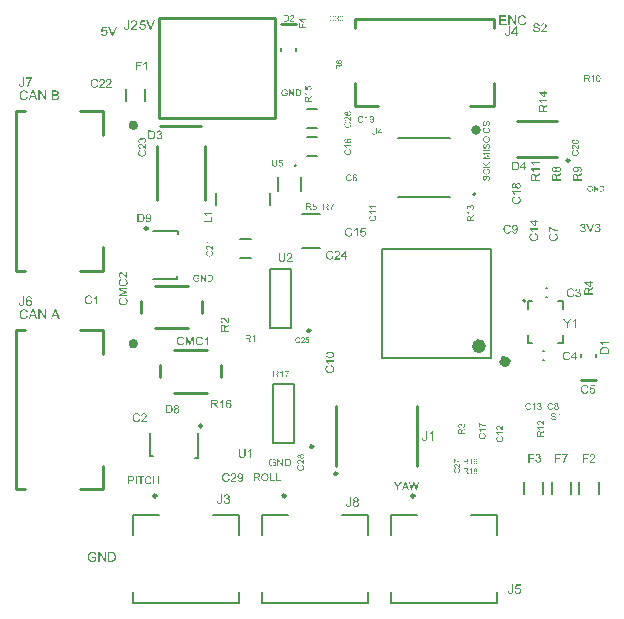
<source format=gto>
G04*
G04 #@! TF.GenerationSoftware,Altium Limited,Altium Designer,20.1.11 (218)*
G04*
G04 Layer_Color=65535*
%FSLAX25Y25*%
%MOIN*%
G70*
G04*
G04 #@! TF.SameCoordinates,81EA89BC-65BD-4D4C-9507-49DBFBAF49DE*
G04*
G04*
G04 #@! TF.FilePolarity,Positive*
G04*
G01*
G75*
%ADD10C,0.00787*%
%ADD11C,0.01575*%
%ADD12C,0.00984*%
%ADD13C,0.02362*%
%ADD14C,0.02953*%
%ADD15C,0.01000*%
%ADD16C,0.00591*%
%ADD17C,0.00500*%
%ADD18C,0.00600*%
G36*
X14356Y6403D02*
X14389D01*
X14423Y6399D01*
X14462Y6396D01*
X14506Y6392D01*
X14555Y6385D01*
X14603Y6378D01*
X14710Y6357D01*
X14763Y6346D01*
X14818Y6329D01*
X14871Y6313D01*
X14924Y6292D01*
X14927Y6290D01*
X14936Y6288D01*
X14952Y6281D01*
X14971Y6272D01*
X14994Y6260D01*
X15021Y6246D01*
X15052Y6230D01*
X15086Y6212D01*
X15121Y6188D01*
X15156Y6165D01*
X15229Y6112D01*
X15301Y6050D01*
X15336Y6015D01*
X15366Y5978D01*
X15368Y5976D01*
X15373Y5969D01*
X15382Y5957D01*
X15391Y5941D01*
X15405Y5923D01*
X15421Y5897D01*
X15437Y5870D01*
X15456Y5837D01*
X15474Y5803D01*
X15495Y5761D01*
X15516Y5720D01*
X15534Y5673D01*
X15555Y5623D01*
X15574Y5569D01*
X15592Y5514D01*
X15608Y5454D01*
X15227Y5350D01*
Y5352D01*
X15225Y5362D01*
X15220Y5373D01*
X15213Y5392D01*
X15206Y5410D01*
X15199Y5435D01*
X15188Y5461D01*
X15179Y5491D01*
X15151Y5551D01*
X15121Y5616D01*
X15086Y5678D01*
X15068Y5706D01*
X15047Y5733D01*
X15045Y5736D01*
X15042Y5740D01*
X15035Y5747D01*
X15029Y5756D01*
X15017Y5768D01*
X15003Y5782D01*
X14987Y5798D01*
X14968Y5814D01*
X14948Y5833D01*
X14927Y5851D01*
X14874Y5888D01*
X14811Y5925D01*
X14742Y5957D01*
X14740D01*
X14733Y5962D01*
X14721Y5964D01*
X14707Y5971D01*
X14689Y5978D01*
X14666Y5985D01*
X14640Y5992D01*
X14613Y6001D01*
X14583Y6008D01*
X14548Y6015D01*
X14511Y6022D01*
X14474Y6029D01*
X14391Y6038D01*
X14303Y6043D01*
X14275D01*
X14255Y6041D01*
X14229D01*
X14199Y6038D01*
X14167Y6036D01*
X14132Y6031D01*
X14093Y6027D01*
X14051Y6022D01*
X13968Y6006D01*
X13883Y5983D01*
X13800Y5953D01*
X13797D01*
X13790Y5948D01*
X13779Y5944D01*
X13765Y5937D01*
X13746Y5927D01*
X13726Y5918D01*
X13702Y5904D01*
X13679Y5891D01*
X13624Y5858D01*
X13569Y5817D01*
X13511Y5770D01*
X13460Y5720D01*
X13458Y5717D01*
X13455Y5713D01*
X13448Y5706D01*
X13439Y5694D01*
X13428Y5680D01*
X13416Y5666D01*
X13402Y5648D01*
X13386Y5627D01*
X13354Y5581D01*
X13319Y5528D01*
X13287Y5468D01*
X13257Y5405D01*
X13254Y5403D01*
X13252Y5392D01*
X13245Y5375D01*
X13238Y5355D01*
X13229Y5327D01*
X13220Y5294D01*
X13208Y5255D01*
X13197Y5214D01*
X13185Y5167D01*
X13174Y5119D01*
X13164Y5066D01*
X13155Y5008D01*
X13148Y4950D01*
X13141Y4888D01*
X13139Y4826D01*
X13137Y4761D01*
Y4759D01*
Y4756D01*
Y4742D01*
Y4719D01*
X13139Y4689D01*
X13141Y4652D01*
X13144Y4611D01*
X13148Y4562D01*
X13155Y4511D01*
X13162Y4456D01*
X13171Y4398D01*
X13185Y4338D01*
X13199Y4278D01*
X13215Y4218D01*
X13234Y4158D01*
X13257Y4100D01*
X13282Y4045D01*
X13284Y4042D01*
X13289Y4033D01*
X13298Y4017D01*
X13310Y3999D01*
X13326Y3973D01*
X13344Y3948D01*
X13365Y3918D01*
X13391Y3885D01*
X13421Y3851D01*
X13453Y3816D01*
X13488Y3779D01*
X13527Y3745D01*
X13569Y3710D01*
X13612Y3678D01*
X13661Y3647D01*
X13712Y3620D01*
X13714Y3617D01*
X13726Y3613D01*
X13739Y3606D01*
X13760Y3599D01*
X13786Y3587D01*
X13818Y3576D01*
X13853Y3564D01*
X13892Y3551D01*
X13936Y3537D01*
X13982Y3525D01*
X14031Y3514D01*
X14081Y3502D01*
X14137Y3495D01*
X14192Y3488D01*
X14250Y3483D01*
X14308Y3481D01*
X14335D01*
X14354Y3483D01*
X14379D01*
X14409Y3486D01*
X14442Y3490D01*
X14479Y3495D01*
X14518Y3500D01*
X14559Y3507D01*
X14650Y3525D01*
X14747Y3551D01*
X14795Y3567D01*
X14844Y3585D01*
X14846Y3587D01*
X14855Y3590D01*
X14869Y3597D01*
X14888Y3604D01*
X14908Y3613D01*
X14934Y3624D01*
X14962Y3638D01*
X14991Y3654D01*
X15056Y3687D01*
X15123Y3726D01*
X15188Y3768D01*
X15216Y3788D01*
X15243Y3811D01*
Y4408D01*
X14303D01*
Y4784D01*
X15657D01*
Y3597D01*
X15652Y3594D01*
X15643Y3585D01*
X15627Y3574D01*
X15604Y3555D01*
X15574Y3537D01*
X15541Y3511D01*
X15502Y3486D01*
X15461Y3458D01*
X15412Y3428D01*
X15363Y3398D01*
X15310Y3366D01*
X15252Y3336D01*
X15135Y3276D01*
X15075Y3250D01*
X15012Y3225D01*
X15008Y3222D01*
X14998Y3220D01*
X14980Y3213D01*
X14955Y3206D01*
X14924Y3197D01*
X14890Y3185D01*
X14848Y3174D01*
X14804Y3162D01*
X14754Y3151D01*
X14701Y3139D01*
X14645Y3130D01*
X14587Y3118D01*
X14462Y3105D01*
X14398Y3102D01*
X14333Y3100D01*
X14301D01*
X14287Y3102D01*
X14255D01*
X14213Y3107D01*
X14164Y3112D01*
X14109Y3116D01*
X14049Y3125D01*
X13984Y3137D01*
X13917Y3148D01*
X13846Y3165D01*
X13772Y3185D01*
X13698Y3209D01*
X13624Y3234D01*
X13550Y3266D01*
X13476Y3301D01*
X13472Y3303D01*
X13460Y3310D01*
X13439Y3322D01*
X13414Y3338D01*
X13382Y3359D01*
X13344Y3384D01*
X13303Y3414D01*
X13259Y3449D01*
X13213Y3488D01*
X13164Y3532D01*
X13116Y3578D01*
X13067Y3631D01*
X13021Y3689D01*
X12975Y3749D01*
X12933Y3814D01*
X12894Y3883D01*
X12892Y3888D01*
X12885Y3902D01*
X12876Y3922D01*
X12864Y3950D01*
X12850Y3987D01*
X12832Y4029D01*
X12815Y4079D01*
X12797Y4133D01*
X12778Y4195D01*
X12762Y4260D01*
X12746Y4329D01*
X12730Y4405D01*
X12719Y4484D01*
X12709Y4564D01*
X12702Y4648D01*
X12700Y4735D01*
Y4738D01*
Y4740D01*
Y4747D01*
Y4756D01*
Y4768D01*
X12702Y4782D01*
Y4814D01*
X12707Y4856D01*
X12709Y4904D01*
X12716Y4960D01*
X12725Y5020D01*
X12735Y5084D01*
X12749Y5154D01*
X12762Y5225D01*
X12781Y5299D01*
X12804Y5375D01*
X12829Y5454D01*
X12859Y5530D01*
X12894Y5606D01*
Y5609D01*
X12896Y5611D01*
X12903Y5625D01*
X12915Y5646D01*
X12931Y5673D01*
X12949Y5706D01*
X12975Y5745D01*
X13005Y5789D01*
X13037Y5835D01*
X13074Y5884D01*
X13116Y5932D01*
X13162Y5983D01*
X13213Y6031D01*
X13268Y6080D01*
X13326Y6126D01*
X13388Y6170D01*
X13455Y6209D01*
X13460Y6212D01*
X13472Y6219D01*
X13492Y6228D01*
X13520Y6239D01*
X13555Y6256D01*
X13596Y6272D01*
X13645Y6290D01*
X13698Y6309D01*
X13758Y6325D01*
X13823Y6343D01*
X13892Y6359D01*
X13966Y6376D01*
X14044Y6387D01*
X14125Y6396D01*
X14211Y6403D01*
X14299Y6406D01*
X14333D01*
X14356Y6403D01*
D02*
G37*
G36*
X18794Y3153D02*
X18357D01*
X16682Y5662D01*
Y3153D01*
X16276D01*
Y6350D01*
X16710D01*
X18387Y3839D01*
Y6350D01*
X18794D01*
Y3153D01*
D02*
G37*
G36*
X20697Y6348D02*
X20734D01*
X20773Y6346D01*
X20817D01*
X20910Y6339D01*
X21004Y6332D01*
X21051Y6325D01*
X21094Y6320D01*
X21136Y6313D01*
X21175Y6304D01*
X21178D01*
X21187Y6302D01*
X21201Y6297D01*
X21222Y6292D01*
X21245Y6283D01*
X21272Y6274D01*
X21302Y6265D01*
X21337Y6251D01*
X21409Y6221D01*
X21487Y6179D01*
X21566Y6133D01*
X21605Y6105D01*
X21642Y6075D01*
X21644Y6073D01*
X21654Y6066D01*
X21667Y6052D01*
X21684Y6036D01*
X21704Y6015D01*
X21730Y5990D01*
X21755Y5960D01*
X21785Y5927D01*
X21815Y5888D01*
X21845Y5847D01*
X21878Y5803D01*
X21910Y5754D01*
X21940Y5701D01*
X21968Y5648D01*
X21995Y5588D01*
X22021Y5528D01*
X22023Y5523D01*
X22026Y5512D01*
X22032Y5495D01*
X22042Y5470D01*
X22051Y5438D01*
X22060Y5401D01*
X22072Y5357D01*
X22085Y5308D01*
X22097Y5255D01*
X22109Y5195D01*
X22118Y5133D01*
X22127Y5066D01*
X22136Y4997D01*
X22143Y4923D01*
X22146Y4846D01*
X22148Y4768D01*
Y4763D01*
Y4752D01*
Y4733D01*
X22146Y4705D01*
Y4675D01*
X22143Y4639D01*
X22141Y4597D01*
X22136Y4551D01*
X22132Y4502D01*
X22127Y4449D01*
X22111Y4341D01*
X22090Y4230D01*
X22062Y4121D01*
Y4119D01*
X22058Y4109D01*
X22053Y4093D01*
X22046Y4075D01*
X22039Y4052D01*
X22028Y4024D01*
X22016Y3992D01*
X22002Y3959D01*
X21972Y3885D01*
X21933Y3807D01*
X21892Y3731D01*
X21843Y3657D01*
X21841Y3654D01*
X21836Y3650D01*
X21829Y3638D01*
X21820Y3627D01*
X21808Y3610D01*
X21792Y3592D01*
X21757Y3551D01*
X21714Y3504D01*
X21665Y3456D01*
X21610Y3410D01*
X21552Y3366D01*
X21550D01*
X21545Y3361D01*
X21536Y3356D01*
X21524Y3350D01*
X21508Y3340D01*
X21489Y3331D01*
X21469Y3319D01*
X21446Y3308D01*
X21418Y3294D01*
X21390Y3280D01*
X21358Y3269D01*
X21326Y3255D01*
X21252Y3229D01*
X21171Y3206D01*
X21169D01*
X21161Y3204D01*
X21148Y3202D01*
X21132Y3197D01*
X21111Y3195D01*
X21085Y3190D01*
X21055Y3185D01*
X21023Y3181D01*
X20986Y3174D01*
X20947Y3169D01*
X20905Y3165D01*
X20859Y3162D01*
X20813Y3158D01*
X20762Y3155D01*
X20658Y3153D01*
X19505D01*
Y6350D01*
X20667D01*
X20697Y6348D01*
D02*
G37*
G36*
X78461Y160617D02*
X78484D01*
X78509Y160613D01*
X78536Y160612D01*
X78567Y160608D01*
X78601Y160604D01*
X78635Y160599D01*
X78709Y160584D01*
X78747Y160576D01*
X78786Y160565D01*
X78823Y160553D01*
X78860Y160539D01*
X78862Y160537D01*
X78868Y160536D01*
X78879Y160531D01*
X78892Y160524D01*
X78909Y160516D01*
X78928Y160506D01*
X78949Y160495D01*
X78974Y160482D01*
X78998Y160466D01*
X79022Y160450D01*
X79074Y160413D01*
X79124Y160369D01*
X79148Y160344D01*
X79169Y160319D01*
X79171Y160317D01*
X79174Y160312D01*
X79181Y160304D01*
X79187Y160293D01*
X79197Y160280D01*
X79208Y160262D01*
X79220Y160242D01*
X79233Y160220D01*
X79246Y160195D01*
X79260Y160166D01*
X79275Y160137D01*
X79288Y160105D01*
X79302Y160069D01*
X79315Y160032D01*
X79328Y159993D01*
X79340Y159951D01*
X79072Y159878D01*
Y159880D01*
X79071Y159886D01*
X79067Y159894D01*
X79063Y159907D01*
X79058Y159920D01*
X79053Y159938D01*
X79045Y159956D01*
X79038Y159977D01*
X79019Y160019D01*
X78998Y160064D01*
X78974Y160108D01*
X78961Y160127D01*
X78946Y160147D01*
X78944Y160148D01*
X78943Y160152D01*
X78938Y160157D01*
X78933Y160163D01*
X78925Y160171D01*
X78915Y160181D01*
X78904Y160192D01*
X78891Y160204D01*
X78876Y160216D01*
X78862Y160229D01*
X78824Y160255D01*
X78781Y160281D01*
X78732Y160304D01*
X78730D01*
X78726Y160307D01*
X78717Y160309D01*
X78708Y160314D01*
X78695Y160319D01*
X78679Y160323D01*
X78661Y160328D01*
X78641Y160335D01*
X78620Y160340D01*
X78596Y160344D01*
X78570Y160349D01*
X78544Y160354D01*
X78486Y160361D01*
X78424Y160364D01*
X78405D01*
X78390Y160362D01*
X78372D01*
X78351Y160361D01*
X78329Y160359D01*
X78304Y160356D01*
X78277Y160353D01*
X78248Y160349D01*
X78189Y160338D01*
X78129Y160322D01*
X78071Y160301D01*
X78070D01*
X78065Y160298D01*
X78057Y160294D01*
X78047Y160289D01*
X78034Y160283D01*
X78019Y160276D01*
X78003Y160267D01*
X77987Y160257D01*
X77948Y160234D01*
X77909Y160205D01*
X77869Y160173D01*
X77833Y160137D01*
X77831Y160135D01*
X77830Y160132D01*
X77825Y160127D01*
X77818Y160119D01*
X77810Y160109D01*
X77802Y160100D01*
X77793Y160087D01*
X77781Y160072D01*
X77759Y160040D01*
X77734Y160003D01*
X77711Y159960D01*
X77690Y159917D01*
X77689Y159915D01*
X77687Y159907D01*
X77682Y159896D01*
X77678Y159881D01*
X77671Y159862D01*
X77665Y159839D01*
X77656Y159811D01*
X77648Y159782D01*
X77640Y159750D01*
X77632Y159716D01*
X77626Y159679D01*
X77619Y159638D01*
X77614Y159598D01*
X77609Y159554D01*
X77608Y159510D01*
X77606Y159465D01*
Y159463D01*
Y159461D01*
Y159452D01*
Y159436D01*
X77608Y159415D01*
X77609Y159389D01*
X77611Y159360D01*
X77614Y159326D01*
X77619Y159290D01*
X77624Y159251D01*
X77631Y159210D01*
X77640Y159168D01*
X77650Y159126D01*
X77661Y159084D01*
X77674Y159042D01*
X77690Y159002D01*
X77708Y158963D01*
X77710Y158961D01*
X77713Y158955D01*
X77720Y158943D01*
X77728Y158930D01*
X77739Y158912D01*
X77752Y158895D01*
X77767Y158873D01*
X77784Y158851D01*
X77805Y158826D01*
X77828Y158802D01*
X77852Y158776D01*
X77880Y158752D01*
X77909Y158728D01*
X77940Y158705D01*
X77974Y158684D01*
X78010Y158665D01*
X78011Y158663D01*
X78019Y158660D01*
X78029Y158655D01*
X78044Y158650D01*
X78061Y158642D01*
X78084Y158634D01*
X78108Y158626D01*
X78136Y158616D01*
X78167Y158606D01*
X78199Y158598D01*
X78233Y158590D01*
X78269Y158582D01*
X78308Y158577D01*
X78347Y158572D01*
X78387Y158569D01*
X78427Y158567D01*
X78447D01*
X78460Y158569D01*
X78478D01*
X78499Y158571D01*
X78522Y158574D01*
X78547Y158577D01*
X78575Y158580D01*
X78604Y158585D01*
X78667Y158598D01*
X78735Y158616D01*
X78769Y158627D01*
X78803Y158640D01*
X78805Y158642D01*
X78812Y158643D01*
X78821Y158648D01*
X78834Y158653D01*
X78849Y158660D01*
X78866Y158668D01*
X78886Y158677D01*
X78907Y158689D01*
X78952Y158712D01*
X78999Y158739D01*
X79045Y158768D01*
X79064Y158783D01*
X79084Y158799D01*
Y159217D01*
X78424D01*
Y159481D01*
X79374D01*
Y158648D01*
X79370Y158647D01*
X79364Y158640D01*
X79352Y158632D01*
X79336Y158619D01*
X79315Y158606D01*
X79293Y158588D01*
X79265Y158571D01*
X79236Y158551D01*
X79202Y158530D01*
X79168Y158509D01*
X79131Y158486D01*
X79090Y158465D01*
X79008Y158423D01*
X78965Y158405D01*
X78922Y158387D01*
X78918Y158386D01*
X78912Y158384D01*
X78899Y158379D01*
X78881Y158375D01*
X78860Y158368D01*
X78836Y158360D01*
X78807Y158352D01*
X78776Y158344D01*
X78740Y158336D01*
X78703Y158327D01*
X78664Y158321D01*
X78623Y158313D01*
X78536Y158303D01*
X78491Y158302D01*
X78445Y158300D01*
X78423D01*
X78413Y158302D01*
X78390D01*
X78361Y158305D01*
X78327Y158308D01*
X78288Y158311D01*
X78246Y158318D01*
X78201Y158326D01*
X78154Y158334D01*
X78104Y158345D01*
X78052Y158360D01*
X78000Y158376D01*
X77948Y158394D01*
X77896Y158417D01*
X77844Y158441D01*
X77841Y158443D01*
X77833Y158447D01*
X77818Y158456D01*
X77801Y158467D01*
X77778Y158481D01*
X77752Y158499D01*
X77723Y158520D01*
X77692Y158545D01*
X77660Y158572D01*
X77626Y158603D01*
X77592Y158635D01*
X77558Y158673D01*
X77525Y158713D01*
X77493Y158755D01*
X77464Y158801D01*
X77436Y158849D01*
X77434Y158852D01*
X77430Y158862D01*
X77423Y158877D01*
X77415Y158896D01*
X77405Y158922D01*
X77392Y158951D01*
X77381Y158987D01*
X77368Y159024D01*
X77355Y159068D01*
X77344Y159113D01*
X77332Y159162D01*
X77321Y159215D01*
X77313Y159270D01*
X77306Y159327D01*
X77302Y159385D01*
X77300Y159447D01*
Y159449D01*
Y159450D01*
Y159455D01*
Y159461D01*
Y159470D01*
X77302Y159479D01*
Y159502D01*
X77305Y159531D01*
X77306Y159565D01*
X77311Y159604D01*
X77318Y159646D01*
X77324Y159692D01*
X77334Y159740D01*
X77344Y159790D01*
X77357Y159842D01*
X77373Y159896D01*
X77391Y159951D01*
X77412Y160004D01*
X77436Y160058D01*
Y160059D01*
X77438Y160061D01*
X77443Y160071D01*
X77451Y160085D01*
X77462Y160105D01*
X77475Y160127D01*
X77493Y160155D01*
X77514Y160186D01*
X77536Y160218D01*
X77562Y160252D01*
X77592Y160286D01*
X77624Y160322D01*
X77660Y160356D01*
X77698Y160390D01*
X77739Y160422D01*
X77783Y160453D01*
X77830Y160480D01*
X77833Y160482D01*
X77841Y160487D01*
X77856Y160494D01*
X77875Y160502D01*
X77899Y160513D01*
X77929Y160524D01*
X77963Y160537D01*
X78000Y160550D01*
X78042Y160562D01*
X78087Y160574D01*
X78136Y160586D01*
X78188Y160597D01*
X78243Y160605D01*
X78299Y160612D01*
X78360Y160617D01*
X78421Y160618D01*
X78445D01*
X78461Y160617D01*
D02*
G37*
G36*
X81574Y158337D02*
X81267D01*
X80093Y160097D01*
Y158337D01*
X79808D01*
Y160579D01*
X80112D01*
X81288Y158818D01*
Y160579D01*
X81574D01*
Y158337D01*
D02*
G37*
G36*
X82908Y160578D02*
X82934D01*
X82962Y160576D01*
X82993D01*
X83057Y160571D01*
X83124Y160566D01*
X83156Y160562D01*
X83187Y160558D01*
X83216Y160553D01*
X83244Y160547D01*
X83245D01*
X83252Y160545D01*
X83262Y160542D01*
X83276Y160539D01*
X83292Y160532D01*
X83312Y160526D01*
X83333Y160519D01*
X83357Y160510D01*
X83407Y160489D01*
X83463Y160459D01*
X83518Y160427D01*
X83545Y160408D01*
X83571Y160387D01*
X83573Y160385D01*
X83579Y160380D01*
X83589Y160370D01*
X83600Y160359D01*
X83615Y160344D01*
X83633Y160327D01*
X83650Y160306D01*
X83671Y160283D01*
X83693Y160255D01*
X83714Y160226D01*
X83736Y160195D01*
X83759Y160161D01*
X83780Y160124D01*
X83799Y160087D01*
X83819Y160045D01*
X83837Y160003D01*
X83838Y159999D01*
X83840Y159991D01*
X83845Y159980D01*
X83851Y159962D01*
X83858Y159939D01*
X83864Y159914D01*
X83872Y159883D01*
X83882Y159849D01*
X83890Y159811D01*
X83898Y159769D01*
X83905Y159726D01*
X83911Y159679D01*
X83918Y159630D01*
X83923Y159578D01*
X83924Y159525D01*
X83926Y159470D01*
Y159466D01*
Y159458D01*
Y159445D01*
X83924Y159426D01*
Y159405D01*
X83923Y159379D01*
X83921Y159350D01*
X83918Y159317D01*
X83915Y159283D01*
X83911Y159246D01*
X83900Y159170D01*
X83885Y159092D01*
X83866Y159016D01*
Y159014D01*
X83863Y159008D01*
X83859Y158997D01*
X83855Y158984D01*
X83850Y158967D01*
X83842Y158948D01*
X83833Y158925D01*
X83824Y158903D01*
X83803Y158851D01*
X83775Y158796D01*
X83746Y158742D01*
X83712Y158690D01*
X83710Y158689D01*
X83707Y158686D01*
X83702Y158677D01*
X83696Y158669D01*
X83688Y158658D01*
X83676Y158645D01*
X83652Y158616D01*
X83621Y158583D01*
X83587Y158549D01*
X83548Y158517D01*
X83508Y158486D01*
X83506D01*
X83503Y158483D01*
X83496Y158480D01*
X83488Y158475D01*
X83477Y158468D01*
X83464Y158462D01*
X83450Y158454D01*
X83433Y158446D01*
X83414Y158436D01*
X83394Y158426D01*
X83372Y158418D01*
X83349Y158408D01*
X83297Y158391D01*
X83240Y158375D01*
X83239D01*
X83234Y158373D01*
X83224Y158371D01*
X83213Y158368D01*
X83198Y158366D01*
X83181Y158363D01*
X83160Y158360D01*
X83137Y158357D01*
X83111Y158352D01*
X83083Y158349D01*
X83054Y158345D01*
X83022Y158344D01*
X82989Y158341D01*
X82954Y158339D01*
X82881Y158337D01*
X82073D01*
Y160579D01*
X82887D01*
X82908Y160578D01*
D02*
G37*
G36*
X74426Y37545D02*
X74452D01*
X74480Y37542D01*
X74511Y37540D01*
X74547Y37536D01*
X74586Y37531D01*
X74624Y37525D01*
X74709Y37508D01*
X74752Y37499D01*
X74796Y37486D01*
X74839Y37473D01*
X74882Y37457D01*
X74883Y37455D01*
X74891Y37453D01*
X74904Y37447D01*
X74919Y37440D01*
X74937Y37431D01*
X74959Y37420D01*
X74983Y37407D01*
X75011Y37392D01*
X75039Y37374D01*
X75067Y37355D01*
X75126Y37312D01*
X75183Y37262D01*
X75211Y37235D01*
X75235Y37205D01*
X75237Y37203D01*
X75240Y37198D01*
X75248Y37189D01*
X75255Y37176D01*
X75266Y37161D01*
X75279Y37140D01*
X75292Y37118D01*
X75307Y37092D01*
X75322Y37064D01*
X75339Y37031D01*
X75355Y36998D01*
X75370Y36961D01*
X75387Y36920D01*
X75401Y36878D01*
X75416Y36833D01*
X75429Y36785D01*
X75124Y36702D01*
Y36704D01*
X75122Y36711D01*
X75118Y36720D01*
X75113Y36735D01*
X75107Y36750D01*
X75102Y36770D01*
X75092Y36791D01*
X75085Y36815D01*
X75063Y36863D01*
X75039Y36915D01*
X75011Y36965D01*
X74996Y36987D01*
X74980Y37009D01*
X74978Y37011D01*
X74976Y37015D01*
X74970Y37020D01*
X74965Y37027D01*
X74956Y37037D01*
X74944Y37048D01*
X74932Y37061D01*
X74917Y37074D01*
X74900Y37089D01*
X74883Y37103D01*
X74841Y37133D01*
X74791Y37163D01*
X74735Y37189D01*
X74734D01*
X74728Y37192D01*
X74719Y37194D01*
X74708Y37200D01*
X74693Y37205D01*
X74674Y37211D01*
X74654Y37216D01*
X74632Y37224D01*
X74608Y37229D01*
X74580Y37235D01*
X74550Y37240D01*
X74521Y37246D01*
X74454Y37253D01*
X74384Y37257D01*
X74362D01*
X74345Y37255D01*
X74325D01*
X74301Y37253D01*
X74275Y37251D01*
X74247Y37248D01*
X74216Y37244D01*
X74182Y37240D01*
X74116Y37227D01*
X74047Y37209D01*
X73981Y37185D01*
X73979D01*
X73973Y37181D01*
X73964Y37177D01*
X73953Y37172D01*
X73938Y37164D01*
X73921Y37157D01*
X73903Y37146D01*
X73884Y37135D01*
X73840Y37109D01*
X73796Y37076D01*
X73749Y37039D01*
X73709Y36998D01*
X73707Y36996D01*
X73705Y36992D01*
X73699Y36987D01*
X73692Y36978D01*
X73683Y36966D01*
X73673Y36955D01*
X73662Y36941D01*
X73650Y36924D01*
X73624Y36887D01*
X73596Y36844D01*
X73570Y36796D01*
X73546Y36746D01*
X73544Y36744D01*
X73542Y36735D01*
X73537Y36722D01*
X73531Y36706D01*
X73524Y36683D01*
X73516Y36658D01*
X73507Y36626D01*
X73498Y36593D01*
X73488Y36556D01*
X73479Y36517D01*
X73472Y36474D01*
X73464Y36428D01*
X73459Y36382D01*
X73453Y36332D01*
X73452Y36282D01*
X73450Y36230D01*
Y36228D01*
Y36226D01*
Y36215D01*
Y36197D01*
X73452Y36173D01*
X73453Y36143D01*
X73455Y36110D01*
X73459Y36071D01*
X73464Y36030D01*
X73470Y35986D01*
X73477Y35940D01*
X73488Y35892D01*
X73500Y35844D01*
X73513Y35795D01*
X73527Y35747D01*
X73546Y35701D01*
X73566Y35657D01*
X73568Y35655D01*
X73572Y35647D01*
X73579Y35634D01*
X73588Y35620D01*
X73601Y35599D01*
X73616Y35579D01*
X73633Y35555D01*
X73653Y35529D01*
X73677Y35501D01*
X73703Y35473D01*
X73731Y35444D01*
X73762Y35416D01*
X73796Y35388D01*
X73831Y35362D01*
X73870Y35339D01*
X73910Y35316D01*
X73912Y35314D01*
X73921Y35311D01*
X73932Y35305D01*
X73949Y35300D01*
X73970Y35290D01*
X73995Y35281D01*
X74023Y35272D01*
X74055Y35261D01*
X74090Y35250D01*
X74127Y35240D01*
X74166Y35231D01*
X74206Y35222D01*
X74251Y35216D01*
X74295Y35211D01*
X74341Y35207D01*
X74388Y35205D01*
X74410D01*
X74425Y35207D01*
X74445D01*
X74469Y35209D01*
X74495Y35213D01*
X74524Y35216D01*
X74556Y35220D01*
X74589Y35226D01*
X74661Y35240D01*
X74739Y35261D01*
X74778Y35274D01*
X74817Y35289D01*
X74819Y35290D01*
X74826Y35292D01*
X74837Y35298D01*
X74852Y35303D01*
X74869Y35311D01*
X74889Y35320D01*
X74911Y35331D01*
X74935Y35344D01*
X74987Y35370D01*
X75041Y35401D01*
X75092Y35435D01*
X75115Y35451D01*
X75137Y35470D01*
Y35947D01*
X74384D01*
Y36249D01*
X75468D01*
Y35298D01*
X75464Y35296D01*
X75457Y35289D01*
X75444Y35279D01*
X75425Y35264D01*
X75401Y35250D01*
X75375Y35229D01*
X75344Y35209D01*
X75311Y35187D01*
X75272Y35163D01*
X75233Y35139D01*
X75191Y35113D01*
X75144Y35089D01*
X75050Y35041D01*
X75002Y35020D01*
X74952Y35000D01*
X74948Y34998D01*
X74941Y34996D01*
X74926Y34991D01*
X74906Y34985D01*
X74882Y34978D01*
X74854Y34969D01*
X74821Y34959D01*
X74785Y34950D01*
X74745Y34941D01*
X74702Y34931D01*
X74658Y34924D01*
X74612Y34915D01*
X74511Y34904D01*
X74460Y34902D01*
X74408Y34900D01*
X74382D01*
X74371Y34902D01*
X74345D01*
X74312Y34905D01*
X74273Y34909D01*
X74229Y34913D01*
X74180Y34920D01*
X74129Y34930D01*
X74075Y34939D01*
X74018Y34952D01*
X73958Y34969D01*
X73899Y34987D01*
X73840Y35007D01*
X73781Y35033D01*
X73722Y35061D01*
X73718Y35063D01*
X73709Y35068D01*
X73692Y35078D01*
X73672Y35091D01*
X73646Y35107D01*
X73616Y35128D01*
X73583Y35152D01*
X73548Y35179D01*
X73511Y35211D01*
X73472Y35246D01*
X73433Y35283D01*
X73394Y35326D01*
X73357Y35372D01*
X73320Y35420D01*
X73287Y35472D01*
X73255Y35527D01*
X73254Y35531D01*
X73248Y35542D01*
X73241Y35559D01*
X73231Y35581D01*
X73220Y35610D01*
X73205Y35644D01*
X73193Y35684D01*
X73178Y35727D01*
X73163Y35777D01*
X73150Y35829D01*
X73137Y35884D01*
X73124Y35945D01*
X73115Y36008D01*
X73107Y36073D01*
X73102Y36140D01*
X73100Y36210D01*
Y36212D01*
Y36213D01*
Y36219D01*
Y36226D01*
Y36236D01*
X73102Y36247D01*
Y36273D01*
X73106Y36306D01*
X73107Y36345D01*
X73113Y36389D01*
X73120Y36437D01*
X73128Y36489D01*
X73139Y36545D01*
X73150Y36602D01*
X73165Y36661D01*
X73183Y36722D01*
X73204Y36785D01*
X73228Y36846D01*
X73255Y36907D01*
Y36909D01*
X73257Y36911D01*
X73263Y36922D01*
X73272Y36939D01*
X73285Y36961D01*
X73300Y36987D01*
X73320Y37018D01*
X73344Y37053D01*
X73370Y37090D01*
X73400Y37129D01*
X73433Y37168D01*
X73470Y37209D01*
X73511Y37248D01*
X73555Y37286D01*
X73601Y37323D01*
X73651Y37359D01*
X73705Y37390D01*
X73709Y37392D01*
X73718Y37398D01*
X73735Y37405D01*
X73757Y37414D01*
X73785Y37427D01*
X73818Y37440D01*
X73857Y37455D01*
X73899Y37470D01*
X73947Y37483D01*
X73999Y37497D01*
X74055Y37510D01*
X74114Y37523D01*
X74177Y37532D01*
X74241Y37540D01*
X74310Y37545D01*
X74380Y37547D01*
X74408D01*
X74426Y37545D01*
D02*
G37*
G36*
X77980Y34942D02*
X77631D01*
X76289Y36952D01*
Y34942D01*
X75964D01*
Y37503D01*
X76312D01*
X77655Y35492D01*
Y37503D01*
X77980D01*
Y34942D01*
D02*
G37*
G36*
X79505Y37501D02*
X79534D01*
X79566Y37499D01*
X79601D01*
X79675Y37494D01*
X79751Y37488D01*
X79788Y37483D01*
X79823Y37479D01*
X79856Y37473D01*
X79888Y37466D01*
X79890D01*
X79897Y37464D01*
X79908Y37460D01*
X79925Y37457D01*
X79943Y37449D01*
X79965Y37442D01*
X79989Y37435D01*
X80017Y37423D01*
X80075Y37399D01*
X80137Y37366D01*
X80200Y37329D01*
X80232Y37307D01*
X80261Y37283D01*
X80263Y37281D01*
X80271Y37275D01*
X80282Y37264D01*
X80295Y37251D01*
X80311Y37235D01*
X80332Y37214D01*
X80352Y37190D01*
X80376Y37164D01*
X80400Y37133D01*
X80424Y37100D01*
X80450Y37064D01*
X80476Y37026D01*
X80500Y36983D01*
X80522Y36941D01*
X80544Y36893D01*
X80565Y36844D01*
X80567Y36841D01*
X80568Y36831D01*
X80574Y36819D01*
X80581Y36798D01*
X80589Y36772D01*
X80596Y36743D01*
X80605Y36707D01*
X80616Y36669D01*
X80626Y36626D01*
X80635Y36578D01*
X80642Y36528D01*
X80650Y36474D01*
X80657Y36419D01*
X80663Y36360D01*
X80665Y36299D01*
X80667Y36236D01*
Y36232D01*
Y36223D01*
Y36208D01*
X80665Y36186D01*
Y36162D01*
X80663Y36132D01*
X80661Y36099D01*
X80657Y36062D01*
X80654Y36023D01*
X80650Y35980D01*
X80637Y35893D01*
X80620Y35805D01*
X80598Y35718D01*
Y35716D01*
X80594Y35708D01*
X80591Y35695D01*
X80585Y35681D01*
X80580Y35662D01*
X80570Y35640D01*
X80561Y35614D01*
X80550Y35588D01*
X80526Y35529D01*
X80494Y35466D01*
X80461Y35405D01*
X80422Y35346D01*
X80421Y35344D01*
X80417Y35340D01*
X80411Y35331D01*
X80404Y35322D01*
X80395Y35309D01*
X80382Y35294D01*
X80354Y35261D01*
X80319Y35224D01*
X80280Y35185D01*
X80235Y35148D01*
X80189Y35113D01*
X80187D01*
X80184Y35109D01*
X80176Y35105D01*
X80167Y35100D01*
X80154Y35092D01*
X80139Y35085D01*
X80123Y35076D01*
X80104Y35067D01*
X80082Y35055D01*
X80060Y35044D01*
X80034Y35035D01*
X80008Y35024D01*
X79949Y35004D01*
X79884Y34985D01*
X79882D01*
X79877Y34983D01*
X79865Y34981D01*
X79852Y34978D01*
X79836Y34976D01*
X79816Y34972D01*
X79791Y34969D01*
X79765Y34965D01*
X79736Y34959D01*
X79704Y34955D01*
X79671Y34952D01*
X79634Y34950D01*
X79597Y34946D01*
X79557Y34944D01*
X79473Y34942D01*
X78550D01*
Y37503D01*
X79481D01*
X79505Y37501D01*
D02*
G37*
G36*
X182757Y115839D02*
X182778D01*
X182803Y115835D01*
X182830Y115833D01*
X182859Y115829D01*
X182893Y115822D01*
X182926Y115816D01*
X182999Y115797D01*
X183038Y115787D01*
X183075Y115772D01*
X183113Y115758D01*
X183150Y115739D01*
X183152Y115737D01*
X183159Y115735D01*
X183169Y115729D01*
X183184Y115720D01*
X183200Y115710D01*
X183219Y115698D01*
X183240Y115683D01*
X183263Y115666D01*
X183313Y115627D01*
X183363Y115579D01*
X183410Y115525D01*
X183433Y115494D01*
X183454Y115463D01*
X183456Y115461D01*
X183458Y115454D01*
X183465Y115446D01*
X183471Y115431D01*
X183479Y115417D01*
X183487Y115396D01*
X183498Y115375D01*
X183508Y115350D01*
X183517Y115323D01*
X183527Y115296D01*
X183544Y115234D01*
X183556Y115165D01*
X183558Y115130D01*
X183560Y115092D01*
Y115090D01*
Y115084D01*
Y115074D01*
X183558Y115061D01*
Y115044D01*
X183554Y115026D01*
X183552Y115003D01*
X183548Y114980D01*
X183535Y114926D01*
X183517Y114870D01*
X183506Y114841D01*
X183492Y114809D01*
X183477Y114780D01*
X183458Y114751D01*
X183456Y114749D01*
X183454Y114745D01*
X183448Y114737D01*
X183440Y114726D01*
X183429Y114714D01*
X183417Y114699D01*
X183402Y114683D01*
X183383Y114664D01*
X183365Y114645D01*
X183342Y114626D01*
X183319Y114606D01*
X183292Y114585D01*
X183263Y114566D01*
X183231Y114545D01*
X183198Y114527D01*
X183163Y114510D01*
X183165D01*
X183173Y114508D01*
X183188Y114504D01*
X183204Y114497D01*
X183227Y114491D01*
X183252Y114481D01*
X183279Y114470D01*
X183308Y114456D01*
X183340Y114441D01*
X183373Y114423D01*
X183406Y114404D01*
X183440Y114381D01*
X183471Y114356D01*
X183502Y114329D01*
X183533Y114298D01*
X183560Y114265D01*
X183562Y114262D01*
X183566Y114256D01*
X183573Y114246D01*
X183583Y114231D01*
X183593Y114213D01*
X183606Y114192D01*
X183618Y114167D01*
X183631Y114138D01*
X183643Y114104D01*
X183658Y114069D01*
X183668Y114032D01*
X183679Y113990D01*
X183689Y113946D01*
X183695Y113900D01*
X183700Y113853D01*
X183702Y113801D01*
Y113796D01*
Y113784D01*
X183700Y113763D01*
X183697Y113738D01*
X183693Y113705D01*
X183687Y113668D01*
X183679Y113626D01*
X183666Y113580D01*
X183652Y113530D01*
X183635Y113480D01*
X183612Y113426D01*
X183585Y113372D01*
X183554Y113318D01*
X183517Y113264D01*
X183473Y113212D01*
X183425Y113162D01*
X183421Y113160D01*
X183413Y113152D01*
X183398Y113137D01*
X183375Y113120D01*
X183348Y113102D01*
X183317Y113079D01*
X183277Y113056D01*
X183236Y113031D01*
X183188Y113006D01*
X183134Y112983D01*
X183078Y112960D01*
X183015Y112942D01*
X182951Y112925D01*
X182880Y112910D01*
X182807Y112902D01*
X182730Y112900D01*
X182714D01*
X182693Y112902D01*
X182668Y112904D01*
X182635Y112906D01*
X182597Y112912D01*
X182555Y112919D01*
X182510Y112929D01*
X182462Y112940D01*
X182410Y112954D01*
X182358Y112973D01*
X182304Y112996D01*
X182252Y113021D01*
X182200Y113050D01*
X182148Y113085D01*
X182100Y113125D01*
X182098Y113127D01*
X182090Y113135D01*
X182077Y113147D01*
X182061Y113166D01*
X182042Y113189D01*
X182019Y113216D01*
X181996Y113247D01*
X181971Y113283D01*
X181946Y113322D01*
X181921Y113368D01*
X181898Y113416D01*
X181875Y113468D01*
X181857Y113524D01*
X181838Y113582D01*
X181825Y113645D01*
X181817Y113711D01*
X182171Y113759D01*
Y113755D01*
X182173Y113747D01*
X182177Y113730D01*
X182183Y113709D01*
X182189Y113684D01*
X182198Y113657D01*
X182208Y113626D01*
X182219Y113593D01*
X182248Y113520D01*
X182283Y113449D01*
X182304Y113414D01*
X182327Y113381D01*
X182350Y113351D01*
X182377Y113324D01*
X182379Y113322D01*
X182383Y113318D01*
X182391Y113312D01*
X182404Y113303D01*
X182416Y113293D01*
X182435Y113283D01*
X182454Y113270D01*
X182476Y113260D01*
X182501Y113247D01*
X182528Y113235D01*
X182558Y113224D01*
X182589Y113214D01*
X182622Y113206D01*
X182657Y113199D01*
X182693Y113195D01*
X182732Y113193D01*
X182743D01*
X182757Y113195D01*
X182774D01*
X182797Y113199D01*
X182822Y113202D01*
X182849Y113208D01*
X182880Y113214D01*
X182911Y113224D01*
X182947Y113235D01*
X182982Y113249D01*
X183017Y113266D01*
X183053Y113287D01*
X183088Y113310D01*
X183121Y113335D01*
X183155Y113366D01*
X183157Y113368D01*
X183163Y113374D01*
X183171Y113383D01*
X183182Y113397D01*
X183194Y113414D01*
X183209Y113435D01*
X183225Y113457D01*
X183242Y113485D01*
X183256Y113514D01*
X183273Y113547D01*
X183288Y113580D01*
X183300Y113620D01*
X183311Y113659D01*
X183319Y113701D01*
X183325Y113747D01*
X183327Y113792D01*
Y113794D01*
Y113803D01*
Y113815D01*
X183325Y113834D01*
X183323Y113853D01*
X183319Y113878D01*
X183315Y113905D01*
X183306Y113934D01*
X183298Y113965D01*
X183288Y113998D01*
X183275Y114032D01*
X183261Y114065D01*
X183242Y114098D01*
X183219Y114131D01*
X183196Y114163D01*
X183167Y114194D01*
X183165Y114196D01*
X183161Y114200D01*
X183150Y114208D01*
X183138Y114219D01*
X183123Y114231D01*
X183105Y114244D01*
X183082Y114258D01*
X183057Y114273D01*
X183030Y114287D01*
X182999Y114302D01*
X182965Y114314D01*
X182930Y114327D01*
X182893Y114337D01*
X182851Y114346D01*
X182809Y114350D01*
X182764Y114352D01*
X182745D01*
X182724Y114350D01*
X182695Y114348D01*
X182657Y114344D01*
X182616Y114335D01*
X182568Y114327D01*
X182514Y114314D01*
X182553Y114624D01*
X182560D01*
X182566Y114622D01*
X182574D01*
X182593Y114620D01*
X182633D01*
X182647Y114622D01*
X182668Y114624D01*
X182691Y114626D01*
X182716Y114631D01*
X182745Y114635D01*
X182776Y114641D01*
X182807Y114649D01*
X182876Y114670D01*
X182911Y114683D01*
X182947Y114699D01*
X182982Y114716D01*
X183015Y114737D01*
X183017Y114739D01*
X183024Y114743D01*
X183032Y114749D01*
X183044Y114760D01*
X183057Y114772D01*
X183073Y114787D01*
X183088Y114805D01*
X183107Y114826D01*
X183123Y114851D01*
X183140Y114878D01*
X183155Y114907D01*
X183167Y114941D01*
X183179Y114976D01*
X183188Y115015D01*
X183194Y115057D01*
X183196Y115101D01*
Y115103D01*
Y115109D01*
Y115119D01*
X183194Y115134D01*
X183192Y115148D01*
X183190Y115169D01*
X183186Y115190D01*
X183179Y115213D01*
X183163Y115263D01*
X183152Y115290D01*
X183140Y115317D01*
X183125Y115344D01*
X183107Y115371D01*
X183086Y115396D01*
X183063Y115421D01*
X183061Y115423D01*
X183057Y115427D01*
X183051Y115433D01*
X183040Y115442D01*
X183026Y115450D01*
X183011Y115463D01*
X182992Y115473D01*
X182972Y115485D01*
X182949Y115498D01*
X182924Y115508D01*
X182895Y115521D01*
X182865Y115529D01*
X182832Y115537D01*
X182799Y115544D01*
X182761Y115548D01*
X182724Y115550D01*
X182703D01*
X182691Y115548D01*
X182672Y115546D01*
X182651Y115544D01*
X182628Y115540D01*
X182603Y115533D01*
X182549Y115519D01*
X182522Y115508D01*
X182493Y115494D01*
X182464Y115479D01*
X182435Y115463D01*
X182408Y115442D01*
X182381Y115419D01*
X182379Y115417D01*
X182375Y115413D01*
X182368Y115404D01*
X182358Y115394D01*
X182348Y115381D01*
X182335Y115365D01*
X182323Y115344D01*
X182308Y115323D01*
X182293Y115296D01*
X182279Y115267D01*
X182262Y115236D01*
X182250Y115200D01*
X182235Y115163D01*
X182225Y115123D01*
X182214Y115080D01*
X182206Y115032D01*
X181852Y115094D01*
Y115096D01*
Y115099D01*
X181857Y115111D01*
X181861Y115128D01*
X181867Y115153D01*
X181875Y115184D01*
X181886Y115217D01*
X181898Y115255D01*
X181913Y115296D01*
X181931Y115340D01*
X181952Y115386D01*
X181977Y115431D01*
X182004Y115477D01*
X182033Y115523D01*
X182067Y115567D01*
X182104Y115608D01*
X182146Y115646D01*
X182148Y115648D01*
X182156Y115654D01*
X182169Y115664D01*
X182187Y115677D01*
X182210Y115691D01*
X182237Y115708D01*
X182269Y115725D01*
X182304Y115743D01*
X182343Y115762D01*
X182387Y115779D01*
X182433Y115795D01*
X182483Y115810D01*
X182537Y115822D01*
X182595Y115833D01*
X182655Y115839D01*
X182718Y115841D01*
X182741D01*
X182757Y115839D01*
D02*
G37*
G36*
X177840D02*
X177861D01*
X177886Y115835D01*
X177913Y115833D01*
X177942Y115829D01*
X177975Y115822D01*
X178009Y115816D01*
X178081Y115797D01*
X178121Y115787D01*
X178158Y115772D01*
X178196Y115758D01*
X178233Y115739D01*
X178235Y115737D01*
X178242Y115735D01*
X178252Y115729D01*
X178267Y115720D01*
X178283Y115710D01*
X178302Y115698D01*
X178323Y115683D01*
X178346Y115666D01*
X178395Y115627D01*
X178445Y115579D01*
X178493Y115525D01*
X178516Y115494D01*
X178537Y115463D01*
X178539Y115461D01*
X178541Y115454D01*
X178547Y115446D01*
X178554Y115431D01*
X178562Y115417D01*
X178570Y115396D01*
X178581Y115375D01*
X178591Y115350D01*
X178599Y115323D01*
X178610Y115296D01*
X178626Y115234D01*
X178639Y115165D01*
X178641Y115130D01*
X178643Y115092D01*
Y115090D01*
Y115084D01*
Y115074D01*
X178641Y115061D01*
Y115044D01*
X178637Y115026D01*
X178635Y115003D01*
X178631Y114980D01*
X178618Y114926D01*
X178599Y114870D01*
X178589Y114841D01*
X178574Y114809D01*
X178560Y114780D01*
X178541Y114751D01*
X178539Y114749D01*
X178537Y114745D01*
X178531Y114737D01*
X178522Y114726D01*
X178512Y114714D01*
X178499Y114699D01*
X178485Y114683D01*
X178466Y114664D01*
X178447Y114645D01*
X178425Y114626D01*
X178402Y114606D01*
X178375Y114585D01*
X178346Y114566D01*
X178314Y114545D01*
X178281Y114527D01*
X178246Y114510D01*
X178248D01*
X178256Y114508D01*
X178271Y114504D01*
X178287Y114497D01*
X178310Y114491D01*
X178335Y114481D01*
X178362Y114470D01*
X178391Y114456D01*
X178423Y114441D01*
X178456Y114423D01*
X178489Y114404D01*
X178522Y114381D01*
X178554Y114356D01*
X178585Y114329D01*
X178616Y114298D01*
X178643Y114265D01*
X178645Y114262D01*
X178649Y114256D01*
X178656Y114246D01*
X178666Y114231D01*
X178676Y114213D01*
X178689Y114192D01*
X178701Y114167D01*
X178714Y114138D01*
X178726Y114104D01*
X178741Y114069D01*
X178751Y114032D01*
X178762Y113990D01*
X178772Y113946D01*
X178778Y113900D01*
X178782Y113853D01*
X178785Y113801D01*
Y113796D01*
Y113784D01*
X178782Y113763D01*
X178780Y113738D01*
X178776Y113705D01*
X178770Y113668D01*
X178762Y113626D01*
X178749Y113580D01*
X178735Y113530D01*
X178718Y113480D01*
X178695Y113426D01*
X178668Y113372D01*
X178637Y113318D01*
X178599Y113264D01*
X178556Y113212D01*
X178508Y113162D01*
X178504Y113160D01*
X178495Y113152D01*
X178481Y113137D01*
X178458Y113120D01*
X178431Y113102D01*
X178400Y113079D01*
X178360Y113056D01*
X178319Y113031D01*
X178271Y113006D01*
X178217Y112983D01*
X178161Y112960D01*
X178098Y112942D01*
X178034Y112925D01*
X177963Y112910D01*
X177890Y112902D01*
X177813Y112900D01*
X177796D01*
X177776Y112902D01*
X177751Y112904D01*
X177717Y112906D01*
X177680Y112912D01*
X177638Y112919D01*
X177593Y112929D01*
X177545Y112940D01*
X177493Y112954D01*
X177441Y112973D01*
X177387Y112996D01*
X177335Y113021D01*
X177283Y113050D01*
X177231Y113085D01*
X177183Y113125D01*
X177181Y113127D01*
X177173Y113135D01*
X177160Y113147D01*
X177143Y113166D01*
X177125Y113189D01*
X177102Y113216D01*
X177079Y113247D01*
X177054Y113283D01*
X177029Y113322D01*
X177004Y113368D01*
X176981Y113416D01*
X176958Y113468D01*
X176939Y113524D01*
X176921Y113582D01*
X176908Y113645D01*
X176900Y113711D01*
X177254Y113759D01*
Y113755D01*
X177256Y113747D01*
X177260Y113730D01*
X177266Y113709D01*
X177272Y113684D01*
X177281Y113657D01*
X177291Y113626D01*
X177301Y113593D01*
X177331Y113520D01*
X177366Y113449D01*
X177387Y113414D01*
X177410Y113381D01*
X177433Y113351D01*
X177460Y113324D01*
X177462Y113322D01*
X177466Y113318D01*
X177474Y113312D01*
X177487Y113303D01*
X177499Y113293D01*
X177518Y113283D01*
X177536Y113270D01*
X177559Y113260D01*
X177584Y113247D01*
X177611Y113235D01*
X177640Y113224D01*
X177672Y113214D01*
X177705Y113206D01*
X177740Y113199D01*
X177776Y113195D01*
X177815Y113193D01*
X177826D01*
X177840Y113195D01*
X177857D01*
X177880Y113199D01*
X177905Y113202D01*
X177932Y113208D01*
X177963Y113214D01*
X177994Y113224D01*
X178029Y113235D01*
X178065Y113249D01*
X178100Y113266D01*
X178136Y113287D01*
X178171Y113310D01*
X178204Y113335D01*
X178237Y113366D01*
X178240Y113368D01*
X178246Y113374D01*
X178254Y113383D01*
X178264Y113397D01*
X178277Y113414D01*
X178291Y113435D01*
X178308Y113457D01*
X178325Y113485D01*
X178339Y113514D01*
X178356Y113547D01*
X178371Y113580D01*
X178383Y113620D01*
X178393Y113659D01*
X178402Y113701D01*
X178408Y113747D01*
X178410Y113792D01*
Y113794D01*
Y113803D01*
Y113815D01*
X178408Y113834D01*
X178406Y113853D01*
X178402Y113878D01*
X178398Y113905D01*
X178389Y113934D01*
X178381Y113965D01*
X178371Y113998D01*
X178358Y114032D01*
X178343Y114065D01*
X178325Y114098D01*
X178302Y114131D01*
X178279Y114163D01*
X178250Y114194D01*
X178248Y114196D01*
X178244Y114200D01*
X178233Y114208D01*
X178221Y114219D01*
X178206Y114231D01*
X178188Y114244D01*
X178165Y114258D01*
X178140Y114273D01*
X178113Y114287D01*
X178081Y114302D01*
X178048Y114314D01*
X178013Y114327D01*
X177975Y114337D01*
X177934Y114346D01*
X177892Y114350D01*
X177846Y114352D01*
X177828D01*
X177807Y114350D01*
X177778Y114348D01*
X177740Y114344D01*
X177699Y114335D01*
X177651Y114327D01*
X177597Y114314D01*
X177636Y114624D01*
X177643D01*
X177649Y114622D01*
X177657D01*
X177676Y114620D01*
X177715D01*
X177730Y114622D01*
X177751Y114624D01*
X177774Y114626D01*
X177799Y114631D01*
X177828Y114635D01*
X177859Y114641D01*
X177890Y114649D01*
X177959Y114670D01*
X177994Y114683D01*
X178029Y114699D01*
X178065Y114716D01*
X178098Y114737D01*
X178100Y114739D01*
X178106Y114743D01*
X178115Y114749D01*
X178127Y114760D01*
X178140Y114772D01*
X178156Y114787D01*
X178171Y114805D01*
X178190Y114826D01*
X178206Y114851D01*
X178223Y114878D01*
X178237Y114907D01*
X178250Y114941D01*
X178262Y114976D01*
X178271Y115015D01*
X178277Y115057D01*
X178279Y115101D01*
Y115103D01*
Y115109D01*
Y115119D01*
X178277Y115134D01*
X178275Y115148D01*
X178273Y115169D01*
X178269Y115190D01*
X178262Y115213D01*
X178246Y115263D01*
X178235Y115290D01*
X178223Y115317D01*
X178208Y115344D01*
X178190Y115371D01*
X178169Y115396D01*
X178146Y115421D01*
X178144Y115423D01*
X178140Y115427D01*
X178133Y115433D01*
X178123Y115442D01*
X178109Y115450D01*
X178094Y115463D01*
X178075Y115473D01*
X178054Y115485D01*
X178032Y115498D01*
X178007Y115508D01*
X177977Y115521D01*
X177948Y115529D01*
X177915Y115537D01*
X177882Y115544D01*
X177844Y115548D01*
X177807Y115550D01*
X177786D01*
X177774Y115548D01*
X177755Y115546D01*
X177734Y115544D01*
X177711Y115540D01*
X177686Y115533D01*
X177632Y115519D01*
X177605Y115508D01*
X177576Y115494D01*
X177547Y115479D01*
X177518Y115463D01*
X177491Y115442D01*
X177464Y115419D01*
X177462Y115417D01*
X177457Y115413D01*
X177451Y115404D01*
X177441Y115394D01*
X177430Y115381D01*
X177418Y115365D01*
X177405Y115344D01*
X177391Y115323D01*
X177376Y115296D01*
X177362Y115267D01*
X177345Y115236D01*
X177333Y115200D01*
X177318Y115163D01*
X177308Y115123D01*
X177297Y115080D01*
X177289Y115032D01*
X176935Y115094D01*
Y115096D01*
Y115099D01*
X176939Y115111D01*
X176944Y115128D01*
X176950Y115153D01*
X176958Y115184D01*
X176969Y115217D01*
X176981Y115255D01*
X176996Y115296D01*
X177014Y115340D01*
X177035Y115386D01*
X177060Y115431D01*
X177087Y115477D01*
X177116Y115523D01*
X177150Y115567D01*
X177187Y115608D01*
X177229Y115646D01*
X177231Y115648D01*
X177239Y115654D01*
X177252Y115664D01*
X177270Y115677D01*
X177293Y115691D01*
X177320Y115708D01*
X177351Y115725D01*
X177387Y115743D01*
X177426Y115762D01*
X177470Y115779D01*
X177516Y115795D01*
X177566Y115810D01*
X177620Y115822D01*
X177678Y115833D01*
X177738Y115839D01*
X177801Y115841D01*
X177823D01*
X177840Y115839D01*
D02*
G37*
G36*
X180490Y112952D02*
X180097D01*
X178982Y115831D01*
X179396D01*
X180143Y113738D01*
X180145Y113736D01*
X180147Y113728D01*
X180151Y113713D01*
X180157Y113695D01*
X180166Y113674D01*
X180174Y113647D01*
X180184Y113618D01*
X180197Y113584D01*
X180207Y113549D01*
X180220Y113512D01*
X180245Y113433D01*
X180272Y113349D01*
X180295Y113266D01*
Y113268D01*
X180297Y113277D01*
X180301Y113289D01*
X180307Y113306D01*
X180313Y113329D01*
X180319Y113353D01*
X180330Y113383D01*
X180338Y113414D01*
X180351Y113447D01*
X180361Y113485D01*
X180376Y113524D01*
X180388Y113564D01*
X180417Y113651D01*
X180451Y113738D01*
X181228Y115831D01*
X181617D01*
X180490Y112952D01*
D02*
G37*
G36*
X180289Y128473D02*
X180309D01*
X180330Y128471D01*
X180353Y128469D01*
X180379Y128466D01*
X180408Y128462D01*
X180437Y128458D01*
X180501Y128446D01*
X180532Y128439D01*
X180566Y128429D01*
X180597Y128420D01*
X180629Y128407D01*
X180630Y128406D01*
X180636Y128404D01*
X180646Y128400D01*
X180657Y128395D01*
X180670Y128388D01*
X180687Y128380D01*
X180705Y128370D01*
X180726Y128359D01*
X180746Y128345D01*
X180767Y128331D01*
X180811Y128299D01*
X180854Y128262D01*
X180875Y128242D01*
X180893Y128219D01*
X180894Y128218D01*
X180897Y128214D01*
X180902Y128207D01*
X180908Y128197D01*
X180916Y128186D01*
X180926Y128171D01*
X180935Y128155D01*
X180946Y128135D01*
X180957Y128115D01*
X180970Y128090D01*
X180982Y128065D01*
X180993Y128037D01*
X181006Y128007D01*
X181017Y127975D01*
X181028Y127942D01*
X181037Y127906D01*
X180810Y127844D01*
Y127846D01*
X180808Y127851D01*
X180806Y127858D01*
X180801Y127869D01*
X180797Y127880D01*
X180793Y127895D01*
X180786Y127910D01*
X180781Y127928D01*
X180764Y127964D01*
X180746Y128003D01*
X180726Y128040D01*
X180714Y128057D01*
X180702Y128073D01*
X180701Y128075D01*
X180699Y128077D01*
X180695Y128082D01*
X180691Y128087D01*
X180684Y128094D01*
X180676Y128102D01*
X180666Y128112D01*
X180655Y128121D01*
X180643Y128132D01*
X180630Y128144D01*
X180599Y128166D01*
X180561Y128188D01*
X180520Y128207D01*
X180518D01*
X180514Y128210D01*
X180508Y128211D01*
X180499Y128215D01*
X180488Y128219D01*
X180474Y128224D01*
X180459Y128228D01*
X180443Y128233D01*
X180425Y128237D01*
X180404Y128242D01*
X180382Y128246D01*
X180360Y128250D01*
X180310Y128255D01*
X180258Y128258D01*
X180241D01*
X180229Y128257D01*
X180214D01*
X180196Y128255D01*
X180176Y128254D01*
X180156Y128251D01*
X180132Y128249D01*
X180107Y128246D01*
X180058Y128236D01*
X180007Y128222D01*
X179957Y128204D01*
X179955D01*
X179951Y128201D01*
X179945Y128199D01*
X179936Y128195D01*
X179925Y128189D01*
X179913Y128184D01*
X179899Y128175D01*
X179885Y128167D01*
X179852Y128148D01*
X179819Y128123D01*
X179784Y128095D01*
X179754Y128065D01*
X179753Y128063D01*
X179751Y128061D01*
X179747Y128057D01*
X179742Y128050D01*
X179735Y128042D01*
X179728Y128033D01*
X179719Y128022D01*
X179710Y128010D01*
X179691Y127982D01*
X179670Y127950D01*
X179650Y127915D01*
X179633Y127877D01*
X179631Y127876D01*
X179630Y127869D01*
X179626Y127859D01*
X179622Y127847D01*
X179616Y127830D01*
X179611Y127811D01*
X179604Y127787D01*
X179597Y127763D01*
X179590Y127735D01*
X179583Y127706D01*
X179577Y127674D01*
X179572Y127640D01*
X179568Y127605D01*
X179564Y127568D01*
X179562Y127531D01*
X179561Y127492D01*
Y127491D01*
Y127489D01*
Y127481D01*
Y127467D01*
X179562Y127449D01*
X179564Y127427D01*
X179565Y127402D01*
X179568Y127374D01*
X179572Y127343D01*
X179576Y127310D01*
X179581Y127276D01*
X179590Y127240D01*
X179598Y127204D01*
X179608Y127168D01*
X179619Y127132D01*
X179633Y127097D01*
X179648Y127064D01*
X179649Y127063D01*
X179652Y127058D01*
X179657Y127048D01*
X179664Y127037D01*
X179674Y127022D01*
X179685Y127006D01*
X179697Y126988D01*
X179713Y126969D01*
X179731Y126948D01*
X179750Y126928D01*
X179771Y126906D01*
X179794Y126885D01*
X179819Y126864D01*
X179845Y126845D01*
X179874Y126827D01*
X179904Y126811D01*
X179906Y126809D01*
X179913Y126806D01*
X179921Y126802D01*
X179933Y126798D01*
X179949Y126791D01*
X179968Y126784D01*
X179989Y126777D01*
X180012Y126769D01*
X180038Y126761D01*
X180066Y126754D01*
X180095Y126747D01*
X180125Y126740D01*
X180158Y126736D01*
X180192Y126732D01*
X180226Y126729D01*
X180261Y126728D01*
X180277D01*
X180288Y126729D01*
X180303D01*
X180321Y126731D01*
X180341Y126733D01*
X180363Y126736D01*
X180386Y126739D01*
X180411Y126743D01*
X180465Y126754D01*
X180523Y126769D01*
X180552Y126779D01*
X180581Y126790D01*
X180582Y126791D01*
X180587Y126793D01*
X180596Y126797D01*
X180607Y126801D01*
X180619Y126806D01*
X180634Y126813D01*
X180651Y126821D01*
X180669Y126831D01*
X180708Y126850D01*
X180748Y126874D01*
X180786Y126899D01*
X180803Y126911D01*
X180819Y126925D01*
Y127281D01*
X180258D01*
Y127506D01*
X181066D01*
Y126797D01*
X181064Y126795D01*
X181058Y126790D01*
X181049Y126783D01*
X181035Y126772D01*
X181017Y126761D01*
X180997Y126746D01*
X180974Y126731D01*
X180949Y126714D01*
X180920Y126696D01*
X180891Y126678D01*
X180859Y126659D01*
X180825Y126641D01*
X180754Y126605D01*
X180719Y126590D01*
X180681Y126575D01*
X180679Y126573D01*
X180673Y126572D01*
X180662Y126568D01*
X180647Y126564D01*
X180629Y126558D01*
X180608Y126551D01*
X180583Y126544D01*
X180557Y126537D01*
X180527Y126530D01*
X180495Y126523D01*
X180462Y126518D01*
X180428Y126511D01*
X180353Y126503D01*
X180314Y126501D01*
X180276Y126500D01*
X180256D01*
X180248Y126501D01*
X180229D01*
X180204Y126504D01*
X180175Y126507D01*
X180142Y126510D01*
X180106Y126515D01*
X180067Y126522D01*
X180027Y126529D01*
X179984Y126539D01*
X179940Y126551D01*
X179896Y126565D01*
X179852Y126580D01*
X179808Y126599D01*
X179764Y126620D01*
X179761Y126621D01*
X179754Y126626D01*
X179742Y126632D01*
X179726Y126642D01*
X179707Y126655D01*
X179685Y126670D01*
X179660Y126688D01*
X179634Y126708D01*
X179606Y126732D01*
X179577Y126758D01*
X179548Y126786D01*
X179519Y126817D01*
X179492Y126852D01*
X179464Y126888D01*
X179439Y126926D01*
X179416Y126968D01*
X179414Y126971D01*
X179410Y126979D01*
X179405Y126991D01*
X179398Y127008D01*
X179390Y127030D01*
X179379Y127055D01*
X179369Y127085D01*
X179358Y127117D01*
X179347Y127154D01*
X179337Y127193D01*
X179328Y127234D01*
X179318Y127280D01*
X179311Y127327D01*
X179306Y127375D01*
X179301Y127425D01*
X179300Y127477D01*
Y127478D01*
Y127480D01*
Y127484D01*
Y127489D01*
Y127496D01*
X179301Y127505D01*
Y127524D01*
X179304Y127549D01*
X179306Y127578D01*
X179310Y127611D01*
X179315Y127647D01*
X179321Y127685D01*
X179329Y127727D01*
X179337Y127770D01*
X179348Y127814D01*
X179362Y127859D01*
X179377Y127906D01*
X179395Y127952D01*
X179416Y127997D01*
Y127999D01*
X179417Y128000D01*
X179421Y128008D01*
X179428Y128021D01*
X179438Y128037D01*
X179449Y128057D01*
X179464Y128080D01*
X179482Y128106D01*
X179501Y128134D01*
X179524Y128163D01*
X179548Y128192D01*
X179576Y128222D01*
X179606Y128251D01*
X179639Y128280D01*
X179674Y128308D01*
X179711Y128334D01*
X179751Y128358D01*
X179754Y128359D01*
X179761Y128363D01*
X179773Y128368D01*
X179790Y128375D01*
X179811Y128385D01*
X179835Y128395D01*
X179864Y128406D01*
X179896Y128417D01*
X179932Y128427D01*
X179971Y128437D01*
X180012Y128447D01*
X180056Y128457D01*
X180103Y128464D01*
X180151Y128469D01*
X180202Y128473D01*
X180255Y128475D01*
X180276D01*
X180289Y128473D01*
D02*
G37*
G36*
X182940Y126532D02*
X182680D01*
X181679Y128030D01*
Y126532D01*
X181436D01*
Y128442D01*
X181696D01*
X182698Y126942D01*
Y128442D01*
X182940D01*
Y126532D01*
D02*
G37*
G36*
X184078Y128440D02*
X184100D01*
X184123Y128439D01*
X184149D01*
X184204Y128435D01*
X184261Y128431D01*
X184289Y128427D01*
X184315Y128424D01*
X184340Y128420D01*
X184363Y128414D01*
X184365D01*
X184370Y128413D01*
X184378Y128410D01*
X184391Y128407D01*
X184405Y128402D01*
X184421Y128396D01*
X184439Y128391D01*
X184460Y128382D01*
X184503Y128364D01*
X184549Y128340D01*
X184596Y128312D01*
X184620Y128295D01*
X184642Y128277D01*
X184643Y128276D01*
X184649Y128272D01*
X184657Y128264D01*
X184667Y128254D01*
X184679Y128242D01*
X184694Y128226D01*
X184710Y128208D01*
X184728Y128189D01*
X184746Y128166D01*
X184763Y128141D01*
X184783Y128115D01*
X184802Y128086D01*
X184820Y128054D01*
X184837Y128022D01*
X184853Y127986D01*
X184868Y127950D01*
X184870Y127948D01*
X184871Y127941D01*
X184875Y127931D01*
X184881Y127916D01*
X184886Y127897D01*
X184892Y127875D01*
X184899Y127848D01*
X184907Y127819D01*
X184914Y127787D01*
X184921Y127752D01*
X184926Y127714D01*
X184932Y127674D01*
X184937Y127633D01*
X184941Y127589D01*
X184943Y127543D01*
X184944Y127496D01*
Y127494D01*
Y127487D01*
Y127476D01*
X184943Y127459D01*
Y127441D01*
X184941Y127419D01*
X184940Y127394D01*
X184937Y127367D01*
X184934Y127338D01*
X184932Y127306D01*
X184922Y127241D01*
X184910Y127175D01*
X184893Y127110D01*
Y127109D01*
X184890Y127103D01*
X184888Y127093D01*
X184883Y127082D01*
X184879Y127069D01*
X184872Y127052D01*
X184865Y127033D01*
X184857Y127013D01*
X184839Y126969D01*
X184816Y126922D01*
X184791Y126877D01*
X184762Y126833D01*
X184761Y126831D01*
X184758Y126828D01*
X184754Y126821D01*
X184748Y126815D01*
X184741Y126805D01*
X184732Y126794D01*
X184711Y126769D01*
X184685Y126742D01*
X184656Y126713D01*
X184623Y126685D01*
X184588Y126659D01*
X184587D01*
X184584Y126656D01*
X184579Y126653D01*
X184572Y126649D01*
X184562Y126644D01*
X184551Y126638D01*
X184538Y126631D01*
X184525Y126624D01*
X184508Y126616D01*
X184492Y126608D01*
X184472Y126601D01*
X184453Y126593D01*
X184409Y126577D01*
X184361Y126564D01*
X184359D01*
X184355Y126562D01*
X184347Y126561D01*
X184337Y126558D01*
X184325Y126557D01*
X184309Y126554D01*
X184292Y126551D01*
X184272Y126548D01*
X184250Y126544D01*
X184227Y126541D01*
X184202Y126539D01*
X184174Y126537D01*
X184147Y126534D01*
X184116Y126533D01*
X184054Y126532D01*
X183365D01*
Y128442D01*
X184060D01*
X184078Y128440D01*
D02*
G37*
G36*
X146763Y135998D02*
X145632Y135200D01*
X145985Y134834D01*
X146763D01*
Y134537D01*
X144521D01*
Y134834D01*
X145634D01*
X144521Y135947D01*
Y136350D01*
X145431Y135407D01*
X146763Y136390D01*
Y135998D01*
D02*
G37*
G36*
X146056Y134182D02*
X146061Y134181D01*
X146068Y134179D01*
X146076Y134177D01*
X146087Y134174D01*
X146112Y134166D01*
X146142Y134155D01*
X146176Y134142D01*
X146215Y134126D01*
X146257Y134106D01*
X146303Y134085D01*
X146348Y134061D01*
X146393Y134033D01*
X146440Y134003D01*
X146486Y133969D01*
X146529Y133931D01*
X146570Y133891D01*
X146609Y133847D01*
X146610Y133844D01*
X146617Y133836D01*
X146627Y133823D01*
X146638Y133803D01*
X146653Y133781D01*
X146669Y133751D01*
X146687Y133719D01*
X146704Y133682D01*
X146722Y133641D01*
X146740Y133596D01*
X146756Y133547D01*
X146771Y133495D01*
X146782Y133439D01*
X146792Y133380D01*
X146798Y133319D01*
X146800Y133254D01*
Y133230D01*
X146798Y133219D01*
Y133194D01*
X146795Y133163D01*
X146792Y133128D01*
X146787Y133087D01*
X146782Y133045D01*
X146774Y132998D01*
X146764Y132951D01*
X146751Y132901D01*
X146738Y132852D01*
X146721Y132804D01*
X146701Y132755D01*
X146678Y132708D01*
X146653Y132665D01*
X146651Y132661D01*
X146646Y132655D01*
X146636Y132643D01*
X146625Y132627D01*
X146610Y132608D01*
X146591Y132587D01*
X146570Y132562D01*
X146544Y132536D01*
X146515Y132509D01*
X146484Y132481D01*
X146449Y132452D01*
X146411Y132423D01*
X146369Y132396D01*
X146325Y132368D01*
X146277Y132342D01*
X146227Y132319D01*
X146225D01*
X146223Y132318D01*
X146214Y132315D01*
X146199Y132308D01*
X146178Y132302D01*
X146152Y132292D01*
X146121Y132282D01*
X146086Y132271D01*
X146047Y132261D01*
X146003Y132250D01*
X145956Y132238D01*
X145907Y132229D01*
X145854Y132219D01*
X145800Y132212D01*
X145744Y132206D01*
X145685Y132203D01*
X145625Y132201D01*
X145624D01*
X145621D01*
X145616D01*
X145609D01*
X145601D01*
X145591Y132203D01*
X145567D01*
X145536Y132206D01*
X145501Y132208D01*
X145460Y132212D01*
X145416Y132217D01*
X145371Y132225D01*
X145323Y132234D01*
X145271Y132245D01*
X145219Y132258D01*
X145167Y132272D01*
X145115Y132290D01*
X145065Y132311D01*
X145015Y132334D01*
X145011Y132336D01*
X145003Y132341D01*
X144991Y132349D01*
X144971Y132358D01*
X144950Y132373D01*
X144926Y132389D01*
X144896Y132410D01*
X144867Y132433D01*
X144837Y132457D01*
X144802Y132486D01*
X144770Y132517D01*
X144738Y132551D01*
X144705Y132588D01*
X144675Y132627D01*
X144645Y132669D01*
X144618Y132715D01*
X144616Y132718D01*
X144611Y132726D01*
X144605Y132739D01*
X144597Y132758D01*
X144586Y132781D01*
X144574Y132809D01*
X144563Y132841D01*
X144550Y132875D01*
X144537Y132914D01*
X144526Y132956D01*
X144513Y133001D01*
X144503Y133048D01*
X144495Y133099D01*
X144488Y133150D01*
X144483Y133204D01*
X144482Y133259D01*
Y133282D01*
X144483Y133291D01*
X144485Y133316D01*
X144487Y133345D01*
X144492Y133377D01*
X144496Y133414D01*
X144503Y133457D01*
X144513Y133500D01*
X144524Y133546D01*
X144537Y133593D01*
X144555Y133640D01*
X144574Y133687D01*
X144597Y133735D01*
X144623Y133781D01*
X144653Y133824D01*
X144655Y133828D01*
X144662Y133834D01*
X144671Y133847D01*
X144686Y133862D01*
X144702Y133881D01*
X144725Y133902D01*
X144749Y133925D01*
X144778Y133951D01*
X144811Y133977D01*
X144846Y134004D01*
X144887Y134030D01*
X144929Y134056D01*
X144976Y134082D01*
X145026Y134105D01*
X145080Y134127D01*
X145136Y134145D01*
X145204Y133853D01*
X145201Y133852D01*
X145193Y133850D01*
X145182Y133845D01*
X145164Y133839D01*
X145144Y133831D01*
X145122Y133821D01*
X145096Y133808D01*
X145068Y133795D01*
X145039Y133781D01*
X145010Y133763D01*
X144981Y133745D01*
X144950Y133724D01*
X144922Y133701D01*
X144895Y133679D01*
X144871Y133653D01*
X144848Y133625D01*
X144846Y133624D01*
X144843Y133619D01*
X144838Y133610D01*
X144830Y133599D01*
X144822Y133585D01*
X144812Y133567D01*
X144802Y133546D01*
X144791Y133523D01*
X144781Y133497D01*
X144772Y133470D01*
X144762Y133439D01*
X144754Y133406D01*
X144746Y133371D01*
X144741Y133334D01*
X144738Y133295D01*
X144736Y133253D01*
Y133228D01*
X144738Y133210D01*
X144739Y133188D01*
X144743Y133162D01*
X144746Y133133D01*
X144752Y133102D01*
X144759Y133068D01*
X144767Y133034D01*
X144777Y132998D01*
X144788Y132961D01*
X144802Y132925D01*
X144820Y132890D01*
X144838Y132854D01*
X144861Y132820D01*
X144862Y132818D01*
X144866Y132812D01*
X144874Y132804D01*
X144884Y132792D01*
X144896Y132778D01*
X144911Y132762D01*
X144929Y132744D01*
X144948Y132724D01*
X144971Y132705D01*
X144995Y132684D01*
X145023Y132665D01*
X145054Y132645D01*
X145084Y132626D01*
X145118Y132608D01*
X145154Y132592D01*
X145193Y132577D01*
X145195D01*
X145203Y132574D01*
X145214Y132571D01*
X145229Y132566D01*
X145248Y132561D01*
X145271Y132554D01*
X145297Y132549D01*
X145326Y132543D01*
X145357Y132536D01*
X145391Y132530D01*
X145426Y132524D01*
X145464Y132519D01*
X145541Y132511D01*
X145582Y132509D01*
X145624Y132507D01*
X145627D01*
X145637D01*
X145651D01*
X145673Y132509D01*
X145697Y132511D01*
X145726Y132512D01*
X145758Y132514D01*
X145792Y132517D01*
X145831Y132522D01*
X145872Y132527D01*
X145954Y132543D01*
X145998Y132551D01*
X146040Y132562D01*
X146082Y132575D01*
X146123Y132590D01*
X146124Y132592D01*
X146133Y132593D01*
X146142Y132598D01*
X146157Y132606D01*
X146175Y132614D01*
X146196Y132626D01*
X146218Y132639D01*
X146243Y132653D01*
X146267Y132671D01*
X146293Y132690D01*
X146320Y132711D01*
X146346Y132734D01*
X146372Y132760D01*
X146397Y132788D01*
X146419Y132817D01*
X146440Y132849D01*
X146442Y132851D01*
X146445Y132857D01*
X146450Y132867D01*
X146457Y132880D01*
X146465Y132896D01*
X146474Y132916D01*
X146483Y132938D01*
X146492Y132963D01*
X146503Y132990D01*
X146512Y133019D01*
X146521Y133052D01*
X146529Y133084D01*
X146536Y133120D01*
X146541Y133155D01*
X146544Y133193D01*
X146546Y133230D01*
Y133241D01*
X146544Y133254D01*
Y133272D01*
X146541Y133293D01*
X146538Y133317D01*
X146534Y133346D01*
X146528Y133376D01*
X146520Y133408D01*
X146510Y133442D01*
X146499Y133478D01*
X146486Y133513D01*
X146469Y133549D01*
X146450Y133585D01*
X146427Y133619D01*
X146403Y133653D01*
X146402Y133654D01*
X146397Y133661D01*
X146388Y133669D01*
X146376Y133680D01*
X146361Y133695D01*
X146343Y133711D01*
X146320Y133729D01*
X146296Y133747D01*
X146267Y133766D01*
X146236Y133785D01*
X146201Y133807D01*
X146162Y133824D01*
X146121Y133844D01*
X146076Y133860D01*
X146029Y133875D01*
X145977Y133888D01*
X146052Y134184D01*
X146053D01*
X146056Y134182D01*
D02*
G37*
G36*
X146160Y131880D02*
X146176Y131879D01*
X146194Y131877D01*
X146215Y131874D01*
X146239Y131869D01*
X146264Y131864D01*
X146291Y131856D01*
X146319Y131848D01*
X146348Y131838D01*
X146377Y131827D01*
X146408Y131812D01*
X146437Y131796D01*
X146468Y131778D01*
X146469Y131777D01*
X146474Y131773D01*
X146483Y131767D01*
X146494Y131759D01*
X146507Y131749D01*
X146523Y131736D01*
X146539Y131722D01*
X146557Y131704D01*
X146576Y131684D01*
X146596Y131662D01*
X146617Y131637D01*
X146638Y131612D01*
X146657Y131584D01*
X146677Y131553D01*
X146695Y131521D01*
X146713Y131485D01*
X146714Y131483D01*
X146716Y131477D01*
X146721Y131466D01*
X146725Y131451D01*
X146732Y131433D01*
X146740Y131412D01*
X146748Y131388D01*
X146756Y131360D01*
X146764Y131330D01*
X146773Y131296D01*
X146779Y131260D01*
X146787Y131223D01*
X146792Y131184D01*
X146797Y131142D01*
X146798Y131098D01*
X146800Y131054D01*
Y131025D01*
X146798Y131004D01*
X146797Y130978D01*
X146795Y130947D01*
X146792Y130913D01*
X146789Y130876D01*
X146784Y130837D01*
X146779Y130797D01*
X146763Y130711D01*
X146753Y130667D01*
X146742Y130625D01*
X146727Y130583D01*
X146713Y130544D01*
X146711Y130542D01*
X146708Y130534D01*
X146703Y130524D01*
X146696Y130510D01*
X146687Y130492D01*
X146675Y130473D01*
X146661Y130450D01*
X146646Y130427D01*
X146628Y130401D01*
X146609Y130375D01*
X146586Y130348D01*
X146562Y130322D01*
X146536Y130294D01*
X146508Y130269D01*
X146478Y130244D01*
X146445Y130221D01*
X146444Y130220D01*
X146437Y130217D01*
X146427Y130210D01*
X146414Y130204D01*
X146397Y130194D01*
X146377Y130184D01*
X146354Y130173D01*
X146329Y130163D01*
X146299Y130152D01*
X146269Y130140D01*
X146235Y130131D01*
X146201Y130121D01*
X146163Y130113D01*
X146124Y130106D01*
X146084Y130102D01*
X146042Y130100D01*
X146018Y130380D01*
X146019D01*
X146026Y130382D01*
X146034D01*
X146045Y130385D01*
X146060Y130387D01*
X146078Y130390D01*
X146095Y130395D01*
X146116Y130400D01*
X146160Y130411D01*
X146207Y130427D01*
X146252Y130447D01*
X146296Y130471D01*
X146298Y130473D01*
X146301Y130474D01*
X146306Y130479D01*
X146314Y130486D01*
X146324Y130492D01*
X146333Y130502D01*
X146345Y130513D01*
X146358Y130526D01*
X146371Y130541D01*
X146385Y130559D01*
X146400Y130576D01*
X146414Y130597D01*
X146429Y130618D01*
X146444Y130643D01*
X146457Y130669D01*
X146469Y130696D01*
Y130698D01*
X146473Y130703D01*
X146476Y130712D01*
X146479Y130724D01*
X146484Y130738D01*
X146491Y130754D01*
X146497Y130775D01*
X146502Y130797D01*
X146508Y130821D01*
X146515Y130848D01*
X146520Y130876D01*
X146526Y130907D01*
X146533Y130972D01*
X146536Y131041D01*
Y131057D01*
X146534Y131070D01*
Y131085D01*
X146533Y131101D01*
X146531Y131121D01*
X146529Y131142D01*
X146523Y131189D01*
X146515Y131239D01*
X146502Y131289D01*
X146486Y131339D01*
Y131341D01*
X146484Y131346D01*
X146481Y131352D01*
X146476Y131360D01*
X146471Y131372D01*
X146465Y131383D01*
X146450Y131412D01*
X146431Y131443D01*
X146406Y131475D01*
X146379Y131506D01*
X146348Y131532D01*
X146346D01*
X146343Y131535D01*
X146338Y131539D01*
X146332Y131542D01*
X146324Y131547D01*
X146314Y131553D01*
X146290Y131564D01*
X146262Y131576D01*
X146230Y131587D01*
X146193Y131594D01*
X146155Y131597D01*
X146154D01*
X146150D01*
X146145D01*
X146137Y131595D01*
X146128D01*
X146118Y131594D01*
X146092Y131589D01*
X146064Y131582D01*
X146034Y131571D01*
X146003Y131555D01*
X145972Y131534D01*
X145971D01*
X145969Y131530D01*
X145959Y131522D01*
X145945Y131506D01*
X145935Y131496D01*
X145925Y131485D01*
X145915Y131472D01*
X145904Y131458D01*
X145893Y131441D01*
X145881Y131422D01*
X145870Y131403D01*
X145859Y131380D01*
X145849Y131357D01*
X145838Y131331D01*
Y131330D01*
X145836Y131326D01*
X145835Y131322D01*
X145831Y131312D01*
X145828Y131300D01*
X145823Y131288D01*
X145818Y131270D01*
X145812Y131249D01*
X145804Y131223D01*
X145796Y131195D01*
X145788Y131163D01*
X145778Y131125D01*
X145766Y131085D01*
X145755Y131038D01*
X145742Y130988D01*
X145729Y130933D01*
Y130931D01*
X145728Y130929D01*
Y130925D01*
X145726Y130920D01*
X145721Y130903D01*
X145716Y130883D01*
X145710Y130858D01*
X145702Y130829D01*
X145694Y130797D01*
X145684Y130764D01*
X145663Y130693D01*
X145639Y130622D01*
X145625Y130588D01*
X145613Y130555D01*
X145601Y130528D01*
X145588Y130502D01*
X145587Y130500D01*
X145585Y130495D01*
X145580Y130487D01*
X145574Y130476D01*
X145566Y130463D01*
X145554Y130447D01*
X145543Y130430D01*
X145530Y130411D01*
X145501Y130372D01*
X145465Y130333D01*
X145425Y130294D01*
X145402Y130278D01*
X145379Y130262D01*
X145378Y130260D01*
X145373Y130259D01*
X145366Y130255D01*
X145357Y130251D01*
X145345Y130244D01*
X145332Y130238D01*
X145316Y130231D01*
X145298Y130223D01*
X145277Y130217D01*
X145256Y130209D01*
X145209Y130197D01*
X145157Y130187D01*
X145130Y130186D01*
X145101Y130184D01*
X145099D01*
X145092D01*
X145084D01*
X145071Y130186D01*
X145057Y130187D01*
X145039Y130189D01*
X145020Y130192D01*
X144997Y130196D01*
X144973Y130202D01*
X144948Y130207D01*
X144922Y130215D01*
X144895Y130225D01*
X144867Y130236D01*
X144840Y130249D01*
X144811Y130264D01*
X144783Y130280D01*
X144781Y130281D01*
X144777Y130285D01*
X144769Y130289D01*
X144759Y130298D01*
X144746Y130307D01*
X144733Y130320D01*
X144717Y130335D01*
X144701Y130351D01*
X144683Y130369D01*
X144663Y130390D01*
X144645Y130413D01*
X144626Y130439D01*
X144608Y130466D01*
X144590Y130495D01*
X144574Y130526D01*
X144560Y130560D01*
X144558Y130562D01*
X144556Y130568D01*
X144553Y130578D01*
X144547Y130593D01*
X144542Y130610D01*
X144535Y130630D01*
X144527Y130654D01*
X144521Y130682D01*
X144513Y130711D01*
X144506Y130742D01*
X144500Y130775D01*
X144493Y130811D01*
X144488Y130850D01*
X144485Y130889D01*
X144483Y130929D01*
X144482Y130972D01*
Y130996D01*
X144483Y131014D01*
Y131035D01*
X144487Y131061D01*
X144488Y131088D01*
X144492Y131121D01*
X144496Y131153D01*
X144501Y131189D01*
X144516Y131262D01*
X144526Y131300D01*
X144535Y131338D01*
X144548Y131375D01*
X144563Y131411D01*
X144564Y131412D01*
X144566Y131419D01*
X144571Y131428D01*
X144577Y131441D01*
X144586Y131458D01*
X144597Y131475D01*
X144608Y131496D01*
X144623Y131518D01*
X144637Y131542D01*
X144655Y131564D01*
X144675Y131589D01*
X144696Y131613D01*
X144718Y131637D01*
X144744Y131660D01*
X144770Y131683D01*
X144799Y131702D01*
X144801Y131704D01*
X144806Y131707D01*
X144816Y131712D01*
X144827Y131718D01*
X144841Y131727D01*
X144859Y131736D01*
X144879Y131744D01*
X144901Y131756D01*
X144926Y131765D01*
X144953Y131775D01*
X144982Y131785D01*
X145013Y131793D01*
X145045Y131801D01*
X145080Y131807D01*
X145115Y131811D01*
X145151Y131814D01*
X145172Y131529D01*
X145169D01*
X145162Y131527D01*
X145151Y131526D01*
X145136Y131522D01*
X145120Y131519D01*
X145099Y131514D01*
X145076Y131508D01*
X145052Y131500D01*
X145026Y131492D01*
X145000Y131480D01*
X144974Y131467D01*
X144947Y131453D01*
X144921Y131437D01*
X144896Y131417D01*
X144872Y131396D01*
X144851Y131373D01*
X144850Y131372D01*
X144846Y131367D01*
X144841Y131360D01*
X144833Y131349D01*
X144825Y131334D01*
X144817Y131318D01*
X144807Y131299D01*
X144796Y131276D01*
X144786Y131250D01*
X144777Y131221D01*
X144769Y131189D01*
X144759Y131155D01*
X144752Y131116D01*
X144747Y131075D01*
X144744Y131032D01*
X144743Y130984D01*
Y130959D01*
X144744Y130941D01*
X144746Y130918D01*
X144747Y130894D01*
X144751Y130865D01*
X144756Y130835D01*
X144767Y130771D01*
X144775Y130738D01*
X144785Y130706D01*
X144796Y130675D01*
X144809Y130644D01*
X144824Y130617D01*
X144841Y130593D01*
X144843Y130591D01*
X144846Y130588D01*
X144851Y130581D01*
X144859Y130573D01*
X144869Y130565D01*
X144880Y130554D01*
X144893Y130544D01*
X144908Y130533D01*
X144924Y130521D01*
X144943Y130510D01*
X144984Y130490D01*
X145005Y130482D01*
X145029Y130476D01*
X145054Y130473D01*
X145080Y130471D01*
X145081D01*
X145084D01*
X145091D01*
X145099Y130473D01*
X145110Y130474D01*
X145122Y130476D01*
X145149Y130482D01*
X145182Y130492D01*
X145214Y130507D01*
X145232Y130516D01*
X145248Y130529D01*
X145264Y130542D01*
X145279Y130557D01*
X145280Y130559D01*
X145282Y130562D01*
X145287Y130567D01*
X145292Y130576D01*
X145300Y130588D01*
X145308Y130604D01*
X145318Y130622D01*
X145329Y130644D01*
X145340Y130672D01*
X145353Y130703D01*
X145366Y130740D01*
X145381Y130780D01*
X145396Y130827D01*
X145410Y130879D01*
X145425Y130938D01*
X145441Y131002D01*
Y131004D01*
X145442Y131007D01*
Y131012D01*
X145444Y131018D01*
X145446Y131027D01*
X145449Y131036D01*
X145454Y131061D01*
X145462Y131090D01*
X145470Y131124D01*
X145478Y131161D01*
X145489Y131200D01*
X145510Y131283D01*
X145522Y131323D01*
X145535Y131364D01*
X145546Y131403D01*
X145559Y131438D01*
X145570Y131471D01*
X145582Y131498D01*
X145583Y131500D01*
X145587Y131506D01*
X145591Y131518D01*
X145598Y131530D01*
X145608Y131547D01*
X145617Y131564D01*
X145630Y131586D01*
X145645Y131608D01*
X145659Y131631D01*
X145677Y131655D01*
X145716Y131704D01*
X145762Y131749D01*
X145786Y131769D01*
X145812Y131788D01*
X145813Y131790D01*
X145818Y131793D01*
X145826Y131796D01*
X145836Y131803D01*
X145849Y131809D01*
X145865Y131817D01*
X145883Y131827D01*
X145903Y131835D01*
X145925Y131843D01*
X145949Y131853D01*
X145975Y131861D01*
X146005Y131867D01*
X146034Y131874D01*
X146064Y131879D01*
X146095Y131880D01*
X146129Y131882D01*
X146131D01*
X146137D01*
X146147D01*
X146160Y131880D01*
D02*
G37*
G36*
X145679Y144929D02*
X145703D01*
X145732Y144925D01*
X145766Y144924D01*
X145807Y144919D01*
X145849Y144912D01*
X145896Y144906D01*
X145945Y144896D01*
X145995Y144885D01*
X146047Y144872D01*
X146100Y144856D01*
X146152Y144838D01*
X146204Y144817D01*
X146256Y144792D01*
X146259Y144791D01*
X146267Y144786D01*
X146282Y144778D01*
X146299Y144767D01*
X146322Y144754D01*
X146348Y144736D01*
X146377Y144715D01*
X146408Y144692D01*
X146440Y144666D01*
X146473Y144637D01*
X146507Y144605D01*
X146541Y144571D01*
X146573Y144532D01*
X146606Y144491D01*
X146635Y144447D01*
X146662Y144402D01*
X146664Y144399D01*
X146669Y144391D01*
X146675Y144376D01*
X146683Y144358D01*
X146695Y144334D01*
X146706Y144307D01*
X146719Y144276D01*
X146730Y144240D01*
X146743Y144200D01*
X146756Y144158D01*
X146768Y144114D01*
X146779Y144065D01*
X146787Y144017D01*
X146793Y143965D01*
X146798Y143911D01*
X146800Y143858D01*
Y143843D01*
X146798Y143827D01*
X146797Y143804D01*
X146795Y143777D01*
X146792Y143744D01*
X146787Y143707D01*
X146781Y143668D01*
X146772Y143624D01*
X146763Y143579D01*
X146750Y143532D01*
X146735Y143485D01*
X146719Y143437D01*
X146698Y143386D01*
X146675Y143338D01*
X146648Y143291D01*
X146646Y143288D01*
X146641Y143279D01*
X146632Y143266D01*
X146620Y143250D01*
X146604Y143229D01*
X146586Y143205D01*
X146563Y143179D01*
X146539Y143150D01*
X146510Y143121D01*
X146479Y143088D01*
X146445Y143058D01*
X146408Y143027D01*
X146367Y142996D01*
X146325Y142967D01*
X146280Y142939D01*
X146231Y142913D01*
X146228Y142912D01*
X146220Y142908D01*
X146205Y142902D01*
X146184Y142894D01*
X146160Y142884D01*
X146131Y142873D01*
X146098Y142861D01*
X146061Y142850D01*
X146021Y142837D01*
X145977Y142826D01*
X145932Y142815D01*
X145883Y142805D01*
X145831Y142797D01*
X145779Y142790D01*
X145726Y142787D01*
X145671Y142785D01*
X145669D01*
X145664D01*
X145656D01*
X145647D01*
X145634Y142787D01*
X145617D01*
X145600Y142789D01*
X145579Y142790D01*
X145556Y142792D01*
X145531Y142795D01*
X145506Y142798D01*
X145478Y142801D01*
X145418Y142811D01*
X145353Y142823D01*
X145284Y142839D01*
X145212Y142858D01*
X145140Y142883D01*
X145067Y142912D01*
X144995Y142946D01*
X144926Y142986D01*
X144892Y143009D01*
X144859Y143032D01*
X144828Y143058D01*
X144798Y143085D01*
X144796Y143087D01*
X144794Y143088D01*
X144790Y143093D01*
X144785Y143100D01*
X144777Y143106D01*
X144769Y143116D01*
X144747Y143140D01*
X144725Y143169D01*
X144697Y143205D01*
X144670Y143247D01*
X144639Y143294D01*
X144610Y143348D01*
X144582Y143406D01*
X144555Y143469D01*
X144530Y143537D01*
X144511Y143612D01*
X144495Y143689D01*
X144490Y143730D01*
X144485Y143772D01*
X144483Y143814D01*
X144482Y143858D01*
Y143872D01*
X144483Y143888D01*
Y143910D01*
X144487Y143937D01*
X144490Y143970D01*
X144495Y144005D01*
X144500Y144044D01*
X144508Y144086D01*
X144517Y144132D01*
X144530Y144178D01*
X144545Y144226D01*
X144561Y144274D01*
X144582Y144323D01*
X144605Y144371D01*
X144631Y144418D01*
X144632Y144422D01*
X144637Y144430D01*
X144645Y144443D01*
X144658Y144459D01*
X144673Y144480D01*
X144691Y144504D01*
X144713Y144530D01*
X144738Y144559D01*
X144765Y144590D01*
X144796Y144621D01*
X144830Y144653D01*
X144867Y144684D01*
X144908Y144715D01*
X144950Y144746D01*
X144995Y144773D01*
X145044Y144799D01*
X145047Y144801D01*
X145055Y144806D01*
X145070Y144812D01*
X145091Y144820D01*
X145115Y144830D01*
X145146Y144841D01*
X145180Y144852D01*
X145219Y144865D01*
X145261Y144877D01*
X145308Y144888D01*
X145357Y144899D01*
X145410Y144909D01*
X145465Y144919D01*
X145523Y144925D01*
X145583Y144929D01*
X145645Y144930D01*
X145647D01*
X145648D01*
X145653D01*
X145659D01*
X145668D01*
X145679Y144929D01*
D02*
G37*
G36*
X146160Y142469D02*
X146176Y142468D01*
X146194Y142466D01*
X146215Y142463D01*
X146239Y142458D01*
X146264Y142453D01*
X146291Y142445D01*
X146319Y142437D01*
X146348Y142427D01*
X146377Y142416D01*
X146408Y142401D01*
X146437Y142385D01*
X146468Y142367D01*
X146469Y142366D01*
X146474Y142362D01*
X146483Y142356D01*
X146494Y142348D01*
X146507Y142338D01*
X146523Y142325D01*
X146539Y142311D01*
X146557Y142293D01*
X146576Y142273D01*
X146596Y142251D01*
X146617Y142226D01*
X146638Y142201D01*
X146657Y142173D01*
X146677Y142142D01*
X146695Y142110D01*
X146713Y142074D01*
X146714Y142072D01*
X146716Y142066D01*
X146721Y142055D01*
X146725Y142040D01*
X146732Y142022D01*
X146740Y142001D01*
X146748Y141977D01*
X146756Y141949D01*
X146764Y141919D01*
X146772Y141885D01*
X146779Y141849D01*
X146787Y141812D01*
X146792Y141773D01*
X146797Y141731D01*
X146798Y141687D01*
X146800Y141643D01*
Y141614D01*
X146798Y141593D01*
X146797Y141567D01*
X146795Y141536D01*
X146792Y141502D01*
X146789Y141465D01*
X146784Y141426D01*
X146779Y141386D01*
X146763Y141300D01*
X146753Y141256D01*
X146742Y141214D01*
X146727Y141172D01*
X146713Y141133D01*
X146711Y141131D01*
X146708Y141123D01*
X146703Y141113D01*
X146696Y141099D01*
X146687Y141081D01*
X146675Y141062D01*
X146661Y141039D01*
X146646Y141016D01*
X146628Y140990D01*
X146609Y140964D01*
X146586Y140937D01*
X146562Y140911D01*
X146536Y140883D01*
X146508Y140858D01*
X146478Y140833D01*
X146445Y140811D01*
X146444Y140809D01*
X146437Y140806D01*
X146427Y140799D01*
X146414Y140793D01*
X146397Y140783D01*
X146377Y140773D01*
X146354Y140762D01*
X146329Y140752D01*
X146299Y140741D01*
X146269Y140729D01*
X146235Y140720D01*
X146201Y140710D01*
X146163Y140702D01*
X146124Y140696D01*
X146084Y140691D01*
X146042Y140689D01*
X146018Y140969D01*
X146019D01*
X146026Y140971D01*
X146034D01*
X146045Y140974D01*
X146060Y140976D01*
X146078Y140979D01*
X146095Y140984D01*
X146116Y140989D01*
X146160Y141000D01*
X146207Y141016D01*
X146252Y141036D01*
X146296Y141060D01*
X146298Y141062D01*
X146301Y141063D01*
X146306Y141068D01*
X146314Y141075D01*
X146324Y141081D01*
X146333Y141091D01*
X146345Y141102D01*
X146358Y141115D01*
X146371Y141130D01*
X146385Y141147D01*
X146400Y141165D01*
X146414Y141186D01*
X146429Y141207D01*
X146444Y141232D01*
X146457Y141258D01*
X146469Y141285D01*
Y141287D01*
X146473Y141292D01*
X146476Y141301D01*
X146479Y141313D01*
X146484Y141327D01*
X146491Y141343D01*
X146497Y141365D01*
X146502Y141386D01*
X146508Y141410D01*
X146515Y141437D01*
X146520Y141465D01*
X146526Y141496D01*
X146533Y141561D01*
X146536Y141630D01*
Y141647D01*
X146534Y141659D01*
Y141674D01*
X146533Y141690D01*
X146531Y141710D01*
X146529Y141731D01*
X146523Y141778D01*
X146515Y141828D01*
X146502Y141878D01*
X146486Y141928D01*
Y141930D01*
X146484Y141935D01*
X146481Y141941D01*
X146476Y141949D01*
X146471Y141961D01*
X146465Y141972D01*
X146450Y142001D01*
X146431Y142032D01*
X146406Y142064D01*
X146379Y142095D01*
X146348Y142121D01*
X146346D01*
X146343Y142124D01*
X146338Y142128D01*
X146332Y142131D01*
X146324Y142136D01*
X146314Y142142D01*
X146290Y142154D01*
X146262Y142165D01*
X146230Y142176D01*
X146193Y142183D01*
X146155Y142186D01*
X146154D01*
X146150D01*
X146145D01*
X146137Y142184D01*
X146128D01*
X146118Y142183D01*
X146092Y142178D01*
X146064Y142171D01*
X146034Y142160D01*
X146003Y142144D01*
X145972Y142123D01*
X145970D01*
X145969Y142120D01*
X145959Y142111D01*
X145945Y142095D01*
X145935Y142086D01*
X145925Y142074D01*
X145915Y142061D01*
X145904Y142047D01*
X145893Y142030D01*
X145881Y142011D01*
X145870Y141991D01*
X145859Y141969D01*
X145849Y141946D01*
X145838Y141920D01*
Y141919D01*
X145836Y141915D01*
X145835Y141911D01*
X145831Y141901D01*
X145828Y141890D01*
X145823Y141876D01*
X145818Y141859D01*
X145812Y141838D01*
X145804Y141812D01*
X145796Y141784D01*
X145788Y141752D01*
X145778Y141715D01*
X145766Y141674D01*
X145755Y141627D01*
X145742Y141577D01*
X145729Y141522D01*
Y141520D01*
X145728Y141518D01*
Y141514D01*
X145726Y141509D01*
X145721Y141493D01*
X145716Y141472D01*
X145710Y141447D01*
X145702Y141418D01*
X145694Y141386D01*
X145684Y141353D01*
X145663Y141282D01*
X145638Y141211D01*
X145625Y141177D01*
X145613Y141144D01*
X145601Y141117D01*
X145588Y141091D01*
X145587Y141089D01*
X145585Y141084D01*
X145580Y141076D01*
X145574Y141065D01*
X145565Y141052D01*
X145554Y141036D01*
X145543Y141019D01*
X145530Y141000D01*
X145501Y140961D01*
X145465Y140922D01*
X145425Y140883D01*
X145402Y140867D01*
X145379Y140851D01*
X145378Y140849D01*
X145373Y140848D01*
X145366Y140845D01*
X145357Y140840D01*
X145345Y140833D01*
X145332Y140827D01*
X145316Y140820D01*
X145298Y140812D01*
X145277Y140806D01*
X145256Y140798D01*
X145209Y140786D01*
X145157Y140777D01*
X145130Y140775D01*
X145101Y140773D01*
X145099D01*
X145092D01*
X145084D01*
X145071Y140775D01*
X145057Y140777D01*
X145039Y140778D01*
X145020Y140781D01*
X144997Y140785D01*
X144973Y140791D01*
X144948Y140796D01*
X144922Y140804D01*
X144895Y140814D01*
X144867Y140825D01*
X144840Y140838D01*
X144811Y140853D01*
X144783Y140869D01*
X144781Y140870D01*
X144777Y140874D01*
X144769Y140879D01*
X144759Y140887D01*
X144746Y140896D01*
X144733Y140909D01*
X144717Y140924D01*
X144701Y140940D01*
X144683Y140958D01*
X144663Y140979D01*
X144645Y141002D01*
X144626Y141028D01*
X144608Y141055D01*
X144590Y141084D01*
X144574Y141115D01*
X144560Y141149D01*
X144558Y141151D01*
X144556Y141157D01*
X144553Y141167D01*
X144547Y141182D01*
X144542Y141199D01*
X144535Y141219D01*
X144527Y141243D01*
X144521Y141271D01*
X144512Y141300D01*
X144506Y141331D01*
X144500Y141365D01*
X144493Y141400D01*
X144488Y141439D01*
X144485Y141478D01*
X144483Y141518D01*
X144482Y141561D01*
Y141585D01*
X144483Y141603D01*
Y141624D01*
X144487Y141650D01*
X144488Y141677D01*
X144492Y141710D01*
X144496Y141742D01*
X144501Y141778D01*
X144516Y141851D01*
X144526Y141890D01*
X144535Y141927D01*
X144548Y141964D01*
X144563Y142000D01*
X144564Y142001D01*
X144566Y142008D01*
X144571Y142017D01*
X144577Y142030D01*
X144585Y142047D01*
X144597Y142064D01*
X144608Y142086D01*
X144623Y142106D01*
X144637Y142131D01*
X144655Y142154D01*
X144675Y142178D01*
X144696Y142202D01*
X144718Y142226D01*
X144744Y142249D01*
X144770Y142272D01*
X144799Y142291D01*
X144801Y142293D01*
X144806Y142296D01*
X144816Y142301D01*
X144827Y142307D01*
X144841Y142315D01*
X144859Y142325D01*
X144879Y142333D01*
X144901Y142345D01*
X144926Y142354D01*
X144953Y142364D01*
X144982Y142374D01*
X145013Y142382D01*
X145045Y142390D01*
X145080Y142396D01*
X145115Y142400D01*
X145151Y142403D01*
X145172Y142118D01*
X145169D01*
X145162Y142116D01*
X145151Y142115D01*
X145136Y142111D01*
X145120Y142108D01*
X145099Y142103D01*
X145076Y142097D01*
X145052Y142089D01*
X145026Y142081D01*
X145000Y142069D01*
X144974Y142056D01*
X144947Y142042D01*
X144921Y142025D01*
X144896Y142006D01*
X144872Y141985D01*
X144851Y141962D01*
X144850Y141961D01*
X144846Y141956D01*
X144841Y141949D01*
X144833Y141938D01*
X144825Y141923D01*
X144817Y141907D01*
X144807Y141888D01*
X144796Y141865D01*
X144786Y141839D01*
X144777Y141810D01*
X144769Y141778D01*
X144759Y141744D01*
X144752Y141705D01*
X144747Y141664D01*
X144744Y141621D01*
X144743Y141574D01*
Y141548D01*
X144744Y141530D01*
X144746Y141507D01*
X144747Y141483D01*
X144751Y141454D01*
X144755Y141425D01*
X144767Y141360D01*
X144775Y141327D01*
X144785Y141295D01*
X144796Y141264D01*
X144809Y141233D01*
X144824Y141206D01*
X144841Y141182D01*
X144843Y141180D01*
X144846Y141177D01*
X144851Y141170D01*
X144859Y141162D01*
X144869Y141154D01*
X144880Y141143D01*
X144893Y141133D01*
X144908Y141122D01*
X144924Y141110D01*
X144943Y141099D01*
X144984Y141079D01*
X145005Y141071D01*
X145029Y141065D01*
X145054Y141062D01*
X145080Y141060D01*
X145081D01*
X145084D01*
X145091D01*
X145099Y141062D01*
X145110Y141063D01*
X145122Y141065D01*
X145149Y141071D01*
X145182Y141081D01*
X145214Y141096D01*
X145232Y141105D01*
X145248Y141118D01*
X145264Y141131D01*
X145279Y141146D01*
X145280Y141147D01*
X145282Y141151D01*
X145287Y141156D01*
X145292Y141165D01*
X145300Y141177D01*
X145308Y141193D01*
X145318Y141211D01*
X145329Y141233D01*
X145340Y141261D01*
X145353Y141292D01*
X145366Y141329D01*
X145381Y141369D01*
X145395Y141416D01*
X145410Y141468D01*
X145425Y141527D01*
X145441Y141591D01*
Y141593D01*
X145442Y141596D01*
Y141601D01*
X145444Y141608D01*
X145446Y141616D01*
X145449Y141625D01*
X145454Y141650D01*
X145462Y141679D01*
X145470Y141713D01*
X145478Y141750D01*
X145489Y141789D01*
X145510Y141872D01*
X145522Y141912D01*
X145535Y141953D01*
X145546Y141991D01*
X145559Y142027D01*
X145570Y142060D01*
X145582Y142087D01*
X145583Y142089D01*
X145587Y142095D01*
X145591Y142106D01*
X145598Y142120D01*
X145608Y142136D01*
X145617Y142154D01*
X145630Y142175D01*
X145645Y142197D01*
X145659Y142220D01*
X145677Y142244D01*
X145716Y142293D01*
X145762Y142338D01*
X145786Y142358D01*
X145812Y142377D01*
X145813Y142379D01*
X145818Y142382D01*
X145826Y142385D01*
X145836Y142392D01*
X145849Y142398D01*
X145865Y142406D01*
X145883Y142416D01*
X145903Y142424D01*
X145925Y142432D01*
X145949Y142442D01*
X145975Y142450D01*
X146005Y142456D01*
X146034Y142463D01*
X146064Y142468D01*
X146095Y142469D01*
X146129Y142471D01*
X146131D01*
X146137D01*
X146147D01*
X146160Y142469D01*
D02*
G37*
G36*
X146763Y139968D02*
X144521D01*
Y140265D01*
X146763D01*
Y139968D01*
D02*
G37*
G36*
Y139155D02*
X144887D01*
X146763Y138502D01*
Y138233D01*
X144854Y137587D01*
X146763D01*
Y137300D01*
X144521D01*
Y137745D01*
X146108Y138277D01*
X146112Y138278D01*
X146118Y138280D01*
X146129Y138283D01*
X146144Y138288D01*
X146163Y138295D01*
X146184Y138301D01*
X146207Y138309D01*
X146233Y138317D01*
X146286Y138335D01*
X146342Y138353D01*
X146369Y138361D01*
X146395Y138369D01*
X146418Y138377D01*
X146440Y138384D01*
X146439D01*
X146434Y138385D01*
X146427Y138389D01*
X146418Y138392D01*
X146405Y138395D01*
X146388Y138400D01*
X146371Y138407D01*
X146350Y138413D01*
X146325Y138421D01*
X146299Y138431D01*
X146270Y138441D01*
X146238Y138450D01*
X146202Y138463D01*
X146165Y138475D01*
X146124Y138489D01*
X146081Y138504D01*
X144521Y139041D01*
Y139442D01*
X146763D01*
Y139155D01*
D02*
G37*
G36*
X146160Y150029D02*
X146176Y150027D01*
X146194Y150026D01*
X146215Y150022D01*
X146239Y150018D01*
X146264Y150013D01*
X146291Y150005D01*
X146319Y149996D01*
X146348Y149987D01*
X146377Y149976D01*
X146408Y149961D01*
X146437Y149945D01*
X146468Y149927D01*
X146469Y149925D01*
X146474Y149922D01*
X146483Y149916D01*
X146494Y149907D01*
X146507Y149898D01*
X146523Y149885D01*
X146539Y149870D01*
X146557Y149852D01*
X146576Y149833D01*
X146596Y149810D01*
X146617Y149786D01*
X146638Y149760D01*
X146657Y149732D01*
X146677Y149702D01*
X146695Y149669D01*
X146713Y149634D01*
X146714Y149632D01*
X146716Y149626D01*
X146721Y149614D01*
X146725Y149600D01*
X146732Y149582D01*
X146740Y149561D01*
X146748Y149537D01*
X146756Y149509D01*
X146764Y149478D01*
X146773Y149444D01*
X146779Y149408D01*
X146787Y149371D01*
X146792Y149332D01*
X146797Y149290D01*
X146798Y149247D01*
X146800Y149203D01*
Y149174D01*
X146798Y149153D01*
X146797Y149127D01*
X146795Y149096D01*
X146792Y149062D01*
X146789Y149024D01*
X146784Y148986D01*
X146779Y148945D01*
X146763Y148859D01*
X146753Y148816D01*
X146742Y148773D01*
X146727Y148731D01*
X146713Y148692D01*
X146711Y148691D01*
X146708Y148683D01*
X146703Y148673D01*
X146696Y148658D01*
X146687Y148641D01*
X146675Y148621D01*
X146661Y148599D01*
X146646Y148576D01*
X146628Y148550D01*
X146609Y148524D01*
X146586Y148496D01*
X146562Y148470D01*
X146536Y148443D01*
X146508Y148417D01*
X146478Y148393D01*
X146445Y148370D01*
X146444Y148368D01*
X146437Y148365D01*
X146427Y148359D01*
X146414Y148352D01*
X146397Y148343D01*
X146377Y148333D01*
X146354Y148321D01*
X146329Y148312D01*
X146299Y148300D01*
X146269Y148289D01*
X146235Y148279D01*
X146201Y148270D01*
X146163Y148261D01*
X146124Y148255D01*
X146084Y148250D01*
X146042Y148249D01*
X146018Y148529D01*
X146019D01*
X146026Y148530D01*
X146034D01*
X146045Y148534D01*
X146060Y148535D01*
X146078Y148538D01*
X146095Y148543D01*
X146116Y148548D01*
X146160Y148560D01*
X146207Y148576D01*
X146252Y148595D01*
X146296Y148619D01*
X146298Y148621D01*
X146301Y148623D01*
X146306Y148628D01*
X146314Y148634D01*
X146324Y148641D01*
X146333Y148650D01*
X146345Y148662D01*
X146358Y148675D01*
X146371Y148689D01*
X146385Y148707D01*
X146400Y148725D01*
X146414Y148746D01*
X146429Y148767D01*
X146444Y148791D01*
X146457Y148817D01*
X146469Y148845D01*
Y148846D01*
X146473Y148851D01*
X146476Y148861D01*
X146479Y148872D01*
X146484Y148887D01*
X146491Y148903D01*
X146497Y148924D01*
X146502Y148945D01*
X146508Y148969D01*
X146515Y148997D01*
X146520Y149024D01*
X146526Y149055D01*
X146533Y149120D01*
X146536Y149190D01*
Y149206D01*
X146534Y149219D01*
Y149233D01*
X146533Y149250D01*
X146531Y149269D01*
X146529Y149290D01*
X146523Y149337D01*
X146515Y149387D01*
X146502Y149438D01*
X146486Y149488D01*
Y149489D01*
X146484Y149494D01*
X146481Y149501D01*
X146476Y149509D01*
X146471Y149520D01*
X146465Y149532D01*
X146450Y149561D01*
X146431Y149592D01*
X146406Y149624D01*
X146379Y149655D01*
X146348Y149681D01*
X146346D01*
X146343Y149684D01*
X146338Y149687D01*
X146332Y149690D01*
X146324Y149695D01*
X146314Y149702D01*
X146290Y149713D01*
X146262Y149724D01*
X146230Y149736D01*
X146193Y149742D01*
X146155Y149745D01*
X146154D01*
X146150D01*
X146145D01*
X146137Y149744D01*
X146128D01*
X146118Y149742D01*
X146092Y149737D01*
X146064Y149731D01*
X146034Y149720D01*
X146003Y149703D01*
X145972Y149682D01*
X145971D01*
X145969Y149679D01*
X145959Y149671D01*
X145945Y149655D01*
X145935Y149645D01*
X145925Y149634D01*
X145915Y149621D01*
X145904Y149606D01*
X145893Y149590D01*
X145881Y149571D01*
X145870Y149551D01*
X145859Y149528D01*
X145849Y149506D01*
X145838Y149480D01*
Y149478D01*
X145836Y149475D01*
X145835Y149470D01*
X145831Y149460D01*
X145828Y149449D01*
X145823Y149436D01*
X145818Y149418D01*
X145812Y149397D01*
X145804Y149371D01*
X145796Y149344D01*
X145788Y149311D01*
X145778Y149274D01*
X145766Y149233D01*
X145755Y149187D01*
X145742Y149136D01*
X145729Y149081D01*
Y149080D01*
X145728Y149078D01*
Y149073D01*
X145726Y149068D01*
X145721Y149052D01*
X145716Y149031D01*
X145710Y149007D01*
X145702Y148978D01*
X145694Y148945D01*
X145684Y148913D01*
X145663Y148842D01*
X145639Y148770D01*
X145625Y148736D01*
X145613Y148704D01*
X145601Y148676D01*
X145588Y148650D01*
X145587Y148649D01*
X145585Y148644D01*
X145580Y148636D01*
X145574Y148624D01*
X145566Y148611D01*
X145554Y148595D01*
X145543Y148579D01*
X145530Y148560D01*
X145501Y148521D01*
X145465Y148482D01*
X145425Y148443D01*
X145402Y148427D01*
X145379Y148411D01*
X145378Y148409D01*
X145373Y148407D01*
X145366Y148404D01*
X145357Y148399D01*
X145345Y148393D01*
X145332Y148386D01*
X145316Y148380D01*
X145298Y148372D01*
X145277Y148365D01*
X145256Y148357D01*
X145209Y148346D01*
X145157Y148336D01*
X145130Y148334D01*
X145101Y148333D01*
X145099D01*
X145092D01*
X145084D01*
X145071Y148334D01*
X145057Y148336D01*
X145039Y148338D01*
X145020Y148341D01*
X144997Y148344D01*
X144973Y148351D01*
X144948Y148355D01*
X144922Y148364D01*
X144895Y148373D01*
X144867Y148385D01*
X144840Y148398D01*
X144811Y148412D01*
X144783Y148428D01*
X144781Y148430D01*
X144777Y148433D01*
X144769Y148438D01*
X144759Y148446D01*
X144746Y148456D01*
X144733Y148469D01*
X144717Y148484D01*
X144701Y148500D01*
X144683Y148518D01*
X144663Y148538D01*
X144645Y148561D01*
X144626Y148587D01*
X144608Y148615D01*
X144590Y148644D01*
X144574Y148675D01*
X144560Y148709D01*
X144558Y148710D01*
X144556Y148717D01*
X144553Y148726D01*
X144547Y148741D01*
X144542Y148759D01*
X144535Y148778D01*
X144527Y148803D01*
X144521Y148830D01*
X144513Y148859D01*
X144506Y148890D01*
X144500Y148924D01*
X144493Y148960D01*
X144488Y148999D01*
X144485Y149038D01*
X144483Y149078D01*
X144482Y149120D01*
Y149144D01*
X144483Y149162D01*
Y149183D01*
X144487Y149209D01*
X144488Y149237D01*
X144492Y149269D01*
X144496Y149302D01*
X144501Y149337D01*
X144516Y149410D01*
X144526Y149449D01*
X144535Y149486D01*
X144548Y149523D01*
X144563Y149559D01*
X144564Y149561D01*
X144566Y149567D01*
X144571Y149577D01*
X144577Y149590D01*
X144586Y149606D01*
X144597Y149624D01*
X144608Y149645D01*
X144623Y149666D01*
X144637Y149690D01*
X144655Y149713D01*
X144675Y149737D01*
X144696Y149762D01*
X144718Y149786D01*
X144744Y149809D01*
X144770Y149831D01*
X144799Y149851D01*
X144801Y149852D01*
X144806Y149856D01*
X144816Y149861D01*
X144827Y149867D01*
X144841Y149875D01*
X144859Y149885D01*
X144879Y149893D01*
X144901Y149904D01*
X144926Y149914D01*
X144953Y149924D01*
X144982Y149933D01*
X145013Y149942D01*
X145045Y149950D01*
X145080Y149956D01*
X145115Y149959D01*
X145151Y149962D01*
X145172Y149677D01*
X145169D01*
X145162Y149676D01*
X145151Y149674D01*
X145136Y149671D01*
X145120Y149668D01*
X145099Y149663D01*
X145076Y149656D01*
X145052Y149648D01*
X145026Y149640D01*
X145000Y149629D01*
X144974Y149616D01*
X144947Y149601D01*
X144921Y149585D01*
X144896Y149566D01*
X144872Y149545D01*
X144851Y149522D01*
X144850Y149520D01*
X144846Y149515D01*
X144841Y149509D01*
X144833Y149498D01*
X144825Y149483D01*
X144817Y149467D01*
X144807Y149447D01*
X144796Y149425D01*
X144786Y149399D01*
X144777Y149370D01*
X144769Y149337D01*
X144759Y149303D01*
X144752Y149264D01*
X144747Y149224D01*
X144744Y149180D01*
X144743Y149133D01*
Y149107D01*
X144744Y149089D01*
X144746Y149067D01*
X144747Y149042D01*
X144751Y149013D01*
X144756Y148984D01*
X144767Y148919D01*
X144775Y148887D01*
X144785Y148854D01*
X144796Y148824D01*
X144809Y148793D01*
X144824Y148765D01*
X144841Y148741D01*
X144843Y148739D01*
X144846Y148736D01*
X144851Y148730D01*
X144859Y148722D01*
X144869Y148714D01*
X144880Y148702D01*
X144893Y148692D01*
X144908Y148681D01*
X144924Y148670D01*
X144943Y148658D01*
X144984Y148639D01*
X145005Y148631D01*
X145029Y148624D01*
X145054Y148621D01*
X145080Y148619D01*
X145081D01*
X145084D01*
X145091D01*
X145099Y148621D01*
X145110Y148623D01*
X145122Y148624D01*
X145149Y148631D01*
X145182Y148641D01*
X145214Y148655D01*
X145232Y148665D01*
X145248Y148678D01*
X145264Y148691D01*
X145279Y148705D01*
X145280Y148707D01*
X145282Y148710D01*
X145287Y148715D01*
X145292Y148725D01*
X145300Y148736D01*
X145308Y148752D01*
X145318Y148770D01*
X145329Y148793D01*
X145340Y148820D01*
X145353Y148851D01*
X145366Y148889D01*
X145381Y148929D01*
X145396Y148976D01*
X145410Y149028D01*
X145425Y149086D01*
X145441Y149151D01*
Y149153D01*
X145442Y149156D01*
Y149161D01*
X145444Y149167D01*
X145446Y149175D01*
X145449Y149185D01*
X145454Y149209D01*
X145462Y149238D01*
X145470Y149272D01*
X145478Y149310D01*
X145489Y149348D01*
X145510Y149431D01*
X145522Y149472D01*
X145535Y149512D01*
X145546Y149551D01*
X145559Y149587D01*
X145570Y149619D01*
X145582Y149647D01*
X145583Y149648D01*
X145587Y149655D01*
X145591Y149666D01*
X145598Y149679D01*
X145608Y149695D01*
X145617Y149713D01*
X145630Y149734D01*
X145645Y149757D01*
X145659Y149779D01*
X145677Y149804D01*
X145716Y149852D01*
X145762Y149898D01*
X145786Y149917D01*
X145812Y149937D01*
X145813Y149938D01*
X145818Y149942D01*
X145826Y149945D01*
X145836Y149951D01*
X145849Y149958D01*
X145865Y149966D01*
X145883Y149976D01*
X145903Y149984D01*
X145925Y149992D01*
X145949Y150001D01*
X145975Y150010D01*
X146005Y150016D01*
X146034Y150022D01*
X146064Y150027D01*
X146095Y150029D01*
X146129Y150031D01*
X146131D01*
X146137D01*
X146147D01*
X146160Y150029D01*
D02*
G37*
G36*
X146056Y147981D02*
X146061Y147980D01*
X146068Y147978D01*
X146076Y147976D01*
X146087Y147973D01*
X146112Y147965D01*
X146142Y147954D01*
X146176Y147941D01*
X146215Y147925D01*
X146257Y147905D01*
X146303Y147884D01*
X146348Y147860D01*
X146393Y147832D01*
X146440Y147801D01*
X146486Y147767D01*
X146529Y147730D01*
X146570Y147690D01*
X146609Y147646D01*
X146610Y147643D01*
X146617Y147635D01*
X146627Y147622D01*
X146638Y147602D01*
X146653Y147580D01*
X146669Y147550D01*
X146687Y147518D01*
X146704Y147481D01*
X146722Y147440D01*
X146740Y147395D01*
X146756Y147346D01*
X146771Y147294D01*
X146782Y147238D01*
X146792Y147179D01*
X146798Y147118D01*
X146800Y147053D01*
Y147029D01*
X146798Y147017D01*
Y146993D01*
X146795Y146962D01*
X146792Y146927D01*
X146787Y146886D01*
X146782Y146844D01*
X146774Y146797D01*
X146764Y146750D01*
X146751Y146700D01*
X146738Y146651D01*
X146721Y146603D01*
X146701Y146554D01*
X146678Y146507D01*
X146653Y146463D01*
X146651Y146460D01*
X146646Y146454D01*
X146636Y146442D01*
X146625Y146426D01*
X146610Y146407D01*
X146591Y146386D01*
X146570Y146361D01*
X146544Y146335D01*
X146515Y146308D01*
X146484Y146280D01*
X146449Y146251D01*
X146411Y146222D01*
X146369Y146194D01*
X146325Y146167D01*
X146277Y146141D01*
X146227Y146118D01*
X146225D01*
X146223Y146117D01*
X146214Y146113D01*
X146199Y146107D01*
X146178Y146100D01*
X146152Y146091D01*
X146121Y146081D01*
X146086Y146070D01*
X146047Y146060D01*
X146003Y146049D01*
X145956Y146037D01*
X145907Y146028D01*
X145854Y146018D01*
X145800Y146011D01*
X145744Y146005D01*
X145685Y146002D01*
X145625Y146000D01*
X145624D01*
X145621D01*
X145616D01*
X145609D01*
X145601D01*
X145591Y146002D01*
X145567D01*
X145536Y146005D01*
X145501Y146007D01*
X145460Y146011D01*
X145416Y146016D01*
X145371Y146024D01*
X145323Y146032D01*
X145271Y146044D01*
X145219Y146057D01*
X145167Y146071D01*
X145115Y146089D01*
X145065Y146110D01*
X145015Y146133D01*
X145011Y146134D01*
X145003Y146139D01*
X144991Y146147D01*
X144971Y146157D01*
X144950Y146172D01*
X144926Y146188D01*
X144896Y146209D01*
X144867Y146232D01*
X144837Y146256D01*
X144802Y146285D01*
X144770Y146316D01*
X144738Y146350D01*
X144705Y146387D01*
X144675Y146426D01*
X144645Y146468D01*
X144618Y146513D01*
X144616Y146517D01*
X144611Y146525D01*
X144605Y146538D01*
X144597Y146557D01*
X144586Y146580D01*
X144574Y146607D01*
X144563Y146640D01*
X144550Y146674D01*
X144537Y146713D01*
X144526Y146755D01*
X144513Y146800D01*
X144503Y146847D01*
X144495Y146897D01*
X144488Y146949D01*
X144483Y147003D01*
X144482Y147058D01*
Y147081D01*
X144483Y147090D01*
X144485Y147115D01*
X144487Y147144D01*
X144492Y147176D01*
X144496Y147213D01*
X144503Y147256D01*
X144513Y147299D01*
X144524Y147345D01*
X144537Y147392D01*
X144555Y147439D01*
X144574Y147485D01*
X144597Y147534D01*
X144623Y147580D01*
X144653Y147623D01*
X144655Y147626D01*
X144662Y147633D01*
X144671Y147646D01*
X144686Y147661D01*
X144702Y147680D01*
X144725Y147701D01*
X144749Y147724D01*
X144778Y147750D01*
X144811Y147775D01*
X144846Y147803D01*
X144887Y147829D01*
X144929Y147855D01*
X144976Y147881D01*
X145026Y147904D01*
X145080Y147926D01*
X145136Y147944D01*
X145204Y147652D01*
X145201Y147651D01*
X145193Y147649D01*
X145182Y147644D01*
X145164Y147638D01*
X145144Y147630D01*
X145122Y147620D01*
X145096Y147607D01*
X145068Y147594D01*
X145039Y147580D01*
X145010Y147562D01*
X144981Y147544D01*
X144950Y147523D01*
X144922Y147500D01*
X144895Y147477D01*
X144871Y147451D01*
X144848Y147424D01*
X144846Y147422D01*
X144843Y147417D01*
X144838Y147409D01*
X144830Y147398D01*
X144822Y147383D01*
X144812Y147366D01*
X144802Y147345D01*
X144791Y147322D01*
X144781Y147296D01*
X144772Y147268D01*
X144762Y147238D01*
X144754Y147205D01*
X144746Y147170D01*
X144741Y147132D01*
X144738Y147093D01*
X144736Y147051D01*
Y147027D01*
X144738Y147009D01*
X144739Y146987D01*
X144743Y146961D01*
X144746Y146932D01*
X144752Y146901D01*
X144759Y146867D01*
X144767Y146833D01*
X144777Y146797D01*
X144788Y146760D01*
X144802Y146724D01*
X144820Y146688D01*
X144838Y146653D01*
X144861Y146619D01*
X144862Y146617D01*
X144866Y146611D01*
X144874Y146603D01*
X144884Y146591D01*
X144896Y146577D01*
X144911Y146561D01*
X144929Y146543D01*
X144948Y146523D01*
X144971Y146504D01*
X144995Y146483D01*
X145023Y146463D01*
X145054Y146444D01*
X145084Y146424D01*
X145118Y146407D01*
X145154Y146390D01*
X145193Y146376D01*
X145195D01*
X145203Y146373D01*
X145214Y146369D01*
X145229Y146364D01*
X145248Y146360D01*
X145271Y146353D01*
X145297Y146348D01*
X145326Y146342D01*
X145357Y146335D01*
X145391Y146329D01*
X145426Y146322D01*
X145464Y146318D01*
X145541Y146309D01*
X145582Y146308D01*
X145624Y146306D01*
X145627D01*
X145637D01*
X145651D01*
X145673Y146308D01*
X145697Y146309D01*
X145726Y146311D01*
X145758Y146313D01*
X145792Y146316D01*
X145831Y146321D01*
X145872Y146326D01*
X145954Y146342D01*
X145998Y146350D01*
X146040Y146361D01*
X146082Y146374D01*
X146123Y146389D01*
X146124Y146390D01*
X146133Y146392D01*
X146142Y146397D01*
X146157Y146405D01*
X146175Y146413D01*
X146196Y146424D01*
X146218Y146437D01*
X146243Y146452D01*
X146267Y146470D01*
X146293Y146489D01*
X146320Y146510D01*
X146346Y146533D01*
X146372Y146559D01*
X146397Y146586D01*
X146419Y146616D01*
X146440Y146648D01*
X146442Y146650D01*
X146445Y146656D01*
X146450Y146666D01*
X146457Y146679D01*
X146465Y146695D01*
X146474Y146714D01*
X146483Y146737D01*
X146492Y146761D01*
X146503Y146789D01*
X146512Y146818D01*
X146521Y146851D01*
X146529Y146883D01*
X146536Y146918D01*
X146541Y146954D01*
X146544Y146991D01*
X146546Y147029D01*
Y147040D01*
X146544Y147053D01*
Y147071D01*
X146541Y147092D01*
X146538Y147116D01*
X146534Y147145D01*
X146528Y147175D01*
X146520Y147207D01*
X146510Y147241D01*
X146499Y147277D01*
X146486Y147312D01*
X146469Y147348D01*
X146450Y147383D01*
X146427Y147417D01*
X146403Y147451D01*
X146402Y147453D01*
X146397Y147460D01*
X146388Y147468D01*
X146376Y147479D01*
X146361Y147494D01*
X146343Y147510D01*
X146320Y147528D01*
X146296Y147546D01*
X146267Y147565D01*
X146236Y147584D01*
X146201Y147605D01*
X146162Y147623D01*
X146121Y147643D01*
X146076Y147659D01*
X146029Y147673D01*
X145977Y147686D01*
X146052Y147983D01*
X146053D01*
X146056Y147981D01*
D02*
G37*
G36*
X49062Y98817D02*
X49084D01*
X49108Y98813D01*
X49136Y98812D01*
X49167Y98808D01*
X49201Y98804D01*
X49235Y98799D01*
X49309Y98784D01*
X49347Y98776D01*
X49385Y98765D01*
X49423Y98753D01*
X49460Y98739D01*
X49462Y98737D01*
X49468Y98736D01*
X49479Y98731D01*
X49492Y98724D01*
X49509Y98716D01*
X49528Y98706D01*
X49549Y98695D01*
X49573Y98682D01*
X49598Y98666D01*
X49622Y98650D01*
X49674Y98612D01*
X49724Y98569D01*
X49748Y98544D01*
X49769Y98519D01*
X49771Y98517D01*
X49774Y98512D01*
X49781Y98504D01*
X49787Y98493D01*
X49797Y98480D01*
X49808Y98462D01*
X49820Y98442D01*
X49833Y98420D01*
X49846Y98395D01*
X49860Y98366D01*
X49875Y98337D01*
X49888Y98305D01*
X49902Y98269D01*
X49915Y98232D01*
X49928Y98193D01*
X49940Y98151D01*
X49672Y98078D01*
Y98080D01*
X49671Y98086D01*
X49667Y98094D01*
X49663Y98107D01*
X49658Y98120D01*
X49653Y98138D01*
X49645Y98156D01*
X49638Y98177D01*
X49619Y98219D01*
X49598Y98264D01*
X49573Y98308D01*
X49560Y98327D01*
X49546Y98347D01*
X49544Y98348D01*
X49543Y98352D01*
X49538Y98356D01*
X49533Y98363D01*
X49525Y98371D01*
X49515Y98381D01*
X49504Y98392D01*
X49491Y98404D01*
X49476Y98417D01*
X49462Y98429D01*
X49424Y98455D01*
X49381Y98481D01*
X49332Y98504D01*
X49330D01*
X49326Y98507D01*
X49317Y98509D01*
X49308Y98514D01*
X49295Y98519D01*
X49279Y98523D01*
X49261Y98528D01*
X49241Y98535D01*
X49220Y98540D01*
X49196Y98544D01*
X49170Y98549D01*
X49144Y98554D01*
X49086Y98561D01*
X49024Y98564D01*
X49005D01*
X48990Y98562D01*
X48972D01*
X48951Y98561D01*
X48929Y98559D01*
X48904Y98556D01*
X48877Y98553D01*
X48848Y98549D01*
X48789Y98538D01*
X48729Y98522D01*
X48671Y98501D01*
X48669D01*
X48665Y98497D01*
X48656Y98494D01*
X48647Y98489D01*
X48634Y98483D01*
X48619Y98476D01*
X48603Y98467D01*
X48587Y98457D01*
X48548Y98434D01*
X48509Y98405D01*
X48469Y98373D01*
X48433Y98337D01*
X48431Y98335D01*
X48430Y98332D01*
X48425Y98327D01*
X48418Y98319D01*
X48410Y98309D01*
X48402Y98300D01*
X48393Y98287D01*
X48381Y98272D01*
X48359Y98240D01*
X48334Y98203D01*
X48311Y98160D01*
X48290Y98117D01*
X48289Y98115D01*
X48287Y98107D01*
X48282Y98096D01*
X48278Y98081D01*
X48271Y98062D01*
X48265Y98039D01*
X48256Y98011D01*
X48248Y97982D01*
X48240Y97950D01*
X48232Y97916D01*
X48226Y97879D01*
X48219Y97838D01*
X48214Y97798D01*
X48209Y97754D01*
X48208Y97710D01*
X48206Y97665D01*
Y97663D01*
Y97662D01*
Y97652D01*
Y97636D01*
X48208Y97615D01*
X48209Y97589D01*
X48211Y97559D01*
X48214Y97526D01*
X48219Y97490D01*
X48224Y97451D01*
X48230Y97410D01*
X48240Y97368D01*
X48250Y97326D01*
X48261Y97284D01*
X48274Y97242D01*
X48290Y97202D01*
X48308Y97163D01*
X48310Y97161D01*
X48313Y97154D01*
X48320Y97143D01*
X48328Y97130D01*
X48339Y97112D01*
X48352Y97095D01*
X48367Y97074D01*
X48384Y97051D01*
X48405Y97026D01*
X48428Y97002D01*
X48452Y96976D01*
X48480Y96952D01*
X48509Y96928D01*
X48540Y96905D01*
X48574Y96884D01*
X48610Y96864D01*
X48611Y96863D01*
X48619Y96860D01*
X48629Y96855D01*
X48644Y96850D01*
X48661Y96842D01*
X48684Y96834D01*
X48708Y96826D01*
X48736Y96816D01*
X48767Y96806D01*
X48799Y96798D01*
X48833Y96790D01*
X48869Y96782D01*
X48908Y96777D01*
X48946Y96772D01*
X48987Y96769D01*
X49027Y96767D01*
X49047D01*
X49060Y96769D01*
X49078D01*
X49099Y96771D01*
X49121Y96774D01*
X49147Y96777D01*
X49175Y96780D01*
X49204Y96785D01*
X49267Y96798D01*
X49335Y96816D01*
X49369Y96827D01*
X49403Y96840D01*
X49405Y96842D01*
X49411Y96843D01*
X49421Y96848D01*
X49434Y96853D01*
X49449Y96860D01*
X49466Y96868D01*
X49486Y96877D01*
X49507Y96889D01*
X49552Y96912D01*
X49599Y96939D01*
X49645Y96968D01*
X49664Y96983D01*
X49684Y96999D01*
Y97417D01*
X49024D01*
Y97681D01*
X49974D01*
Y96848D01*
X49970Y96847D01*
X49964Y96840D01*
X49953Y96832D01*
X49936Y96819D01*
X49915Y96806D01*
X49893Y96788D01*
X49865Y96771D01*
X49836Y96751D01*
X49802Y96730D01*
X49768Y96709D01*
X49731Y96686D01*
X49690Y96665D01*
X49608Y96623D01*
X49565Y96605D01*
X49522Y96588D01*
X49518Y96586D01*
X49512Y96584D01*
X49499Y96579D01*
X49481Y96574D01*
X49460Y96568D01*
X49436Y96560D01*
X49407Y96552D01*
X49376Y96544D01*
X49340Y96536D01*
X49303Y96527D01*
X49264Y96521D01*
X49224Y96513D01*
X49136Y96503D01*
X49091Y96502D01*
X49045Y96500D01*
X49023D01*
X49013Y96502D01*
X48990D01*
X48961Y96505D01*
X48927Y96508D01*
X48888Y96511D01*
X48846Y96518D01*
X48801Y96526D01*
X48754Y96534D01*
X48704Y96545D01*
X48652Y96560D01*
X48600Y96576D01*
X48548Y96594D01*
X48496Y96617D01*
X48444Y96641D01*
X48441Y96643D01*
X48433Y96647D01*
X48418Y96655D01*
X48401Y96667D01*
X48378Y96681D01*
X48352Y96699D01*
X48323Y96720D01*
X48292Y96745D01*
X48260Y96772D01*
X48226Y96803D01*
X48192Y96835D01*
X48158Y96873D01*
X48125Y96913D01*
X48093Y96955D01*
X48064Y97001D01*
X48036Y97049D01*
X48035Y97052D01*
X48030Y97062D01*
X48023Y97077D01*
X48015Y97096D01*
X48005Y97122D01*
X47992Y97151D01*
X47981Y97187D01*
X47968Y97224D01*
X47955Y97268D01*
X47944Y97313D01*
X47932Y97362D01*
X47921Y97415D01*
X47913Y97470D01*
X47907Y97527D01*
X47902Y97585D01*
X47900Y97647D01*
Y97649D01*
Y97650D01*
Y97655D01*
Y97662D01*
Y97670D01*
X47902Y97679D01*
Y97702D01*
X47905Y97731D01*
X47907Y97765D01*
X47911Y97804D01*
X47918Y97846D01*
X47924Y97892D01*
X47934Y97940D01*
X47944Y97990D01*
X47957Y98042D01*
X47973Y98096D01*
X47991Y98151D01*
X48012Y98204D01*
X48036Y98258D01*
Y98259D01*
X48038Y98261D01*
X48043Y98271D01*
X48051Y98285D01*
X48062Y98305D01*
X48075Y98327D01*
X48093Y98355D01*
X48114Y98386D01*
X48136Y98418D01*
X48162Y98452D01*
X48192Y98486D01*
X48224Y98522D01*
X48260Y98556D01*
X48298Y98590D01*
X48339Y98622D01*
X48383Y98653D01*
X48430Y98681D01*
X48433Y98682D01*
X48441Y98687D01*
X48456Y98694D01*
X48475Y98702D01*
X48499Y98713D01*
X48529Y98724D01*
X48563Y98737D01*
X48600Y98750D01*
X48642Y98761D01*
X48687Y98774D01*
X48736Y98786D01*
X48788Y98797D01*
X48843Y98805D01*
X48899Y98812D01*
X48959Y98817D01*
X49021Y98818D01*
X49045D01*
X49062Y98817D01*
D02*
G37*
G36*
X52174Y96537D02*
X51867D01*
X50693Y98297D01*
Y96537D01*
X50408D01*
Y98779D01*
X50712D01*
X51888Y97018D01*
Y98779D01*
X52174D01*
Y96537D01*
D02*
G37*
G36*
X53508Y98778D02*
X53534D01*
X53562Y98776D01*
X53593D01*
X53658Y98771D01*
X53724Y98766D01*
X53756Y98761D01*
X53787Y98758D01*
X53816Y98753D01*
X53844Y98747D01*
X53845D01*
X53852Y98745D01*
X53862Y98742D01*
X53876Y98739D01*
X53892Y98732D01*
X53912Y98726D01*
X53933Y98719D01*
X53957Y98710D01*
X54007Y98689D01*
X54062Y98659D01*
X54118Y98627D01*
X54145Y98608D01*
X54171Y98587D01*
X54173Y98585D01*
X54179Y98580D01*
X54189Y98570D01*
X54200Y98559D01*
X54215Y98544D01*
X54233Y98527D01*
X54250Y98506D01*
X54272Y98483D01*
X54293Y98455D01*
X54314Y98426D01*
X54336Y98395D01*
X54359Y98361D01*
X54380Y98324D01*
X54399Y98287D01*
X54419Y98245D01*
X54437Y98203D01*
X54438Y98199D01*
X54440Y98191D01*
X54445Y98180D01*
X54451Y98162D01*
X54458Y98139D01*
X54464Y98114D01*
X54472Y98083D01*
X54482Y98049D01*
X54490Y98011D01*
X54498Y97969D01*
X54505Y97926D01*
X54511Y97879D01*
X54518Y97830D01*
X54523Y97778D01*
X54524Y97725D01*
X54526Y97670D01*
Y97666D01*
Y97658D01*
Y97645D01*
X54524Y97626D01*
Y97605D01*
X54523Y97579D01*
X54521Y97550D01*
X54518Y97517D01*
X54514Y97483D01*
X54511Y97446D01*
X54500Y97370D01*
X54485Y97292D01*
X54466Y97216D01*
Y97214D01*
X54463Y97208D01*
X54459Y97197D01*
X54454Y97184D01*
X54450Y97167D01*
X54442Y97148D01*
X54434Y97125D01*
X54424Y97103D01*
X54403Y97051D01*
X54375Y96996D01*
X54346Y96942D01*
X54312Y96890D01*
X54310Y96889D01*
X54307Y96886D01*
X54302Y96877D01*
X54296Y96869D01*
X54288Y96858D01*
X54276Y96845D01*
X54252Y96816D01*
X54221Y96784D01*
X54187Y96750D01*
X54148Y96717D01*
X54108Y96686D01*
X54106D01*
X54103Y96683D01*
X54097Y96680D01*
X54088Y96675D01*
X54077Y96668D01*
X54064Y96662D01*
X54049Y96654D01*
X54033Y96646D01*
X54014Y96636D01*
X53994Y96626D01*
X53972Y96618D01*
X53949Y96609D01*
X53897Y96591D01*
X53841Y96574D01*
X53839D01*
X53834Y96573D01*
X53824Y96571D01*
X53813Y96568D01*
X53798Y96566D01*
X53781Y96563D01*
X53759Y96560D01*
X53737Y96557D01*
X53711Y96552D01*
X53683Y96549D01*
X53654Y96545D01*
X53622Y96544D01*
X53589Y96540D01*
X53554Y96539D01*
X53481Y96537D01*
X52672D01*
Y98779D01*
X53487D01*
X53508Y98778D01*
D02*
G37*
G36*
X-8445Y87303D02*
X-8411Y87301D01*
X-8369Y87299D01*
X-8323Y87292D01*
X-8270Y87285D01*
X-8210Y87276D01*
X-8147Y87262D01*
X-8083Y87246D01*
X-8016Y87227D01*
X-7949Y87202D01*
X-7882Y87174D01*
X-7812Y87142D01*
X-7748Y87105D01*
X-7685Y87061D01*
X-7681Y87058D01*
X-7671Y87049D01*
X-7653Y87035D01*
X-7632Y87015D01*
X-7604Y86991D01*
X-7575Y86959D01*
X-7542Y86924D01*
X-7505Y86883D01*
X-7468Y86837D01*
X-7429Y86786D01*
X-7392Y86728D01*
X-7355Y86668D01*
X-7318Y86601D01*
X-7286Y86529D01*
X-7253Y86453D01*
X-7228Y86372D01*
X-7644Y86275D01*
X-7646Y86280D01*
X-7648Y86291D01*
X-7655Y86308D01*
X-7665Y86333D01*
X-7676Y86361D01*
X-7690Y86393D01*
X-7709Y86430D01*
X-7727Y86469D01*
X-7748Y86511D01*
X-7773Y86553D01*
X-7799Y86594D01*
X-7829Y86638D01*
X-7861Y86677D01*
X-7893Y86717D01*
X-7930Y86751D01*
X-7970Y86784D01*
X-7972Y86786D01*
X-7979Y86791D01*
X-7990Y86797D01*
X-8006Y86809D01*
X-8027Y86821D01*
X-8053Y86834D01*
X-8083Y86848D01*
X-8115Y86864D01*
X-8152Y86878D01*
X-8191Y86892D01*
X-8235Y86906D01*
X-8281Y86918D01*
X-8332Y86929D01*
X-8385Y86936D01*
X-8441Y86941D01*
X-8501Y86943D01*
X-8535D01*
X-8561Y86941D01*
X-8593Y86938D01*
X-8630Y86934D01*
X-8672Y86929D01*
X-8716Y86920D01*
X-8764Y86911D01*
X-8813Y86899D01*
X-8863Y86885D01*
X-8917Y86869D01*
X-8967Y86848D01*
X-9018Y86823D01*
X-9069Y86797D01*
X-9118Y86765D01*
X-9120Y86763D01*
X-9129Y86758D01*
X-9141Y86747D01*
X-9157Y86733D01*
X-9178Y86714D01*
X-9201Y86694D01*
X-9226Y86668D01*
X-9254Y86640D01*
X-9282Y86608D01*
X-9312Y86573D01*
X-9339Y86534D01*
X-9367Y86490D01*
X-9395Y86446D01*
X-9420Y86398D01*
X-9443Y86347D01*
X-9464Y86291D01*
Y86289D01*
X-9469Y86278D01*
X-9473Y86261D01*
X-9480Y86241D01*
X-9487Y86213D01*
X-9496Y86181D01*
X-9503Y86144D01*
X-9513Y86102D01*
X-9522Y86058D01*
X-9531Y86010D01*
X-9540Y85959D01*
X-9547Y85906D01*
X-9559Y85795D01*
X-9561Y85737D01*
X-9563Y85677D01*
Y85672D01*
Y85659D01*
Y85638D01*
X-9561Y85608D01*
X-9559Y85573D01*
X-9556Y85532D01*
X-9554Y85485D01*
X-9550Y85437D01*
X-9543Y85381D01*
X-9536Y85324D01*
X-9513Y85206D01*
X-9501Y85143D01*
X-9485Y85083D01*
X-9466Y85023D01*
X-9446Y84966D01*
X-9443Y84963D01*
X-9441Y84952D01*
X-9434Y84938D01*
X-9422Y84917D01*
X-9411Y84892D01*
X-9395Y84862D01*
X-9376Y84829D01*
X-9356Y84795D01*
X-9330Y84760D01*
X-9302Y84723D01*
X-9272Y84684D01*
X-9240Y84647D01*
X-9203Y84610D01*
X-9164Y84575D01*
X-9122Y84543D01*
X-9076Y84513D01*
X-9074Y84510D01*
X-9064Y84506D01*
X-9051Y84499D01*
X-9032Y84490D01*
X-9009Y84478D01*
X-8981Y84464D01*
X-8949Y84453D01*
X-8914Y84439D01*
X-8875Y84423D01*
X-8833Y84411D01*
X-8787Y84397D01*
X-8741Y84386D01*
X-8690Y84377D01*
X-8639Y84370D01*
X-8586Y84365D01*
X-8533Y84363D01*
X-8517D01*
X-8499Y84365D01*
X-8473D01*
X-8443Y84370D01*
X-8408Y84374D01*
X-8367Y84379D01*
X-8325Y84388D01*
X-8279Y84400D01*
X-8230Y84413D01*
X-8180Y84430D01*
X-8129Y84448D01*
X-8078Y84471D01*
X-8027Y84499D01*
X-7979Y84531D01*
X-7930Y84566D01*
X-7928Y84568D01*
X-7919Y84575D01*
X-7907Y84587D01*
X-7891Y84605D01*
X-7870Y84626D01*
X-7847Y84651D01*
X-7822Y84684D01*
X-7796Y84718D01*
X-7768Y84760D01*
X-7741Y84804D01*
X-7711Y84855D01*
X-7685Y84910D01*
X-7658Y84968D01*
X-7635Y85033D01*
X-7614Y85100D01*
X-7595Y85173D01*
X-7173Y85067D01*
Y85065D01*
X-7175Y85060D01*
X-7177Y85053D01*
X-7180Y85044D01*
X-7182Y85033D01*
X-7186Y85016D01*
X-7198Y84982D01*
X-7214Y84938D01*
X-7233Y84889D01*
X-7256Y84834D01*
X-7283Y84774D01*
X-7314Y84709D01*
X-7348Y84645D01*
X-7387Y84580D01*
X-7431Y84513D01*
X-7480Y84448D01*
X-7533Y84386D01*
X-7591Y84328D01*
X-7653Y84273D01*
X-7658Y84270D01*
X-7669Y84261D01*
X-7688Y84247D01*
X-7715Y84231D01*
X-7748Y84210D01*
X-7789Y84187D01*
X-7835Y84162D01*
X-7889Y84136D01*
X-7946Y84111D01*
X-8011Y84086D01*
X-8080Y84062D01*
X-8154Y84042D01*
X-8235Y84025D01*
X-8318Y84012D01*
X-8406Y84002D01*
X-8499Y84000D01*
X-8533D01*
X-8549Y84002D01*
X-8584D01*
X-8628Y84007D01*
X-8679Y84012D01*
X-8736Y84018D01*
X-8796Y84025D01*
X-8863Y84037D01*
X-8930Y84051D01*
X-9002Y84069D01*
X-9071Y84088D01*
X-9141Y84113D01*
X-9210Y84141D01*
X-9277Y84173D01*
X-9339Y84210D01*
X-9344Y84212D01*
X-9353Y84219D01*
X-9369Y84233D01*
X-9392Y84250D01*
X-9420Y84270D01*
X-9450Y84298D01*
X-9485Y84328D01*
X-9522Y84365D01*
X-9561Y84407D01*
X-9600Y84451D01*
X-9642Y84501D01*
X-9684Y84554D01*
X-9723Y84614D01*
X-9762Y84677D01*
X-9799Y84746D01*
X-9831Y84818D01*
Y84820D01*
X-9834Y84822D01*
X-9838Y84836D01*
X-9848Y84857D01*
X-9857Y84887D01*
X-9871Y84924D01*
X-9884Y84968D01*
X-9901Y85019D01*
X-9915Y85074D01*
X-9931Y85136D01*
X-9947Y85203D01*
X-9961Y85273D01*
X-9975Y85349D01*
X-9984Y85425D01*
X-9993Y85506D01*
X-9998Y85589D01*
X-10000Y85675D01*
Y85677D01*
Y85682D01*
Y85689D01*
Y85698D01*
Y85709D01*
X-9998Y85723D01*
Y85758D01*
X-9993Y85802D01*
X-9991Y85853D01*
X-9984Y85910D01*
X-9977Y85973D01*
X-9965Y86037D01*
X-9954Y86107D01*
X-9938Y86181D01*
X-9919Y86255D01*
X-9898Y86329D01*
X-9873Y86402D01*
X-9843Y86474D01*
X-9811Y86546D01*
X-9808Y86550D01*
X-9801Y86562D01*
X-9790Y86580D01*
X-9776Y86608D01*
X-9755Y86638D01*
X-9732Y86673D01*
X-9702Y86714D01*
X-9670Y86756D01*
X-9635Y86800D01*
X-9593Y86848D01*
X-9550Y86894D01*
X-9501Y86941D01*
X-9448Y86987D01*
X-9392Y87031D01*
X-9332Y87072D01*
X-9268Y87112D01*
X-9263Y87114D01*
X-9252Y87121D01*
X-9233Y87130D01*
X-9205Y87142D01*
X-9173Y87158D01*
X-9134Y87174D01*
X-9088Y87190D01*
X-9039Y87209D01*
X-8984Y87227D01*
X-8924Y87243D01*
X-8859Y87262D01*
X-8792Y87276D01*
X-8720Y87287D01*
X-8646Y87296D01*
X-8570Y87303D01*
X-8492Y87306D01*
X-8459D01*
X-8445Y87303D01*
D02*
G37*
G36*
X-1162Y84053D02*
X-1599D01*
X-3273Y86562D01*
Y84053D01*
X-3680D01*
Y87250D01*
X-3246D01*
X-1568Y84739D01*
Y87250D01*
X-1162D01*
Y84053D01*
D02*
G37*
G36*
X3430D02*
X2950D01*
X2580Y85021D01*
X1238D01*
X889Y84053D01*
X444D01*
X1670Y87250D01*
X2123D01*
X3430Y84053D01*
D02*
G37*
G36*
X-4013D02*
X-4493D01*
X-4863Y85021D01*
X-6205D01*
X-6554Y84053D01*
X-6999D01*
X-5773Y87250D01*
X-5320D01*
X-4013Y84053D01*
D02*
G37*
G36*
X-8445Y160303D02*
X-8411Y160301D01*
X-8369Y160299D01*
X-8323Y160292D01*
X-8270Y160285D01*
X-8210Y160276D01*
X-8147Y160262D01*
X-8083Y160246D01*
X-8016Y160227D01*
X-7949Y160202D01*
X-7882Y160174D01*
X-7812Y160142D01*
X-7748Y160105D01*
X-7685Y160061D01*
X-7681Y160058D01*
X-7671Y160049D01*
X-7653Y160035D01*
X-7632Y160015D01*
X-7604Y159992D01*
X-7575Y159959D01*
X-7542Y159924D01*
X-7505Y159883D01*
X-7468Y159837D01*
X-7429Y159786D01*
X-7392Y159728D01*
X-7355Y159668D01*
X-7318Y159601D01*
X-7286Y159529D01*
X-7253Y159453D01*
X-7228Y159372D01*
X-7644Y159275D01*
X-7646Y159280D01*
X-7648Y159292D01*
X-7655Y159308D01*
X-7665Y159333D01*
X-7676Y159361D01*
X-7690Y159393D01*
X-7709Y159430D01*
X-7727Y159469D01*
X-7748Y159511D01*
X-7773Y159553D01*
X-7799Y159594D01*
X-7829Y159638D01*
X-7861Y159677D01*
X-7893Y159717D01*
X-7930Y159751D01*
X-7970Y159783D01*
X-7972Y159786D01*
X-7979Y159791D01*
X-7990Y159797D01*
X-8006Y159809D01*
X-8027Y159820D01*
X-8053Y159834D01*
X-8083Y159848D01*
X-8115Y159864D01*
X-8152Y159878D01*
X-8191Y159892D01*
X-8235Y159906D01*
X-8281Y159917D01*
X-8332Y159929D01*
X-8385Y159936D01*
X-8441Y159941D01*
X-8501Y159943D01*
X-8535D01*
X-8561Y159941D01*
X-8593Y159938D01*
X-8630Y159934D01*
X-8672Y159929D01*
X-8716Y159920D01*
X-8764Y159911D01*
X-8813Y159899D01*
X-8863Y159885D01*
X-8917Y159869D01*
X-8967Y159848D01*
X-9018Y159823D01*
X-9069Y159797D01*
X-9118Y159765D01*
X-9120Y159763D01*
X-9129Y159758D01*
X-9141Y159747D01*
X-9157Y159733D01*
X-9178Y159714D01*
X-9201Y159694D01*
X-9226Y159668D01*
X-9254Y159640D01*
X-9282Y159608D01*
X-9312Y159573D01*
X-9339Y159534D01*
X-9367Y159490D01*
X-9395Y159446D01*
X-9420Y159398D01*
X-9443Y159347D01*
X-9464Y159292D01*
Y159289D01*
X-9469Y159278D01*
X-9473Y159262D01*
X-9480Y159241D01*
X-9487Y159213D01*
X-9496Y159181D01*
X-9503Y159144D01*
X-9513Y159102D01*
X-9522Y159058D01*
X-9531Y159010D01*
X-9540Y158959D01*
X-9547Y158906D01*
X-9559Y158795D01*
X-9561Y158737D01*
X-9563Y158677D01*
Y158672D01*
Y158659D01*
Y158638D01*
X-9561Y158608D01*
X-9559Y158573D01*
X-9556Y158531D01*
X-9554Y158485D01*
X-9550Y158437D01*
X-9543Y158381D01*
X-9536Y158324D01*
X-9513Y158206D01*
X-9501Y158143D01*
X-9485Y158083D01*
X-9466Y158023D01*
X-9446Y157966D01*
X-9443Y157963D01*
X-9441Y157952D01*
X-9434Y157938D01*
X-9422Y157917D01*
X-9411Y157892D01*
X-9395Y157862D01*
X-9376Y157829D01*
X-9356Y157795D01*
X-9330Y157760D01*
X-9302Y157723D01*
X-9272Y157684D01*
X-9240Y157647D01*
X-9203Y157610D01*
X-9164Y157575D01*
X-9122Y157543D01*
X-9076Y157513D01*
X-9074Y157510D01*
X-9064Y157506D01*
X-9051Y157499D01*
X-9032Y157490D01*
X-9009Y157478D01*
X-8981Y157464D01*
X-8949Y157453D01*
X-8914Y157439D01*
X-8875Y157423D01*
X-8833Y157411D01*
X-8787Y157397D01*
X-8741Y157386D01*
X-8690Y157377D01*
X-8639Y157370D01*
X-8586Y157365D01*
X-8533Y157363D01*
X-8517D01*
X-8499Y157365D01*
X-8473D01*
X-8443Y157370D01*
X-8408Y157374D01*
X-8367Y157379D01*
X-8325Y157388D01*
X-8279Y157400D01*
X-8230Y157413D01*
X-8180Y157430D01*
X-8129Y157448D01*
X-8078Y157471D01*
X-8027Y157499D01*
X-7979Y157531D01*
X-7930Y157566D01*
X-7928Y157568D01*
X-7919Y157575D01*
X-7907Y157587D01*
X-7891Y157605D01*
X-7870Y157626D01*
X-7847Y157651D01*
X-7822Y157684D01*
X-7796Y157718D01*
X-7768Y157760D01*
X-7741Y157804D01*
X-7711Y157855D01*
X-7685Y157910D01*
X-7658Y157968D01*
X-7635Y158033D01*
X-7614Y158100D01*
X-7595Y158174D01*
X-7173Y158067D01*
Y158065D01*
X-7175Y158060D01*
X-7177Y158053D01*
X-7180Y158044D01*
X-7182Y158033D01*
X-7186Y158016D01*
X-7198Y157982D01*
X-7214Y157938D01*
X-7233Y157889D01*
X-7256Y157834D01*
X-7283Y157774D01*
X-7314Y157709D01*
X-7348Y157644D01*
X-7387Y157580D01*
X-7431Y157513D01*
X-7480Y157448D01*
X-7533Y157386D01*
X-7591Y157328D01*
X-7653Y157273D01*
X-7658Y157270D01*
X-7669Y157261D01*
X-7688Y157247D01*
X-7715Y157231D01*
X-7748Y157210D01*
X-7789Y157187D01*
X-7835Y157162D01*
X-7889Y157136D01*
X-7946Y157111D01*
X-8011Y157086D01*
X-8080Y157062D01*
X-8154Y157042D01*
X-8235Y157025D01*
X-8318Y157012D01*
X-8406Y157002D01*
X-8499Y157000D01*
X-8533D01*
X-8549Y157002D01*
X-8584D01*
X-8628Y157007D01*
X-8679Y157012D01*
X-8736Y157018D01*
X-8796Y157025D01*
X-8863Y157037D01*
X-8930Y157051D01*
X-9002Y157069D01*
X-9071Y157088D01*
X-9141Y157113D01*
X-9210Y157141D01*
X-9277Y157173D01*
X-9339Y157210D01*
X-9344Y157212D01*
X-9353Y157220D01*
X-9369Y157233D01*
X-9392Y157249D01*
X-9420Y157270D01*
X-9450Y157298D01*
X-9485Y157328D01*
X-9522Y157365D01*
X-9561Y157407D01*
X-9600Y157450D01*
X-9642Y157501D01*
X-9684Y157554D01*
X-9723Y157615D01*
X-9762Y157677D01*
X-9799Y157746D01*
X-9831Y157818D01*
Y157820D01*
X-9834Y157822D01*
X-9838Y157836D01*
X-9848Y157857D01*
X-9857Y157887D01*
X-9871Y157924D01*
X-9884Y157968D01*
X-9901Y158019D01*
X-9915Y158074D01*
X-9931Y158136D01*
X-9947Y158203D01*
X-9961Y158273D01*
X-9975Y158349D01*
X-9984Y158425D01*
X-9993Y158506D01*
X-9998Y158589D01*
X-10000Y158675D01*
Y158677D01*
Y158682D01*
Y158689D01*
Y158698D01*
Y158709D01*
X-9998Y158723D01*
Y158758D01*
X-9993Y158802D01*
X-9991Y158853D01*
X-9984Y158910D01*
X-9977Y158973D01*
X-9965Y159037D01*
X-9954Y159107D01*
X-9938Y159181D01*
X-9919Y159255D01*
X-9898Y159328D01*
X-9873Y159402D01*
X-9843Y159474D01*
X-9811Y159546D01*
X-9808Y159550D01*
X-9801Y159562D01*
X-9790Y159580D01*
X-9776Y159608D01*
X-9755Y159638D01*
X-9732Y159673D01*
X-9702Y159714D01*
X-9670Y159756D01*
X-9635Y159800D01*
X-9593Y159848D01*
X-9550Y159894D01*
X-9501Y159941D01*
X-9448Y159987D01*
X-9392Y160031D01*
X-9332Y160072D01*
X-9268Y160112D01*
X-9263Y160114D01*
X-9252Y160121D01*
X-9233Y160130D01*
X-9205Y160142D01*
X-9173Y160158D01*
X-9134Y160174D01*
X-9088Y160190D01*
X-9039Y160209D01*
X-8984Y160227D01*
X-8924Y160243D01*
X-8859Y160262D01*
X-8792Y160276D01*
X-8720Y160287D01*
X-8646Y160296D01*
X-8570Y160303D01*
X-8492Y160306D01*
X-8459D01*
X-8445Y160303D01*
D02*
G37*
G36*
X-1162Y157053D02*
X-1599D01*
X-3273Y159562D01*
Y157053D01*
X-3680D01*
Y160250D01*
X-3246D01*
X-1568Y157739D01*
Y160250D01*
X-1162D01*
Y157053D01*
D02*
G37*
G36*
X2031Y160248D02*
X2063D01*
X2097Y160246D01*
X2139Y160241D01*
X2181Y160239D01*
X2227Y160232D01*
X2275Y160227D01*
X2372Y160209D01*
X2469Y160183D01*
X2516Y160169D01*
X2557Y160151D01*
X2560D01*
X2566Y160146D01*
X2578Y160142D01*
X2594Y160132D01*
X2613Y160123D01*
X2633Y160109D01*
X2659Y160095D01*
X2684Y160077D01*
X2712Y160058D01*
X2740Y160035D01*
X2767Y160012D01*
X2797Y159985D01*
X2825Y159955D01*
X2853Y159924D01*
X2878Y159890D01*
X2904Y159853D01*
X2906Y159851D01*
X2908Y159844D01*
X2915Y159832D01*
X2924Y159818D01*
X2934Y159800D01*
X2943Y159777D01*
X2954Y159754D01*
X2968Y159726D01*
X2980Y159694D01*
X2991Y159661D01*
X3010Y159590D01*
X3026Y159511D01*
X3028Y159472D01*
X3031Y159430D01*
Y159428D01*
Y159421D01*
Y159409D01*
X3028Y159396D01*
Y159377D01*
X3024Y159356D01*
X3022Y159331D01*
X3017Y159305D01*
X3003Y159245D01*
X2982Y159181D01*
X2971Y159146D01*
X2954Y159114D01*
X2938Y159079D01*
X2918Y159044D01*
X2915Y159042D01*
X2913Y159037D01*
X2906Y159028D01*
X2897Y159014D01*
X2885Y158998D01*
X2871Y158982D01*
X2853Y158961D01*
X2834Y158940D01*
X2811Y158917D01*
X2788Y158894D01*
X2760Y158871D01*
X2730Y158846D01*
X2696Y158820D01*
X2661Y158797D01*
X2624Y158774D01*
X2583Y158753D01*
X2585D01*
X2596Y158749D01*
X2610Y158744D01*
X2631Y158737D01*
X2654Y158728D01*
X2682Y158716D01*
X2714Y158703D01*
X2747Y158684D01*
X2784Y158666D01*
X2820Y158645D01*
X2857Y158622D01*
X2894Y158594D01*
X2929Y158566D01*
X2966Y158534D01*
X2998Y158499D01*
X3028Y158462D01*
X3031Y158460D01*
X3035Y158453D01*
X3042Y158441D01*
X3054Y158425D01*
X3065Y158407D01*
X3079Y158384D01*
X3093Y158356D01*
X3107Y158326D01*
X3121Y158291D01*
X3137Y158254D01*
X3148Y158215D01*
X3160Y158171D01*
X3172Y158127D01*
X3179Y158079D01*
X3183Y158030D01*
X3185Y157979D01*
Y157977D01*
Y157970D01*
Y157956D01*
X3183Y157940D01*
Y157922D01*
X3181Y157899D01*
X3179Y157871D01*
X3174Y157843D01*
X3162Y157779D01*
X3144Y157707D01*
X3121Y157633D01*
X3088Y157559D01*
Y157557D01*
X3084Y157550D01*
X3079Y157541D01*
X3072Y157527D01*
X3063Y157510D01*
X3052Y157492D01*
X3024Y157450D01*
X2989Y157402D01*
X2950Y157353D01*
X2906Y157305D01*
X2855Y157263D01*
X2853D01*
X2848Y157259D01*
X2841Y157254D01*
X2830Y157247D01*
X2816Y157238D01*
X2800Y157229D01*
X2781Y157217D01*
X2760Y157206D01*
X2735Y157192D01*
X2710Y157180D01*
X2650Y157152D01*
X2583Y157129D01*
X2506Y157106D01*
X2504D01*
X2497Y157104D01*
X2486Y157102D01*
X2469Y157097D01*
X2449Y157095D01*
X2423Y157090D01*
X2396Y157086D01*
X2363Y157081D01*
X2328Y157074D01*
X2289Y157069D01*
X2245Y157065D01*
X2201Y157062D01*
X2153Y157058D01*
X2102Y157055D01*
X2047Y157053D01*
X774D01*
Y160250D01*
X2005D01*
X2031Y160248D01*
D02*
G37*
G36*
X-4013Y157053D02*
X-4493D01*
X-4863Y158021D01*
X-6205D01*
X-6554Y157053D01*
X-6999D01*
X-5773Y160250D01*
X-5320D01*
X-4013Y157053D01*
D02*
G37*
G36*
X21217Y178353D02*
X20781D01*
X19543Y181550D01*
X20003D01*
X20832Y179226D01*
X20834Y179224D01*
X20836Y179215D01*
X20841Y179199D01*
X20848Y179178D01*
X20857Y179155D01*
X20866Y179125D01*
X20878Y179092D01*
X20892Y179055D01*
X20903Y179016D01*
X20917Y178974D01*
X20945Y178887D01*
X20975Y178794D01*
X21000Y178702D01*
Y178704D01*
X21003Y178714D01*
X21007Y178727D01*
X21014Y178746D01*
X21021Y178771D01*
X21028Y178799D01*
X21040Y178831D01*
X21049Y178866D01*
X21063Y178903D01*
X21074Y178945D01*
X21091Y178988D01*
X21104Y179032D01*
X21137Y179129D01*
X21174Y179226D01*
X22038Y181550D01*
X22469D01*
X21217Y178353D01*
D02*
G37*
G36*
X19199Y181134D02*
X17919D01*
X17748Y180273D01*
X17750Y180275D01*
X17762Y180282D01*
X17776Y180291D01*
X17799Y180305D01*
X17824Y180319D01*
X17854Y180337D01*
X17891Y180354D01*
X17930Y180374D01*
X17974Y180393D01*
X18021Y180411D01*
X18071Y180428D01*
X18122Y180441D01*
X18178Y180455D01*
X18233Y180464D01*
X18293Y180471D01*
X18351Y180474D01*
X18369D01*
X18392Y180471D01*
X18420Y180469D01*
X18457Y180464D01*
X18499Y180457D01*
X18547Y180448D01*
X18598Y180437D01*
X18651Y180423D01*
X18709Y180402D01*
X18767Y180379D01*
X18827Y180351D01*
X18887Y180317D01*
X18947Y180280D01*
X19004Y180234D01*
X19060Y180183D01*
X19062Y180180D01*
X19072Y180169D01*
X19088Y180153D01*
X19106Y180130D01*
X19127Y180102D01*
X19152Y180067D01*
X19178Y180026D01*
X19206Y179979D01*
X19231Y179929D01*
X19256Y179873D01*
X19282Y179811D01*
X19305Y179746D01*
X19321Y179674D01*
X19337Y179598D01*
X19346Y179520D01*
X19349Y179437D01*
Y179434D01*
Y179432D01*
Y179425D01*
Y179418D01*
X19346Y179395D01*
X19344Y179365D01*
X19342Y179326D01*
X19335Y179282D01*
X19328Y179233D01*
X19316Y179180D01*
X19302Y179122D01*
X19286Y179062D01*
X19266Y179000D01*
X19242Y178938D01*
X19212Y178873D01*
X19178Y178811D01*
X19139Y178748D01*
X19095Y178688D01*
X19090Y178683D01*
X19081Y178672D01*
X19062Y178653D01*
X19039Y178628D01*
X19007Y178598D01*
X18970Y178566D01*
X18926Y178531D01*
X18875Y178494D01*
X18817Y178457D01*
X18755Y178422D01*
X18686Y178390D01*
X18609Y178360D01*
X18529Y178337D01*
X18443Y178316D01*
X18351Y178305D01*
X18254Y178300D01*
X18235D01*
X18212Y178302D01*
X18182Y178305D01*
X18145Y178307D01*
X18101Y178314D01*
X18053Y178321D01*
X18002Y178330D01*
X17947Y178344D01*
X17889Y178360D01*
X17829Y178378D01*
X17769Y178402D01*
X17711Y178429D01*
X17651Y178462D01*
X17595Y178501D01*
X17542Y178543D01*
X17540Y178545D01*
X17531Y178554D01*
X17517Y178568D01*
X17498Y178586D01*
X17478Y178612D01*
X17452Y178642D01*
X17427Y178676D01*
X17399Y178716D01*
X17371Y178760D01*
X17346Y178808D01*
X17318Y178861D01*
X17293Y178919D01*
X17272Y178981D01*
X17254Y179048D01*
X17237Y179118D01*
X17228Y179192D01*
X17639Y179226D01*
Y179224D01*
X17642Y179212D01*
X17644Y179199D01*
X17649Y179178D01*
X17655Y179152D01*
X17662Y179122D01*
X17672Y179090D01*
X17683Y179055D01*
X17711Y178984D01*
X17727Y178945D01*
X17746Y178908D01*
X17769Y178871D01*
X17792Y178836D01*
X17819Y178804D01*
X17850Y178774D01*
X17852Y178771D01*
X17856Y178767D01*
X17866Y178760D01*
X17880Y178751D01*
X17896Y178739D01*
X17917Y178725D01*
X17937Y178714D01*
X17963Y178700D01*
X17990Y178683D01*
X18023Y178672D01*
X18055Y178658D01*
X18092Y178647D01*
X18129Y178637D01*
X18168Y178630D01*
X18210Y178626D01*
X18254Y178623D01*
X18268D01*
X18282Y178626D01*
X18302D01*
X18325Y178630D01*
X18355Y178635D01*
X18388Y178642D01*
X18422Y178651D01*
X18459Y178660D01*
X18499Y178674D01*
X18538Y178693D01*
X18579Y178714D01*
X18619Y178737D01*
X18660Y178767D01*
X18700Y178799D01*
X18737Y178836D01*
X18739Y178838D01*
X18746Y178845D01*
X18755Y178859D01*
X18767Y178875D01*
X18783Y178896D01*
X18799Y178921D01*
X18817Y178951D01*
X18836Y178986D01*
X18852Y179025D01*
X18871Y179067D01*
X18887Y179113D01*
X18903Y179164D01*
X18914Y179219D01*
X18924Y179277D01*
X18931Y179337D01*
X18933Y179402D01*
Y179406D01*
Y179416D01*
X18931Y179434D01*
Y179457D01*
X18928Y179485D01*
X18924Y179520D01*
X18917Y179554D01*
X18910Y179596D01*
X18898Y179638D01*
X18887Y179679D01*
X18871Y179723D01*
X18852Y179769D01*
X18831Y179813D01*
X18806Y179855D01*
X18776Y179896D01*
X18744Y179933D01*
X18741Y179936D01*
X18734Y179942D01*
X18725Y179952D01*
X18709Y179963D01*
X18690Y179979D01*
X18667Y179996D01*
X18642Y180012D01*
X18612Y180030D01*
X18577Y180049D01*
X18540Y180065D01*
X18501Y180083D01*
X18457Y180097D01*
X18409Y180109D01*
X18358Y180118D01*
X18305Y180125D01*
X18249Y180127D01*
X18231D01*
X18217Y180125D01*
X18201D01*
X18180Y180123D01*
X18159Y180120D01*
X18134Y180116D01*
X18080Y180106D01*
X18023Y180090D01*
X17963Y180069D01*
X17905Y180039D01*
X17903D01*
X17898Y180035D01*
X17891Y180030D01*
X17880Y180023D01*
X17852Y180005D01*
X17817Y179979D01*
X17780Y179947D01*
X17741Y179910D01*
X17702Y179866D01*
X17667Y179818D01*
X17298Y179866D01*
X17607Y181509D01*
X19199D01*
Y181134D01*
D02*
G37*
G36*
X33989Y180424D02*
X33553D01*
X32315Y183621D01*
X32774D01*
X33604Y181298D01*
X33606Y181295D01*
X33608Y181286D01*
X33613Y181270D01*
X33620Y181249D01*
X33629Y181226D01*
X33638Y181196D01*
X33650Y181164D01*
X33664Y181127D01*
X33675Y181087D01*
X33689Y181046D01*
X33717Y180958D01*
X33747Y180866D01*
X33772Y180773D01*
Y180775D01*
X33775Y180785D01*
X33779Y180799D01*
X33786Y180817D01*
X33793Y180842D01*
X33800Y180870D01*
X33812Y180903D01*
X33821Y180937D01*
X33835Y180974D01*
X33846Y181016D01*
X33862Y181060D01*
X33876Y181104D01*
X33909Y181201D01*
X33946Y181298D01*
X34809Y183621D01*
X35241D01*
X33989Y180424D01*
D02*
G37*
G36*
X31970Y183206D02*
X30691D01*
X30520Y182344D01*
X30522Y182346D01*
X30534Y182353D01*
X30547Y182362D01*
X30571Y182376D01*
X30596Y182390D01*
X30626Y182409D01*
X30663Y182425D01*
X30702Y182446D01*
X30746Y182464D01*
X30792Y182483D01*
X30843Y182499D01*
X30894Y182513D01*
X30949Y182527D01*
X31005Y182536D01*
X31065Y182543D01*
X31123Y182545D01*
X31141D01*
X31164Y182543D01*
X31192Y182540D01*
X31229Y182536D01*
X31271Y182529D01*
X31319Y182519D01*
X31370Y182508D01*
X31423Y182494D01*
X31481Y182473D01*
X31539Y182450D01*
X31598Y182422D01*
X31659Y182388D01*
X31719Y182351D01*
X31776Y182305D01*
X31832Y182254D01*
X31834Y182252D01*
X31843Y182240D01*
X31860Y182224D01*
X31878Y182201D01*
X31899Y182173D01*
X31924Y182138D01*
X31950Y182097D01*
X31977Y182051D01*
X32003Y182000D01*
X32028Y181944D01*
X32054Y181882D01*
X32077Y181817D01*
X32093Y181746D01*
X32109Y181669D01*
X32118Y181591D01*
X32121Y181508D01*
Y181505D01*
Y181503D01*
Y181496D01*
Y181489D01*
X32118Y181466D01*
X32116Y181436D01*
X32114Y181397D01*
X32107Y181353D01*
X32100Y181305D01*
X32088Y181251D01*
X32074Y181194D01*
X32058Y181133D01*
X32037Y181071D01*
X32014Y181009D01*
X31984Y180944D01*
X31950Y180882D01*
X31910Y180819D01*
X31866Y180759D01*
X31862Y180755D01*
X31853Y180743D01*
X31834Y180725D01*
X31811Y180699D01*
X31779Y180669D01*
X31742Y180637D01*
X31698Y180602D01*
X31647Y180565D01*
X31589Y180528D01*
X31527Y180494D01*
X31458Y180461D01*
X31381Y180431D01*
X31301Y180408D01*
X31215Y180387D01*
X31123Y180376D01*
X31026Y180371D01*
X31007D01*
X30984Y180374D01*
X30954Y180376D01*
X30917Y180378D01*
X30873Y180385D01*
X30825Y180392D01*
X30774Y180401D01*
X30718Y180415D01*
X30661Y180431D01*
X30601Y180450D01*
X30540Y180473D01*
X30483Y180501D01*
X30423Y180533D01*
X30367Y180572D01*
X30314Y180614D01*
X30312Y180616D01*
X30303Y180625D01*
X30289Y180639D01*
X30270Y180658D01*
X30250Y180683D01*
X30224Y180713D01*
X30199Y180748D01*
X30171Y180787D01*
X30143Y180831D01*
X30118Y180879D01*
X30090Y180933D01*
X30065Y180990D01*
X30044Y181053D01*
X30025Y181120D01*
X30009Y181189D01*
X30000Y181263D01*
X30411Y181298D01*
Y181295D01*
X30413Y181284D01*
X30416Y181270D01*
X30420Y181249D01*
X30427Y181224D01*
X30434Y181194D01*
X30444Y181161D01*
X30455Y181127D01*
X30483Y181055D01*
X30499Y181016D01*
X30517Y180979D01*
X30540Y180942D01*
X30564Y180907D01*
X30591Y180875D01*
X30621Y180845D01*
X30624Y180842D01*
X30628Y180838D01*
X30638Y180831D01*
X30651Y180822D01*
X30668Y180810D01*
X30688Y180796D01*
X30709Y180785D01*
X30735Y180771D01*
X30762Y180755D01*
X30795Y180743D01*
X30827Y180729D01*
X30864Y180718D01*
X30901Y180709D01*
X30940Y180702D01*
X30982Y180697D01*
X31026Y180695D01*
X31040D01*
X31053Y180697D01*
X31074D01*
X31097Y180702D01*
X31127Y180706D01*
X31160Y180713D01*
X31194Y180722D01*
X31231Y180732D01*
X31271Y180745D01*
X31310Y180764D01*
X31351Y180785D01*
X31391Y180808D01*
X31432Y180838D01*
X31471Y180870D01*
X31508Y180907D01*
X31511Y180910D01*
X31518Y180916D01*
X31527Y180930D01*
X31539Y180946D01*
X31555Y180967D01*
X31571Y180993D01*
X31589Y181023D01*
X31608Y181057D01*
X31624Y181097D01*
X31642Y181138D01*
X31659Y181184D01*
X31675Y181235D01*
X31686Y181291D01*
X31696Y181348D01*
X31703Y181408D01*
X31705Y181473D01*
Y181478D01*
Y181487D01*
X31703Y181505D01*
Y181528D01*
X31700Y181556D01*
X31696Y181591D01*
X31689Y181626D01*
X31682Y181667D01*
X31670Y181709D01*
X31659Y181750D01*
X31642Y181794D01*
X31624Y181840D01*
X31603Y181884D01*
X31578Y181926D01*
X31548Y181967D01*
X31515Y182004D01*
X31513Y182007D01*
X31506Y182014D01*
X31497Y182023D01*
X31481Y182034D01*
X31462Y182051D01*
X31439Y182067D01*
X31414Y182083D01*
X31384Y182101D01*
X31349Y182120D01*
X31312Y182136D01*
X31273Y182155D01*
X31229Y182168D01*
X31180Y182180D01*
X31130Y182189D01*
X31076Y182196D01*
X31021Y182199D01*
X31003D01*
X30989Y182196D01*
X30972D01*
X30952Y182194D01*
X30931Y182192D01*
X30906Y182187D01*
X30852Y182178D01*
X30795Y182161D01*
X30735Y182141D01*
X30677Y182111D01*
X30674D01*
X30670Y182106D01*
X30663Y182101D01*
X30651Y182095D01*
X30624Y182076D01*
X30589Y182051D01*
X30552Y182018D01*
X30513Y181981D01*
X30474Y181937D01*
X30439Y181889D01*
X30069Y181937D01*
X30379Y183580D01*
X31970D01*
Y183206D01*
D02*
G37*
G36*
X157625Y185303D02*
X157660Y185301D01*
X157702Y185299D01*
X157748Y185292D01*
X157801Y185285D01*
X157861Y185276D01*
X157923Y185262D01*
X157988Y185246D01*
X158055Y185227D01*
X158122Y185202D01*
X158189Y185174D01*
X158258Y185142D01*
X158323Y185105D01*
X158385Y185061D01*
X158390Y185058D01*
X158399Y185049D01*
X158418Y185035D01*
X158438Y185015D01*
X158466Y184992D01*
X158496Y184959D01*
X158528Y184924D01*
X158565Y184883D01*
X158602Y184837D01*
X158642Y184786D01*
X158679Y184728D01*
X158716Y184668D01*
X158753Y184601D01*
X158785Y184529D01*
X158817Y184453D01*
X158843Y184372D01*
X158427Y184275D01*
X158425Y184280D01*
X158422Y184292D01*
X158415Y184308D01*
X158406Y184333D01*
X158395Y184361D01*
X158381Y184393D01*
X158362Y184430D01*
X158344Y184469D01*
X158323Y184511D01*
X158298Y184553D01*
X158272Y184594D01*
X158242Y184638D01*
X158210Y184677D01*
X158177Y184717D01*
X158140Y184751D01*
X158101Y184783D01*
X158099Y184786D01*
X158092Y184791D01*
X158080Y184797D01*
X158064Y184809D01*
X158043Y184820D01*
X158018Y184834D01*
X157988Y184848D01*
X157956Y184864D01*
X157919Y184878D01*
X157879Y184892D01*
X157835Y184906D01*
X157789Y184917D01*
X157738Y184929D01*
X157685Y184936D01*
X157630Y184941D01*
X157570Y184943D01*
X157535D01*
X157510Y184941D01*
X157477Y184938D01*
X157440Y184934D01*
X157399Y184929D01*
X157355Y184920D01*
X157307Y184911D01*
X157258Y184899D01*
X157207Y184885D01*
X157154Y184869D01*
X157103Y184848D01*
X157052Y184823D01*
X157002Y184797D01*
X156953Y184765D01*
X156951Y184763D01*
X156942Y184758D01*
X156930Y184747D01*
X156914Y184733D01*
X156893Y184714D01*
X156870Y184694D01*
X156844Y184668D01*
X156817Y184640D01*
X156789Y184608D01*
X156759Y184573D01*
X156731Y184534D01*
X156704Y184490D01*
X156676Y184446D01*
X156650Y184398D01*
X156627Y184347D01*
X156607Y184292D01*
Y184289D01*
X156602Y184278D01*
X156597Y184262D01*
X156590Y184241D01*
X156583Y184213D01*
X156574Y184181D01*
X156567Y184144D01*
X156558Y184102D01*
X156549Y184058D01*
X156540Y184010D01*
X156530Y183959D01*
X156523Y183906D01*
X156512Y183795D01*
X156510Y183737D01*
X156507Y183677D01*
Y183672D01*
Y183659D01*
Y183638D01*
X156510Y183608D01*
X156512Y183573D01*
X156514Y183531D01*
X156517Y183485D01*
X156521Y183437D01*
X156528Y183381D01*
X156535Y183324D01*
X156558Y183206D01*
X156570Y183143D01*
X156586Y183083D01*
X156604Y183023D01*
X156625Y182966D01*
X156627Y182963D01*
X156630Y182952D01*
X156637Y182938D01*
X156648Y182917D01*
X156660Y182892D01*
X156676Y182862D01*
X156694Y182829D01*
X156715Y182795D01*
X156741Y182760D01*
X156768Y182723D01*
X156798Y182684D01*
X156831Y182647D01*
X156868Y182610D01*
X156907Y182575D01*
X156948Y182543D01*
X156995Y182513D01*
X156997Y182510D01*
X157006Y182506D01*
X157020Y182499D01*
X157039Y182490D01*
X157062Y182478D01*
X157089Y182464D01*
X157122Y182453D01*
X157156Y182439D01*
X157196Y182423D01*
X157237Y182411D01*
X157283Y182397D01*
X157330Y182386D01*
X157380Y182377D01*
X157431Y182370D01*
X157484Y182365D01*
X157537Y182363D01*
X157554D01*
X157572Y182365D01*
X157598D01*
X157628Y182370D01*
X157662Y182374D01*
X157704Y182379D01*
X157745Y182388D01*
X157792Y182400D01*
X157840Y182413D01*
X157891Y182430D01*
X157942Y182448D01*
X157993Y182471D01*
X158043Y182499D01*
X158092Y182531D01*
X158140Y182566D01*
X158143Y182568D01*
X158152Y182575D01*
X158163Y182587D01*
X158180Y182605D01*
X158201Y182626D01*
X158224Y182651D01*
X158249Y182684D01*
X158274Y182718D01*
X158302Y182760D01*
X158330Y182804D01*
X158360Y182855D01*
X158385Y182910D01*
X158413Y182968D01*
X158436Y183033D01*
X158457Y183100D01*
X158475Y183174D01*
X158898Y183067D01*
Y183065D01*
X158896Y183060D01*
X158894Y183053D01*
X158891Y183044D01*
X158889Y183033D01*
X158884Y183016D01*
X158873Y182982D01*
X158856Y182938D01*
X158838Y182889D01*
X158815Y182834D01*
X158787Y182774D01*
X158757Y182709D01*
X158723Y182644D01*
X158683Y182580D01*
X158639Y182513D01*
X158591Y182448D01*
X158538Y182386D01*
X158480Y182328D01*
X158418Y182273D01*
X158413Y182270D01*
X158402Y182261D01*
X158383Y182247D01*
X158355Y182231D01*
X158323Y182210D01*
X158281Y182187D01*
X158235Y182162D01*
X158182Y182136D01*
X158124Y182111D01*
X158060Y182086D01*
X157990Y182062D01*
X157916Y182042D01*
X157835Y182025D01*
X157752Y182012D01*
X157665Y182002D01*
X157572Y182000D01*
X157537D01*
X157521Y182002D01*
X157487D01*
X157443Y182007D01*
X157392Y182012D01*
X157334Y182018D01*
X157274Y182025D01*
X157207Y182037D01*
X157140Y182051D01*
X157069Y182069D01*
X156999Y182088D01*
X156930Y182113D01*
X156861Y182141D01*
X156794Y182173D01*
X156731Y182210D01*
X156727Y182212D01*
X156718Y182220D01*
X156701Y182233D01*
X156678Y182249D01*
X156650Y182270D01*
X156621Y182298D01*
X156586Y182328D01*
X156549Y182365D01*
X156510Y182407D01*
X156470Y182450D01*
X156429Y182501D01*
X156387Y182554D01*
X156348Y182615D01*
X156309Y182677D01*
X156272Y182746D01*
X156239Y182818D01*
Y182820D01*
X156237Y182822D01*
X156232Y182836D01*
X156223Y182857D01*
X156214Y182887D01*
X156200Y182924D01*
X156186Y182968D01*
X156170Y183019D01*
X156156Y183074D01*
X156140Y183136D01*
X156124Y183203D01*
X156110Y183273D01*
X156096Y183349D01*
X156087Y183425D01*
X156078Y183506D01*
X156073Y183589D01*
X156071Y183675D01*
Y183677D01*
Y183682D01*
Y183689D01*
Y183698D01*
Y183709D01*
X156073Y183723D01*
Y183758D01*
X156078Y183802D01*
X156080Y183853D01*
X156087Y183910D01*
X156094Y183973D01*
X156105Y184037D01*
X156117Y184107D01*
X156133Y184181D01*
X156151Y184255D01*
X156172Y184328D01*
X156198Y184402D01*
X156228Y184474D01*
X156260Y184546D01*
X156262Y184550D01*
X156269Y184562D01*
X156281Y184580D01*
X156295Y184608D01*
X156316Y184638D01*
X156339Y184673D01*
X156369Y184714D01*
X156401Y184756D01*
X156436Y184800D01*
X156477Y184848D01*
X156521Y184894D01*
X156570Y184941D01*
X156623Y184987D01*
X156678Y185031D01*
X156738Y185072D01*
X156803Y185112D01*
X156808Y185114D01*
X156819Y185121D01*
X156838Y185130D01*
X156865Y185142D01*
X156898Y185158D01*
X156937Y185174D01*
X156983Y185190D01*
X157032Y185209D01*
X157087Y185227D01*
X157147Y185243D01*
X157212Y185262D01*
X157279Y185276D01*
X157350Y185287D01*
X157424Y185296D01*
X157501Y185303D01*
X157579Y185306D01*
X157611D01*
X157625Y185303D01*
D02*
G37*
G36*
X155482Y182053D02*
X155045D01*
X153370Y184562D01*
Y182053D01*
X152964D01*
Y185250D01*
X153398D01*
X155075Y182739D01*
Y185250D01*
X155482D01*
Y182053D01*
D02*
G37*
G36*
X152310Y184874D02*
X150423D01*
Y183894D01*
X152190D01*
Y183518D01*
X150423D01*
Y182430D01*
X152384D01*
Y182053D01*
X150000D01*
Y185250D01*
X152310D01*
Y184874D01*
D02*
G37*
G36*
X116325Y28084D02*
Y27000D01*
X115986D01*
Y28084D01*
X115000Y29560D01*
X115413D01*
X115916Y28787D01*
X115918Y28785D01*
X115921Y28778D01*
X115930Y28765D01*
X115940Y28750D01*
X115953Y28730D01*
X115968Y28708D01*
X115984Y28682D01*
X116003Y28652D01*
X116021Y28621D01*
X116042Y28587D01*
X116064Y28550D01*
X116086Y28513D01*
X116132Y28436D01*
X116177Y28356D01*
X116178Y28358D01*
X116182Y28365D01*
X116188Y28376D01*
X116197Y28391D01*
X116208Y28410D01*
X116223Y28432D01*
X116238Y28458D01*
X116256Y28487D01*
X116275Y28519D01*
X116297Y28552D01*
X116319Y28589D01*
X116343Y28630D01*
X116369Y28670D01*
X116397Y28715D01*
X116456Y28806D01*
X116952Y29560D01*
X117346D01*
X116325Y28084D01*
D02*
G37*
G36*
X122393Y27000D02*
X122063D01*
X121529Y28950D01*
Y28954D01*
X121525Y28961D01*
X121521Y28972D01*
X121518Y28989D01*
X121512Y29009D01*
X121506Y29030D01*
X121499Y29054D01*
X121492Y29079D01*
X121477Y29131D01*
X121471Y29155D01*
X121464Y29179D01*
X121458Y29201D01*
X121453Y29220D01*
X121449Y29237D01*
X121445Y29250D01*
Y29248D01*
X121444Y29242D01*
X121442Y29233D01*
X121438Y29220D01*
X121434Y29205D01*
X121431Y29187D01*
X121425Y29168D01*
X121420Y29146D01*
X121408Y29100D01*
X121396Y29050D01*
X121382Y28998D01*
X121370Y28950D01*
X120831Y27000D01*
X120480D01*
X119804Y29560D01*
X120150D01*
X120539Y27881D01*
Y27877D01*
X120543Y27869D01*
X120545Y27855D01*
X120550Y27836D01*
X120555Y27812D01*
X120561Y27784D01*
X120569Y27751D01*
X120576Y27716D01*
X120585Y27679D01*
X120593Y27638D01*
X120602Y27594D01*
X120611Y27549D01*
X120630Y27455D01*
X120648Y27357D01*
Y27359D01*
X120650Y27363D01*
Y27368D01*
X120652Y27376D01*
X120655Y27385D01*
X120657Y27396D01*
X120663Y27422D01*
X120672Y27455D01*
X120679Y27490D01*
X120689Y27529D01*
X120700Y27570D01*
X120720Y27653D01*
X120729Y27694D01*
X120739Y27731D01*
X120748Y27764D01*
X120754Y27792D01*
X120761Y27816D01*
X120763Y27823D01*
X120765Y27831D01*
X121249Y29560D01*
X121658D01*
X122025Y28264D01*
Y28262D01*
X122026Y28258D01*
X122028Y28251D01*
X122030Y28241D01*
X122034Y28230D01*
X122037Y28215D01*
X122041Y28201D01*
X122047Y28182D01*
X122052Y28162D01*
X122058Y28140D01*
X122071Y28088D01*
X122085Y28032D01*
X122100Y27969D01*
X122117Y27901D01*
X122134Y27831D01*
X122150Y27755D01*
X122167Y27677D01*
X122198Y27518D01*
X122224Y27357D01*
Y27361D01*
X122226Y27368D01*
X122230Y27381D01*
X122233Y27400D01*
X122239Y27424D01*
X122245Y27450D01*
X122252Y27483D01*
X122259Y27518D01*
X122269Y27557D01*
X122278Y27599D01*
X122287Y27646D01*
X122300Y27694D01*
X122311Y27746D01*
X122324Y27799D01*
X122337Y27856D01*
X122352Y27914D01*
X122753Y29560D01*
X123096D01*
X122393Y27000D01*
D02*
G37*
G36*
X119766D02*
X119381D01*
X119085Y27775D01*
X118010D01*
X117731Y27000D01*
X117374D01*
X118356Y29560D01*
X118719D01*
X119766Y27000D01*
D02*
G37*
G36*
X75774Y30344D02*
X77034D01*
Y30042D01*
X75435D01*
Y32603D01*
X75774D01*
Y30344D01*
D02*
G37*
G36*
X73785D02*
X75045D01*
Y30042D01*
X73447D01*
Y32603D01*
X73785D01*
Y30344D01*
D02*
G37*
G36*
X69289Y32601D02*
X69319D01*
X69352Y32599D01*
X69388Y32597D01*
X69428Y32594D01*
X69469Y32590D01*
X69511Y32586D01*
X69599Y32573D01*
X69639Y32566D01*
X69680Y32557D01*
X69719Y32546D01*
X69754Y32533D01*
X69756D01*
X69761Y32529D01*
X69771Y32525D01*
X69784Y32520D01*
X69798Y32512D01*
X69815Y32501D01*
X69835Y32490D01*
X69856Y32477D01*
X69878Y32460D01*
X69902Y32444D01*
X69926Y32423D01*
X69950Y32401D01*
X69972Y32375D01*
X69996Y32350D01*
X70018Y32320D01*
X70039Y32289D01*
X70041Y32287D01*
X70044Y32281D01*
X70048Y32272D01*
X70055Y32259D01*
X70063Y32242D01*
X70072Y32222D01*
X70083Y32200D01*
X70092Y32176D01*
X70102Y32148D01*
X70113Y32118D01*
X70122Y32087D01*
X70129Y32054D01*
X70137Y32018D01*
X70142Y31981D01*
X70144Y31942D01*
X70146Y31904D01*
Y31900D01*
Y31892D01*
X70144Y31878D01*
Y31857D01*
X70140Y31835D01*
X70137Y31808D01*
X70131Y31778D01*
X70124Y31745D01*
X70115Y31709D01*
X70104Y31672D01*
X70089Y31634D01*
X70072Y31595D01*
X70052Y31556D01*
X70028Y31519D01*
X70000Y31480D01*
X69968Y31445D01*
X69967Y31443D01*
X69961Y31438D01*
X69950Y31428D01*
X69935Y31415D01*
X69917Y31400D01*
X69893Y31384D01*
X69867Y31365D01*
X69835Y31345D01*
X69798Y31325D01*
X69760Y31304D01*
X69713Y31286D01*
X69665Y31265D01*
X69612Y31249D01*
X69554Y31232D01*
X69491Y31219D01*
X69425Y31208D01*
X69426D01*
X69430Y31204D01*
X69437Y31203D01*
X69447Y31197D01*
X69458Y31191D01*
X69471Y31184D01*
X69500Y31167D01*
X69534Y31149D01*
X69567Y31127D01*
X69599Y31104D01*
X69628Y31080D01*
X69630Y31079D01*
X69635Y31075D01*
X69643Y31066D01*
X69654Y31056D01*
X69667Y31042D01*
X69682Y31027D01*
X69700Y31008D01*
X69719Y30986D01*
X69739Y30962D01*
X69761Y30936D01*
X69785Y30908D01*
X69809Y30879D01*
X69833Y30845D01*
X69859Y30812D01*
X69909Y30738D01*
X70351Y30042D01*
X69928D01*
X69589Y30575D01*
X69587Y30577D01*
X69582Y30585D01*
X69574Y30598D01*
X69565Y30612D01*
X69552Y30633D01*
X69538Y30655D01*
X69521Y30679D01*
X69504Y30705D01*
X69465Y30762D01*
X69425Y30821D01*
X69384Y30877D01*
X69363Y30903D01*
X69345Y30927D01*
X69343Y30929D01*
X69341Y30932D01*
X69336Y30938D01*
X69328Y30947D01*
X69310Y30969D01*
X69288Y30995D01*
X69260Y31023D01*
X69232Y31053D01*
X69203Y31079D01*
X69173Y31099D01*
X69169Y31101D01*
X69160Y31106D01*
X69145Y31116D01*
X69125Y31125D01*
X69103Y31136D01*
X69077Y31149D01*
X69049Y31158D01*
X69019Y31167D01*
X69018D01*
X69008Y31169D01*
X68994Y31171D01*
X68975Y31175D01*
X68949Y31177D01*
X68916Y31178D01*
X68877Y31180D01*
X68439D01*
Y30042D01*
X68100D01*
Y32603D01*
X69267D01*
X69289Y32601D01*
D02*
G37*
G36*
X71833Y32645D02*
X71857D01*
X71889Y32642D01*
X71926Y32638D01*
X71966Y32632D01*
X72011Y32627D01*
X72059Y32618D01*
X72111Y32607D01*
X72164Y32592D01*
X72218Y32575D01*
X72274Y32557D01*
X72329Y32533D01*
X72385Y32507D01*
X72438Y32477D01*
X72442Y32475D01*
X72451Y32470D01*
X72466Y32460D01*
X72484Y32446D01*
X72509Y32429D01*
X72536Y32409D01*
X72566Y32383D01*
X72599Y32355D01*
X72634Y32324D01*
X72670Y32289D01*
X72707Y32250D01*
X72742Y32207D01*
X72777Y32161D01*
X72812Y32113D01*
X72843Y32061D01*
X72873Y32005D01*
X72875Y32002D01*
X72880Y31993D01*
X72888Y31976D01*
X72897Y31952D01*
X72908Y31924D01*
X72921Y31889D01*
X72934Y31850D01*
X72949Y31806D01*
X72962Y31758D01*
X72975Y31704D01*
X72988Y31648D01*
X72999Y31587D01*
X73010Y31524D01*
X73017Y31458D01*
X73021Y31389D01*
X73023Y31319D01*
Y31317D01*
Y31315D01*
Y31310D01*
Y31302D01*
Y31293D01*
X73021Y31280D01*
Y31252D01*
X73017Y31219D01*
X73015Y31180D01*
X73010Y31134D01*
X73002Y31086D01*
X72995Y31032D01*
X72984Y30977D01*
X72971Y30920D01*
X72956Y30860D01*
X72938Y30799D01*
X72917Y30740D01*
X72893Y30681D01*
X72866Y30622D01*
X72864Y30618D01*
X72858Y30609D01*
X72849Y30592D01*
X72836Y30572D01*
X72821Y30546D01*
X72801Y30516D01*
X72777Y30483D01*
X72751Y30448D01*
X72721Y30411D01*
X72688Y30374D01*
X72651Y30335D01*
X72612Y30296D01*
X72568Y30259D01*
X72522Y30222D01*
X72472Y30189D01*
X72420Y30157D01*
X72416Y30155D01*
X72407Y30150D01*
X72390Y30143D01*
X72370Y30133D01*
X72342Y30120D01*
X72311Y30107D01*
X72276Y30092D01*
X72235Y30080D01*
X72189Y30065D01*
X72140Y30050D01*
X72090Y30037D01*
X72035Y30024D01*
X71979Y30015D01*
X71920Y30007D01*
X71859Y30002D01*
X71798Y30000D01*
X71781D01*
X71763Y30002D01*
X71737Y30004D01*
X71706Y30005D01*
X71669Y30009D01*
X71626Y30015D01*
X71582Y30022D01*
X71532Y30031D01*
X71480Y30042D01*
X71426Y30057D01*
X71373Y30074D01*
X71317Y30092D01*
X71260Y30117D01*
X71204Y30143D01*
X71151Y30174D01*
X71147Y30176D01*
X71138Y30181D01*
X71123Y30192D01*
X71104Y30205D01*
X71080Y30224D01*
X71053Y30244D01*
X71023Y30270D01*
X70990Y30298D01*
X70956Y30331D01*
X70919Y30366D01*
X70884Y30405D01*
X70849Y30448D01*
X70814Y30494D01*
X70781Y30542D01*
X70749Y30594D01*
X70720Y30649D01*
X70718Y30653D01*
X70714Y30662D01*
X70707Y30679D01*
X70697Y30703D01*
X70686Y30731D01*
X70673Y30764D01*
X70660Y30801D01*
X70648Y30844D01*
X70633Y30890D01*
X70620Y30940D01*
X70607Y30992D01*
X70596Y31047D01*
X70586Y31106D01*
X70579Y31166D01*
X70575Y31227D01*
X70574Y31289D01*
Y31291D01*
Y31297D01*
Y31306D01*
Y31317D01*
X70575Y31332D01*
Y31350D01*
X70577Y31371D01*
X70579Y31395D01*
X70581Y31421D01*
X70585Y31449D01*
X70588Y31478D01*
X70592Y31510D01*
X70603Y31578D01*
X70616Y31652D01*
X70635Y31732D01*
X70657Y31813D01*
X70684Y31896D01*
X70718Y31980D01*
X70757Y32061D01*
X70803Y32140D01*
X70829Y32179D01*
X70855Y32216D01*
X70884Y32251D01*
X70916Y32287D01*
X70918Y32289D01*
X70919Y32290D01*
X70925Y32296D01*
X70932Y32301D01*
X70940Y32311D01*
X70951Y32320D01*
X70979Y32344D01*
X71012Y32370D01*
X71053Y32401D01*
X71101Y32433D01*
X71154Y32468D01*
X71215Y32501D01*
X71282Y32533D01*
X71354Y32564D01*
X71432Y32592D01*
X71517Y32614D01*
X71606Y32632D01*
X71652Y32638D01*
X71700Y32644D01*
X71748Y32645D01*
X71798Y32647D01*
X71815D01*
X71833Y32645D01*
D02*
G37*
G36*
X33010Y31646D02*
X33038Y31644D01*
X33071Y31642D01*
X33108Y31636D01*
X33151Y31631D01*
X33199Y31623D01*
X33249Y31612D01*
X33300Y31599D01*
X33354Y31584D01*
X33408Y31564D01*
X33461Y31542D01*
X33517Y31516D01*
X33569Y31486D01*
X33619Y31451D01*
X33622Y31449D01*
X33630Y31442D01*
X33645Y31431D01*
X33661Y31414D01*
X33683Y31396D01*
X33707Y31370D01*
X33733Y31342D01*
X33763Y31309D01*
X33792Y31272D01*
X33824Y31231D01*
X33854Y31185D01*
X33883Y31137D01*
X33913Y31083D01*
X33939Y31026D01*
X33965Y30965D01*
X33985Y30900D01*
X33652Y30822D01*
X33650Y30826D01*
X33648Y30835D01*
X33643Y30848D01*
X33635Y30869D01*
X33626Y30891D01*
X33615Y30917D01*
X33600Y30946D01*
X33585Y30978D01*
X33569Y31011D01*
X33548Y31044D01*
X33528Y31078D01*
X33504Y31113D01*
X33478Y31144D01*
X33452Y31176D01*
X33422Y31203D01*
X33391Y31229D01*
X33389Y31231D01*
X33384Y31235D01*
X33374Y31240D01*
X33362Y31250D01*
X33345Y31259D01*
X33325Y31270D01*
X33300Y31281D01*
X33274Y31294D01*
X33245Y31305D01*
X33213Y31316D01*
X33178Y31327D01*
X33141Y31337D01*
X33101Y31346D01*
X33058Y31351D01*
X33014Y31355D01*
X32966Y31357D01*
X32938D01*
X32917Y31355D01*
X32892Y31353D01*
X32862Y31350D01*
X32829Y31346D01*
X32794Y31338D01*
X32755Y31331D01*
X32716Y31322D01*
X32675Y31311D01*
X32632Y31298D01*
X32592Y31281D01*
X32551Y31261D01*
X32510Y31240D01*
X32472Y31214D01*
X32470Y31213D01*
X32462Y31209D01*
X32453Y31200D01*
X32440Y31188D01*
X32423Y31174D01*
X32405Y31157D01*
X32385Y31137D01*
X32362Y31115D01*
X32340Y31089D01*
X32316Y31061D01*
X32294Y31029D01*
X32272Y30994D01*
X32250Y30959D01*
X32229Y30920D01*
X32211Y30880D01*
X32194Y30835D01*
Y30833D01*
X32190Y30824D01*
X32187Y30811D01*
X32181Y30795D01*
X32176Y30772D01*
X32168Y30746D01*
X32163Y30717D01*
X32155Y30683D01*
X32148Y30648D01*
X32140Y30610D01*
X32133Y30569D01*
X32127Y30526D01*
X32118Y30437D01*
X32116Y30391D01*
X32115Y30343D01*
Y30339D01*
Y30328D01*
Y30312D01*
X32116Y30288D01*
X32118Y30260D01*
X32120Y30226D01*
X32122Y30190D01*
X32126Y30151D01*
X32131Y30106D01*
X32137Y30060D01*
X32155Y29966D01*
X32164Y29916D01*
X32177Y29868D01*
X32192Y29820D01*
X32209Y29773D01*
X32211Y29771D01*
X32213Y29762D01*
X32218Y29751D01*
X32227Y29734D01*
X32237Y29714D01*
X32250Y29690D01*
X32264Y29664D01*
X32281Y29636D01*
X32301Y29609D01*
X32324Y29579D01*
X32348Y29548D01*
X32374Y29518D01*
X32403Y29488D01*
X32435Y29461D01*
X32468Y29435D01*
X32505Y29411D01*
X32507Y29409D01*
X32514Y29405D01*
X32525Y29400D01*
X32540Y29392D01*
X32559Y29383D01*
X32581Y29372D01*
X32607Y29363D01*
X32634Y29351D01*
X32666Y29338D01*
X32699Y29329D01*
X32736Y29318D01*
X32773Y29309D01*
X32814Y29302D01*
X32855Y29296D01*
X32897Y29292D01*
X32940Y29290D01*
X32953D01*
X32967Y29292D01*
X32988D01*
X33012Y29296D01*
X33040Y29300D01*
X33073Y29303D01*
X33106Y29311D01*
X33143Y29320D01*
X33182Y29331D01*
X33223Y29344D01*
X33263Y29359D01*
X33304Y29377D01*
X33345Y29400D01*
X33384Y29425D01*
X33422Y29453D01*
X33424Y29455D01*
X33432Y29461D01*
X33441Y29470D01*
X33454Y29485D01*
X33471Y29501D01*
X33489Y29522D01*
X33509Y29548D01*
X33530Y29575D01*
X33552Y29609D01*
X33574Y29644D01*
X33598Y29684D01*
X33619Y29729D01*
X33641Y29775D01*
X33659Y29827D01*
X33676Y29881D01*
X33691Y29940D01*
X34029Y29855D01*
Y29853D01*
X34027Y29849D01*
X34026Y29844D01*
X34024Y29836D01*
X34022Y29827D01*
X34018Y29814D01*
X34009Y29786D01*
X33996Y29751D01*
X33981Y29712D01*
X33963Y29668D01*
X33941Y29620D01*
X33916Y29568D01*
X33889Y29516D01*
X33857Y29464D01*
X33822Y29411D01*
X33783Y29359D01*
X33741Y29309D01*
X33694Y29263D01*
X33645Y29218D01*
X33641Y29216D01*
X33632Y29209D01*
X33617Y29198D01*
X33595Y29185D01*
X33569Y29168D01*
X33535Y29150D01*
X33498Y29129D01*
X33456Y29109D01*
X33410Y29089D01*
X33358Y29068D01*
X33302Y29050D01*
X33243Y29033D01*
X33178Y29020D01*
X33112Y29009D01*
X33041Y29002D01*
X32967Y29000D01*
X32940D01*
X32927Y29002D01*
X32899D01*
X32864Y29006D01*
X32823Y29009D01*
X32777Y29015D01*
X32729Y29020D01*
X32675Y29030D01*
X32621Y29041D01*
X32564Y29056D01*
X32509Y29070D01*
X32453Y29091D01*
X32398Y29113D01*
X32344Y29139D01*
X32294Y29168D01*
X32290Y29170D01*
X32283Y29176D01*
X32270Y29187D01*
X32251Y29200D01*
X32229Y29216D01*
X32205Y29239D01*
X32177Y29263D01*
X32148Y29292D01*
X32116Y29326D01*
X32085Y29361D01*
X32052Y29401D01*
X32018Y29444D01*
X31987Y29492D01*
X31956Y29542D01*
X31926Y29598D01*
X31900Y29655D01*
Y29657D01*
X31898Y29659D01*
X31894Y29670D01*
X31887Y29686D01*
X31880Y29710D01*
X31868Y29740D01*
X31857Y29775D01*
X31844Y29816D01*
X31833Y29860D01*
X31820Y29910D01*
X31808Y29964D01*
X31796Y30019D01*
X31785Y30080D01*
X31778Y30141D01*
X31770Y30206D01*
X31767Y30273D01*
X31765Y30341D01*
Y30343D01*
Y30347D01*
Y30352D01*
Y30360D01*
Y30369D01*
X31767Y30380D01*
Y30408D01*
X31770Y30443D01*
X31772Y30484D01*
X31778Y30530D01*
X31783Y30580D01*
X31793Y30632D01*
X31802Y30687D01*
X31815Y30746D01*
X31830Y30806D01*
X31846Y30865D01*
X31867Y30924D01*
X31891Y30981D01*
X31917Y31039D01*
X31918Y31042D01*
X31924Y31052D01*
X31933Y31066D01*
X31944Y31089D01*
X31961Y31113D01*
X31980Y31140D01*
X32004Y31174D01*
X32030Y31207D01*
X32057Y31242D01*
X32090Y31281D01*
X32126Y31318D01*
X32164Y31355D01*
X32207Y31392D01*
X32251Y31427D01*
X32300Y31460D01*
X32351Y31492D01*
X32355Y31494D01*
X32364Y31499D01*
X32379Y31507D01*
X32401Y31516D01*
X32427Y31529D01*
X32459Y31542D01*
X32496Y31555D01*
X32535Y31570D01*
X32579Y31584D01*
X32627Y31597D01*
X32679Y31612D01*
X32732Y31623D01*
X32790Y31633D01*
X32849Y31640D01*
X32910Y31646D01*
X32973Y31647D01*
X32999D01*
X33010Y31646D01*
D02*
G37*
G36*
X36464Y29043D02*
X36125D01*
Y30249D01*
X34797D01*
Y29043D01*
X34459D01*
Y31603D01*
X34797D01*
Y30550D01*
X36125D01*
Y31603D01*
X36464D01*
Y29043D01*
D02*
G37*
G36*
X31515Y31301D02*
X30668D01*
Y29043D01*
X30329D01*
Y31301D01*
X29486D01*
Y31603D01*
X31515D01*
Y31301D01*
D02*
G37*
G36*
X29081Y29043D02*
X28742D01*
Y31603D01*
X29081D01*
Y29043D01*
D02*
G37*
G36*
X27353Y31601D02*
X27379D01*
X27408Y31599D01*
X27471Y31597D01*
X27536Y31592D01*
X27599Y31586D01*
X27628Y31581D01*
X27654Y31577D01*
X27656D01*
X27663Y31575D01*
X27673Y31573D01*
X27686Y31571D01*
X27702Y31568D01*
X27721Y31562D01*
X27741Y31557D01*
X27765Y31551D01*
X27815Y31534D01*
X27867Y31512D01*
X27921Y31488D01*
X27970Y31457D01*
X27972Y31455D01*
X27976Y31453D01*
X27983Y31448D01*
X27991Y31440D01*
X28002Y31433D01*
X28015Y31422D01*
X28030Y31409D01*
X28045Y31394D01*
X28059Y31377D01*
X28076Y31359D01*
X28111Y31316D01*
X28144Y31266D01*
X28176Y31211D01*
X28178Y31209D01*
X28180Y31203D01*
X28183Y31194D01*
X28189Y31183D01*
X28194Y31168D01*
X28200Y31150D01*
X28207Y31129D01*
X28215Y31107D01*
X28222Y31083D01*
X28230Y31055D01*
X28235Y31028D01*
X28241Y30996D01*
X28250Y30931D01*
X28254Y30861D01*
Y30857D01*
Y30846D01*
X28252Y30830D01*
X28250Y30808D01*
X28248Y30778D01*
X28242Y30746D01*
X28237Y30709D01*
X28228Y30670D01*
X28217Y30628D01*
X28202Y30584D01*
X28185Y30537D01*
X28165Y30491D01*
X28141Y30445D01*
X28113Y30399D01*
X28082Y30352D01*
X28045Y30310D01*
X28043Y30308D01*
X28035Y30301D01*
X28022Y30289D01*
X28004Y30275D01*
X27980Y30258D01*
X27950Y30238D01*
X27915Y30217D01*
X27872Y30197D01*
X27824Y30177D01*
X27771Y30156D01*
X27708Y30136D01*
X27641Y30119D01*
X27565Y30105D01*
X27525Y30099D01*
X27482Y30093D01*
X27438Y30090D01*
X27391Y30086D01*
X27343Y30084D01*
X26638D01*
Y29043D01*
X26300D01*
Y31603D01*
X27327D01*
X27353Y31601D01*
D02*
G37*
G36*
X84985Y184020D02*
X85521D01*
Y183745D01*
X84985D01*
Y182773D01*
X84732D01*
X83279Y183795D01*
Y184020D01*
X84732D01*
Y184323D01*
X84985D01*
Y184020D01*
D02*
G37*
G36*
X83543Y181373D02*
X84238D01*
Y182425D01*
X84502D01*
Y181373D01*
X85521D01*
Y181077D01*
X83279D01*
Y182588D01*
X83543D01*
Y181373D01*
D02*
G37*
G36*
X94262Y185215D02*
X94283Y185214D01*
X94308Y185212D01*
X94336Y185208D01*
X94367Y185204D01*
X94403Y185198D01*
X94440Y185190D01*
X94479Y185180D01*
X94519Y185169D01*
X94559Y185154D01*
X94599Y185138D01*
X94640Y185118D01*
X94679Y185096D01*
X94716Y185070D01*
X94719Y185069D01*
X94725Y185063D01*
X94736Y185055D01*
X94748Y185043D01*
X94765Y185029D01*
X94783Y185009D01*
X94802Y184989D01*
X94824Y184964D01*
X94846Y184936D01*
X94870Y184906D01*
X94892Y184871D01*
X94914Y184836D01*
X94936Y184795D01*
X94955Y184753D01*
X94974Y184707D01*
X94990Y184659D01*
X94741Y184601D01*
X94740Y184604D01*
X94739Y184611D01*
X94734Y184620D01*
X94729Y184635D01*
X94722Y184652D01*
X94714Y184671D01*
X94703Y184693D01*
X94692Y184717D01*
X94679Y184742D01*
X94664Y184766D01*
X94649Y184791D01*
X94631Y184818D01*
X94612Y184841D01*
X94592Y184864D01*
X94570Y184885D01*
X94547Y184905D01*
X94545Y184906D01*
X94541Y184909D01*
X94534Y184913D01*
X94525Y184920D01*
X94512Y184927D01*
X94497Y184935D01*
X94479Y184943D01*
X94460Y184953D01*
X94438Y184961D01*
X94414Y184969D01*
X94388Y184978D01*
X94360Y184985D01*
X94330Y184992D01*
X94298Y184996D01*
X94265Y184998D01*
X94229Y185000D01*
X94209D01*
X94193Y184998D01*
X94174Y184997D01*
X94152Y184994D01*
X94127Y184992D01*
X94101Y184986D01*
X94072Y184980D01*
X94043Y184974D01*
X94013Y184965D01*
X93981Y184956D01*
X93950Y184943D01*
X93920Y184928D01*
X93890Y184913D01*
X93861Y184894D01*
X93859Y184892D01*
X93854Y184889D01*
X93847Y184882D01*
X93837Y184874D01*
X93825Y184863D01*
X93811Y184851D01*
X93796Y184836D01*
X93779Y184819D01*
X93763Y184800D01*
X93745Y184779D01*
X93728Y184756D01*
X93712Y184729D01*
X93695Y184703D01*
X93680Y184674D01*
X93666Y184644D01*
X93654Y184611D01*
Y184609D01*
X93651Y184602D01*
X93648Y184593D01*
X93644Y184580D01*
X93640Y184564D01*
X93634Y184544D01*
X93630Y184522D01*
X93625Y184497D01*
X93619Y184471D01*
X93614Y184442D01*
X93608Y184412D01*
X93604Y184380D01*
X93597Y184314D01*
X93596Y184279D01*
X93594Y184244D01*
Y184241D01*
Y184232D01*
Y184220D01*
X93596Y184202D01*
X93597Y184181D01*
X93599Y184157D01*
X93600Y184129D01*
X93603Y184100D01*
X93607Y184067D01*
X93611Y184032D01*
X93625Y183962D01*
X93632Y183925D01*
X93641Y183889D01*
X93652Y183853D01*
X93665Y183818D01*
X93666Y183817D01*
X93668Y183810D01*
X93672Y183802D01*
X93679Y183790D01*
X93686Y183774D01*
X93695Y183756D01*
X93706Y183737D01*
X93719Y183716D01*
X93734Y183696D01*
X93750Y183674D01*
X93768Y183650D01*
X93788Y183628D01*
X93810Y183606D01*
X93833Y183585D01*
X93858Y183566D01*
X93886Y183548D01*
X93887Y183547D01*
X93893Y183544D01*
X93901Y183540D01*
X93912Y183534D01*
X93926Y183527D01*
X93942Y183519D01*
X93962Y183512D01*
X93982Y183504D01*
X94006Y183494D01*
X94031Y183487D01*
X94058Y183479D01*
X94086Y183472D01*
X94116Y183467D01*
X94147Y183462D01*
X94178Y183460D01*
X94210Y183458D01*
X94220D01*
X94231Y183460D01*
X94246D01*
X94264Y183462D01*
X94284Y183465D01*
X94309Y183468D01*
X94334Y183474D01*
X94362Y183480D01*
X94391Y183489D01*
X94421Y183498D01*
X94451Y183509D01*
X94482Y183523D01*
X94512Y183540D01*
X94541Y183559D01*
X94570Y183580D01*
X94572Y183581D01*
X94577Y183585D01*
X94584Y183592D01*
X94594Y183603D01*
X94606Y183616D01*
X94620Y183631D01*
X94635Y183650D01*
X94650Y183671D01*
X94667Y183696D01*
X94683Y183722D01*
X94701Y183752D01*
X94716Y183785D01*
X94733Y183820D01*
X94747Y183859D01*
X94759Y183898D01*
X94770Y183943D01*
X95023Y183879D01*
Y183878D01*
X95021Y183875D01*
X95020Y183871D01*
X95019Y183865D01*
X95017Y183859D01*
X95015Y183849D01*
X95008Y183828D01*
X94998Y183802D01*
X94987Y183773D01*
X94973Y183740D01*
X94957Y183704D01*
X94939Y183665D01*
X94918Y183627D01*
X94894Y183588D01*
X94868Y183548D01*
X94839Y183509D01*
X94807Y183472D01*
X94773Y183438D01*
X94736Y183405D01*
X94733Y183403D01*
X94726Y183398D01*
X94715Y183389D01*
X94699Y183380D01*
X94679Y183367D01*
X94654Y183353D01*
X94627Y183338D01*
X94595Y183323D01*
X94560Y183308D01*
X94522Y183293D01*
X94480Y183279D01*
X94436Y183266D01*
X94388Y183257D01*
X94338Y183248D01*
X94286Y183243D01*
X94231Y183242D01*
X94210D01*
X94200Y183243D01*
X94180D01*
X94153Y183246D01*
X94123Y183248D01*
X94089Y183253D01*
X94053Y183257D01*
X94013Y183264D01*
X93973Y183272D01*
X93930Y183283D01*
X93888Y183294D01*
X93847Y183309D01*
X93806Y183326D01*
X93766Y183345D01*
X93728Y183367D01*
X93726Y183369D01*
X93720Y183373D01*
X93710Y183381D01*
X93697Y183391D01*
X93680Y183403D01*
X93662Y183420D01*
X93641Y183438D01*
X93619Y183460D01*
X93596Y183484D01*
X93572Y183511D01*
X93548Y183541D01*
X93523Y183573D01*
X93499Y183609D01*
X93476Y183646D01*
X93454Y183687D01*
X93434Y183730D01*
Y183731D01*
X93433Y183733D01*
X93430Y183741D01*
X93425Y183754D01*
X93419Y183772D01*
X93411Y183794D01*
X93403Y183820D01*
X93393Y183850D01*
X93385Y183883D01*
X93375Y183921D01*
X93365Y183961D01*
X93357Y184002D01*
X93349Y184047D01*
X93343Y184093D01*
X93338Y184141D01*
X93335Y184191D01*
X93334Y184242D01*
Y184244D01*
Y184246D01*
Y184250D01*
Y184256D01*
Y184263D01*
X93335Y184271D01*
Y184292D01*
X93338Y184318D01*
X93339Y184348D01*
X93343Y184383D01*
X93348Y184420D01*
X93354Y184459D01*
X93361Y184500D01*
X93371Y184544D01*
X93382Y184589D01*
X93394Y184633D01*
X93410Y184677D01*
X93427Y184720D01*
X93447Y184762D01*
X93448Y184765D01*
X93452Y184772D01*
X93459Y184783D01*
X93467Y184800D01*
X93480Y184818D01*
X93494Y184838D01*
X93512Y184863D01*
X93531Y184888D01*
X93552Y184914D01*
X93577Y184943D01*
X93603Y184971D01*
X93632Y184998D01*
X93664Y185026D01*
X93697Y185052D01*
X93733Y185077D01*
X93771Y185100D01*
X93774Y185102D01*
X93781Y185106D01*
X93792Y185111D01*
X93808Y185118D01*
X93828Y185128D01*
X93851Y185138D01*
X93879Y185147D01*
X93908Y185158D01*
X93941Y185169D01*
X93977Y185179D01*
X94015Y185190D01*
X94055Y185198D01*
X94098Y185205D01*
X94142Y185211D01*
X94188Y185215D01*
X94235Y185216D01*
X94254D01*
X94262Y185215D01*
D02*
G37*
G36*
X95863Y185189D02*
X95877D01*
X95894Y185186D01*
X95912Y185185D01*
X95931Y185182D01*
X95953Y185178D01*
X95975Y185174D01*
X96023Y185161D01*
X96049Y185154D01*
X96074Y185145D01*
X96099Y185135D01*
X96124Y185123D01*
X96125Y185121D01*
X96130Y185120D01*
X96136Y185116D01*
X96146Y185110D01*
X96157Y185103D01*
X96170Y185095D01*
X96183Y185085D01*
X96199Y185074D01*
X96232Y185048D01*
X96265Y185016D01*
X96297Y184980D01*
X96312Y184960D01*
X96325Y184939D01*
X96327Y184938D01*
X96328Y184933D01*
X96332Y184928D01*
X96337Y184918D01*
X96342Y184909D01*
X96348Y184895D01*
X96355Y184881D01*
X96361Y184864D01*
X96367Y184847D01*
X96374Y184829D01*
X96385Y184787D01*
X96393Y184742D01*
X96394Y184718D01*
X96396Y184693D01*
Y184692D01*
Y184688D01*
Y184681D01*
X96394Y184673D01*
Y184662D01*
X96392Y184649D01*
X96390Y184634D01*
X96388Y184619D01*
X96379Y184583D01*
X96367Y184546D01*
X96360Y184526D01*
X96350Y184506D01*
X96341Y184486D01*
X96328Y184467D01*
X96327Y184466D01*
X96325Y184463D01*
X96321Y184457D01*
X96316Y184450D01*
X96309Y184442D01*
X96301Y184433D01*
X96291Y184422D01*
X96279Y184409D01*
X96266Y184397D01*
X96251Y184384D01*
X96236Y184371D01*
X96218Y184357D01*
X96199Y184344D01*
X96178Y184330D01*
X96156Y184318D01*
X96132Y184307D01*
X96134D01*
X96139Y184306D01*
X96149Y184303D01*
X96160Y184299D01*
X96175Y184295D01*
X96192Y184288D01*
X96210Y184281D01*
X96229Y184271D01*
X96250Y184261D01*
X96272Y184249D01*
X96294Y184237D01*
X96316Y184221D01*
X96337Y184205D01*
X96357Y184187D01*
X96378Y184166D01*
X96396Y184144D01*
X96397Y184143D01*
X96400Y184139D01*
X96404Y184132D01*
X96411Y184122D01*
X96418Y184110D01*
X96426Y184096D01*
X96434Y184079D01*
X96443Y184060D01*
X96451Y184038D01*
X96461Y184014D01*
X96468Y183990D01*
X96474Y183962D01*
X96481Y183933D01*
X96486Y183903D01*
X96488Y183871D01*
X96490Y183836D01*
Y183834D01*
Y183825D01*
X96488Y183812D01*
X96487Y183795D01*
X96484Y183773D01*
X96480Y183748D01*
X96474Y183721D01*
X96466Y183690D01*
X96457Y183657D01*
X96446Y183624D01*
X96430Y183588D01*
X96412Y183552D01*
X96392Y183516D01*
X96367Y183480D01*
X96338Y183446D01*
X96306Y183413D01*
X96303Y183411D01*
X96298Y183406D01*
X96288Y183396D01*
X96273Y183385D01*
X96255Y183373D01*
X96234Y183358D01*
X96208Y183342D01*
X96181Y183326D01*
X96149Y183309D01*
X96113Y183294D01*
X96076Y183279D01*
X96034Y183266D01*
X95991Y183255D01*
X95945Y183246D01*
X95896Y183240D01*
X95845Y183239D01*
X95834D01*
X95820Y183240D01*
X95804Y183242D01*
X95782Y183243D01*
X95757Y183247D01*
X95729Y183251D01*
X95699Y183258D01*
X95667Y183265D01*
X95633Y183275D01*
X95598Y183287D01*
X95562Y183302D01*
X95528Y183319D01*
X95493Y183338D01*
X95459Y183362D01*
X95427Y183388D01*
X95426Y183389D01*
X95420Y183395D01*
X95412Y183403D01*
X95401Y183415D01*
X95389Y183431D01*
X95373Y183449D01*
X95358Y183469D01*
X95342Y183493D01*
X95325Y183519D01*
X95309Y183549D01*
X95293Y183581D01*
X95278Y183616D01*
X95266Y183653D01*
X95253Y183692D01*
X95245Y183733D01*
X95239Y183777D01*
X95474Y183809D01*
Y183806D01*
X95475Y183800D01*
X95478Y183790D01*
X95482Y183776D01*
X95486Y183759D01*
X95492Y183741D01*
X95499Y183721D01*
X95506Y183698D01*
X95525Y183650D01*
X95549Y183603D01*
X95562Y183580D01*
X95578Y183558D01*
X95593Y183538D01*
X95611Y183520D01*
X95612Y183519D01*
X95615Y183516D01*
X95620Y183512D01*
X95629Y183507D01*
X95637Y183500D01*
X95649Y183493D01*
X95662Y183484D01*
X95677Y183478D01*
X95693Y183469D01*
X95711Y183461D01*
X95731Y183454D01*
X95751Y183447D01*
X95774Y183442D01*
X95797Y183438D01*
X95820Y183435D01*
X95847Y183433D01*
X95854D01*
X95863Y183435D01*
X95874D01*
X95889Y183438D01*
X95906Y183439D01*
X95924Y183443D01*
X95945Y183447D01*
X95965Y183454D01*
X95989Y183461D01*
X96012Y183471D01*
X96036Y183482D01*
X96059Y183495D01*
X96083Y183511D01*
X96105Y183527D01*
X96127Y183548D01*
X96128Y183549D01*
X96132Y183554D01*
X96138Y183559D01*
X96145Y183569D01*
X96153Y183580D01*
X96163Y183593D01*
X96174Y183609D01*
X96185Y183627D01*
X96194Y183646D01*
X96205Y183668D01*
X96215Y183690D01*
X96223Y183716D01*
X96230Y183743D01*
X96236Y183770D01*
X96240Y183800D01*
X96241Y183831D01*
Y183832D01*
Y183838D01*
Y183846D01*
X96240Y183859D01*
X96239Y183871D01*
X96236Y183888D01*
X96233Y183905D01*
X96228Y183925D01*
X96222Y183945D01*
X96215Y183967D01*
X96207Y183990D01*
X96197Y184012D01*
X96185Y184034D01*
X96170Y184056D01*
X96154Y184076D01*
X96135Y184097D01*
X96134Y184099D01*
X96131Y184101D01*
X96124Y184107D01*
X96116Y184114D01*
X96106Y184122D01*
X96094Y184130D01*
X96078Y184140D01*
X96062Y184150D01*
X96044Y184159D01*
X96023Y184169D01*
X96001Y184177D01*
X95978Y184186D01*
X95953Y184192D01*
X95925Y184198D01*
X95898Y184201D01*
X95867Y184202D01*
X95855D01*
X95841Y184201D01*
X95822Y184199D01*
X95797Y184197D01*
X95769Y184191D01*
X95738Y184186D01*
X95702Y184177D01*
X95728Y184383D01*
X95732D01*
X95736Y184381D01*
X95742D01*
X95754Y184380D01*
X95780D01*
X95790Y184381D01*
X95804Y184383D01*
X95819Y184384D01*
X95836Y184387D01*
X95855Y184390D01*
X95876Y184394D01*
X95896Y184399D01*
X95942Y184413D01*
X95965Y184422D01*
X95989Y184433D01*
X96012Y184444D01*
X96034Y184457D01*
X96036Y184459D01*
X96040Y184461D01*
X96045Y184466D01*
X96054Y184473D01*
X96062Y184481D01*
X96073Y184491D01*
X96083Y184503D01*
X96095Y184517D01*
X96106Y184533D01*
X96117Y184551D01*
X96127Y184571D01*
X96135Y184593D01*
X96143Y184616D01*
X96149Y184642D01*
X96153Y184670D01*
X96154Y184699D01*
Y184700D01*
Y184704D01*
Y184711D01*
X96153Y184721D01*
X96152Y184731D01*
X96150Y184744D01*
X96148Y184758D01*
X96143Y184773D01*
X96132Y184807D01*
X96125Y184825D01*
X96117Y184842D01*
X96108Y184860D01*
X96095Y184878D01*
X96081Y184895D01*
X96066Y184911D01*
X96065Y184913D01*
X96062Y184916D01*
X96058Y184920D01*
X96051Y184925D01*
X96041Y184931D01*
X96032Y184939D01*
X96019Y184946D01*
X96005Y184954D01*
X95990Y184962D01*
X95974Y184969D01*
X95954Y184978D01*
X95935Y184983D01*
X95913Y184989D01*
X95891Y184993D01*
X95866Y184996D01*
X95841Y184997D01*
X95827D01*
X95819Y184996D01*
X95807Y184994D01*
X95793Y184993D01*
X95778Y184990D01*
X95761Y184986D01*
X95725Y184976D01*
X95707Y184969D01*
X95688Y184960D01*
X95669Y184950D01*
X95649Y184939D01*
X95631Y184925D01*
X95613Y184910D01*
X95612Y184909D01*
X95609Y184906D01*
X95605Y184900D01*
X95598Y184894D01*
X95591Y184885D01*
X95583Y184874D01*
X95575Y184860D01*
X95565Y184847D01*
X95556Y184829D01*
X95546Y184809D01*
X95535Y184789D01*
X95526Y184765D01*
X95517Y184740D01*
X95510Y184714D01*
X95503Y184685D01*
X95498Y184653D01*
X95263Y184695D01*
Y184696D01*
Y184697D01*
X95266Y184706D01*
X95268Y184717D01*
X95273Y184733D01*
X95278Y184754D01*
X95285Y184776D01*
X95293Y184801D01*
X95303Y184829D01*
X95315Y184858D01*
X95329Y184888D01*
X95346Y184918D01*
X95364Y184949D01*
X95383Y184979D01*
X95405Y185008D01*
X95430Y185036D01*
X95458Y185061D01*
X95459Y185062D01*
X95464Y185066D01*
X95473Y185073D01*
X95485Y185081D01*
X95500Y185091D01*
X95518Y185102D01*
X95539Y185113D01*
X95562Y185125D01*
X95589Y185138D01*
X95618Y185149D01*
X95648Y185160D01*
X95681Y185169D01*
X95717Y185178D01*
X95756Y185185D01*
X95796Y185189D01*
X95837Y185190D01*
X95852D01*
X95863Y185189D01*
D02*
G37*
G36*
X97370D02*
X97383D01*
X97399Y185187D01*
X97416Y185185D01*
X97435Y185182D01*
X97476Y185175D01*
X97522Y185164D01*
X97569Y185149D01*
X97591Y185139D01*
X97613Y185128D01*
X97614D01*
X97619Y185125D01*
X97624Y185121D01*
X97632Y185117D01*
X97642Y185110D01*
X97653Y185102D01*
X97667Y185094D01*
X97681Y185082D01*
X97711Y185058D01*
X97743Y185026D01*
X97774Y184990D01*
X97803Y184949D01*
X97805Y184947D01*
X97806Y184943D01*
X97810Y184936D01*
X97816Y184928D01*
X97823Y184917D01*
X97830Y184903D01*
X97838Y184888D01*
X97846Y184870D01*
X97856Y184851D01*
X97866Y184829D01*
X97875Y184805D01*
X97886Y184780D01*
X97896Y184754D01*
X97904Y184727D01*
X97914Y184696D01*
X97922Y184666D01*
Y184664D01*
X97924Y184658D01*
X97926Y184649D01*
X97929Y184635D01*
X97932Y184619D01*
X97936Y184598D01*
X97940Y184575D01*
X97944Y184547D01*
X97948Y184517D01*
X97953Y184482D01*
X97957Y184445D01*
X97959Y184405D01*
X97962Y184362D01*
X97965Y184315D01*
X97966Y184267D01*
Y184214D01*
Y184213D01*
Y184210D01*
Y184206D01*
Y184199D01*
Y184192D01*
Y184183D01*
X97965Y184172D01*
Y184159D01*
X97964Y184130D01*
X97962Y184097D01*
X97961Y184061D01*
X97958Y184021D01*
X97954Y183978D01*
X97950Y183934D01*
X97937Y183845D01*
X97929Y183799D01*
X97919Y183755D01*
X97908Y183712D01*
X97896Y183672D01*
X97895Y183669D01*
X97893Y183662D01*
X97889Y183653D01*
X97883Y183638D01*
X97875Y183621D01*
X97867Y183600D01*
X97856Y183578D01*
X97845Y183555D01*
X97831Y183530D01*
X97815Y183504D01*
X97798Y183478D01*
X97780Y183450D01*
X97759Y183424D01*
X97737Y183399D01*
X97714Y183376D01*
X97689Y183353D01*
X97688Y183352D01*
X97682Y183349D01*
X97675Y183344D01*
X97664Y183335D01*
X97650Y183327D01*
X97635Y183317D01*
X97616Y183308D01*
X97595Y183298D01*
X97570Y183287D01*
X97544Y183277D01*
X97516Y183268D01*
X97486Y183260D01*
X97453Y183253D01*
X97418Y183247D01*
X97383Y183243D01*
X97344Y183242D01*
X97332D01*
X97318Y183243D01*
X97298Y183244D01*
X97275Y183247D01*
X97247Y183253D01*
X97218Y183258D01*
X97185Y183266D01*
X97151Y183276D01*
X97116Y183290D01*
X97080Y183305D01*
X97043Y183324D01*
X97007Y183346D01*
X96973Y183373D01*
X96940Y183403D01*
X96909Y183438D01*
Y183439D01*
X96908Y183440D01*
X96905Y183444D01*
X96901Y183449D01*
X96897Y183456D01*
X96891Y183464D01*
X96886Y183472D01*
X96880Y183483D01*
X96873Y183495D01*
X96865Y183509D01*
X96858Y183525D01*
X96850Y183541D01*
X96842Y183560D01*
X96833Y183580D01*
X96824Y183602D01*
X96815Y183624D01*
X96807Y183649D01*
X96798Y183675D01*
X96789Y183703D01*
X96781Y183733D01*
X96773Y183763D01*
X96766Y183796D01*
X96757Y183829D01*
X96750Y183867D01*
X96745Y183904D01*
X96740Y183943D01*
X96734Y183984D01*
X96730Y184027D01*
X96726Y184071D01*
X96724Y184116D01*
X96722Y184165D01*
Y184214D01*
Y184216D01*
Y184219D01*
Y184223D01*
Y184230D01*
Y184238D01*
Y184248D01*
X96723Y184259D01*
Y184271D01*
X96724Y184299D01*
X96726Y184332D01*
X96727Y184369D01*
X96730Y184409D01*
X96734Y184452D01*
X96738Y184496D01*
X96750Y184587D01*
X96759Y184633D01*
X96768Y184677D01*
X96778Y184720D01*
X96791Y184760D01*
X96792Y184762D01*
X96793Y184769D01*
X96798Y184779D01*
X96803Y184794D01*
X96811Y184811D01*
X96820Y184831D01*
X96831Y184853D01*
X96843Y184877D01*
X96855Y184902D01*
X96872Y184928D01*
X96889Y184956D01*
X96907Y184982D01*
X96927Y185008D01*
X96949Y185033D01*
X96973Y185056D01*
X96998Y185078D01*
X96999Y185080D01*
X97004Y185084D01*
X97011Y185089D01*
X97022Y185096D01*
X97036Y185105D01*
X97053Y185114D01*
X97071Y185124D01*
X97093Y185135D01*
X97116Y185145D01*
X97142Y185154D01*
X97171Y185164D01*
X97202Y185172D01*
X97235Y185180D01*
X97269Y185186D01*
X97305Y185189D01*
X97344Y185190D01*
X97359D01*
X97370Y185189D01*
D02*
G37*
G36*
X142009Y37501D02*
X142026Y37499D01*
X142045Y37496D01*
X142066Y37494D01*
X142089Y37490D01*
X142116Y37484D01*
X142142Y37477D01*
X142171Y37469D01*
X142200Y37459D01*
X142229Y37448D01*
X142259Y37434D01*
X142288Y37419D01*
X142317Y37401D01*
X142319Y37400D01*
X142324Y37397D01*
X142332Y37390D01*
X142342Y37383D01*
X142356Y37372D01*
X142371Y37360D01*
X142386Y37345D01*
X142404Y37328D01*
X142423Y37309D01*
X142443Y37287D01*
X142462Y37263D01*
X142481Y37237D01*
X142501Y37209D01*
X142519Y37180D01*
X142537Y37149D01*
X142552Y37114D01*
X142553Y37111D01*
X142556Y37106D01*
X142559Y37095D01*
X142564Y37080D01*
X142571Y37060D01*
X142578Y37037D01*
X142585Y37009D01*
X142593Y36977D01*
X142600Y36942D01*
X142607Y36902D01*
X142614Y36859D01*
X142621Y36810D01*
X142626Y36758D01*
X142629Y36703D01*
X142632Y36642D01*
X142633Y36579D01*
Y36577D01*
Y36575D01*
Y36569D01*
Y36562D01*
Y36554D01*
Y36544D01*
X142632Y36532D01*
Y36518D01*
Y36503D01*
X142630Y36488D01*
X142629Y36452D01*
X142626Y36412D01*
X142624Y36369D01*
X142619Y36323D01*
X142614Y36277D01*
X142607Y36227D01*
X142600Y36178D01*
X142590Y36130D01*
X142579Y36083D01*
X142567Y36039D01*
X142553Y35996D01*
X142552Y35994D01*
X142549Y35987D01*
X142545Y35976D01*
X142538Y35960D01*
X142530Y35943D01*
X142520Y35922D01*
X142508Y35898D01*
X142494Y35873D01*
X142477Y35847D01*
X142461Y35821D01*
X142440Y35794D01*
X142419Y35766D01*
X142396Y35740D01*
X142371Y35713D01*
X142345Y35689D01*
X142316Y35666D01*
X142314Y35665D01*
X142309Y35662D01*
X142301Y35656D01*
X142288Y35649D01*
X142273Y35640D01*
X142255Y35631D01*
X142234Y35621D01*
X142211Y35610D01*
X142186Y35599D01*
X142157Y35589D01*
X142128Y35580D01*
X142095Y35571D01*
X142060Y35564D01*
X142025Y35559D01*
X141987Y35555D01*
X141949Y35553D01*
X141939D01*
X141927Y35555D01*
X141911D01*
X141892Y35557D01*
X141870Y35560D01*
X141845Y35564D01*
X141819Y35568D01*
X141790Y35575D01*
X141760Y35584D01*
X141729Y35593D01*
X141699Y35606D01*
X141669Y35620D01*
X141638Y35636D01*
X141609Y35656D01*
X141582Y35678D01*
X141580Y35679D01*
X141576Y35683D01*
X141568Y35690D01*
X141560Y35701D01*
X141549Y35713D01*
X141535Y35729D01*
X141521Y35747D01*
X141507Y35769D01*
X141492Y35792D01*
X141478Y35818D01*
X141463Y35846D01*
X141451Y35878D01*
X141438Y35912D01*
X141427Y35948D01*
X141419Y35987D01*
X141412Y36028D01*
X141637Y36049D01*
Y36047D01*
X141638Y36042D01*
X141640Y36034D01*
X141642Y36023D01*
X141645Y36010D01*
X141649Y35995D01*
X141655Y35977D01*
X141660Y35960D01*
X141675Y35922D01*
X141695Y35883D01*
X141718Y35847D01*
X141731Y35831D01*
X141746Y35817D01*
X141747Y35816D01*
X141750Y35814D01*
X141754Y35810D01*
X141761Y35806D01*
X141768Y35800D01*
X141778Y35795D01*
X141790Y35788D01*
X141802Y35782D01*
X141816Y35776D01*
X141833Y35769D01*
X141867Y35758D01*
X141907Y35749D01*
X141929Y35748D01*
X141953Y35747D01*
X141964D01*
X141971Y35748D01*
X141981D01*
X141991Y35749D01*
X142018Y35752D01*
X142047Y35759D01*
X142080Y35767D01*
X142112Y35778D01*
X142143Y35795D01*
X142145D01*
X142148Y35798D01*
X142152Y35800D01*
X142157Y35805D01*
X142172Y35816D01*
X142190Y35831D01*
X142211Y35849D01*
X142233Y35872D01*
X142255Y35898D01*
X142276Y35927D01*
Y35929D01*
X142279Y35932D01*
X142281Y35936D01*
X142284Y35943D01*
X142290Y35951D01*
X142294Y35960D01*
X142301Y35973D01*
X142306Y35987D01*
X142313Y36002D01*
X142320Y36018D01*
X142327Y36036D01*
X142335Y36056D01*
X142342Y36078D01*
X142349Y36100D01*
X142356Y36125D01*
X142363Y36149D01*
Y36151D01*
X142364Y36156D01*
X142366Y36163D01*
X142368Y36174D01*
X142371Y36187D01*
X142374Y36202D01*
X142378Y36219D01*
X142381Y36238D01*
X142383Y36259D01*
X142388Y36282D01*
X142393Y36330D01*
X142397Y36383D01*
X142399Y36437D01*
Y36438D01*
Y36439D01*
Y36443D01*
Y36448D01*
Y36454D01*
Y36463D01*
Y36472D01*
Y36483D01*
X142397Y36482D01*
X142396Y36478D01*
X142392Y36472D01*
X142386Y36464D01*
X142378Y36454D01*
X142370Y36443D01*
X142360Y36431D01*
X142348Y36419D01*
X142335Y36403D01*
X142320Y36390D01*
X142305Y36375D01*
X142287Y36359D01*
X142250Y36329D01*
X142205Y36301D01*
X142204Y36300D01*
X142200Y36299D01*
X142193Y36294D01*
X142185Y36290D01*
X142172Y36285D01*
X142160Y36279D01*
X142145Y36274D01*
X142127Y36267D01*
X142107Y36260D01*
X142088Y36254D01*
X142043Y36243D01*
X141994Y36235D01*
X141968Y36234D01*
X141942Y36232D01*
X141931D01*
X141918Y36234D01*
X141902Y36235D01*
X141883Y36238D01*
X141858Y36242D01*
X141831Y36246D01*
X141802Y36254D01*
X141772Y36263D01*
X141739Y36274D01*
X141706Y36288D01*
X141673Y36304D01*
X141638Y36325D01*
X141605Y36347D01*
X141572Y36373D01*
X141540Y36403D01*
X141539Y36405D01*
X141533Y36412D01*
X141525Y36421D01*
X141515Y36435D01*
X141503Y36452D01*
X141489Y36472D01*
X141474Y36497D01*
X141459Y36525D01*
X141444Y36555D01*
X141428Y36590D01*
X141415Y36627D01*
X141402Y36667D01*
X141393Y36710D01*
X141384Y36757D01*
X141379Y36805D01*
X141377Y36856D01*
Y36858D01*
Y36859D01*
Y36863D01*
Y36869D01*
X141379Y36875D01*
Y36884D01*
X141380Y36904D01*
X141383Y36929D01*
X141387Y36958D01*
X141391Y36990D01*
X141400Y37024D01*
X141408Y37060D01*
X141419Y37099D01*
X141433Y37138D01*
X141449Y37176D01*
X141470Y37215D01*
X141492Y37253D01*
X141518Y37289D01*
X141549Y37324D01*
X141550Y37325D01*
X141557Y37332D01*
X141567Y37340D01*
X141579Y37352D01*
X141595Y37365D01*
X141616Y37380D01*
X141640Y37397D01*
X141666Y37414D01*
X141696Y37430D01*
X141728Y37445D01*
X141764Y37461D01*
X141802Y37474D01*
X141842Y37485D01*
X141885Y37494D01*
X141931Y37501D01*
X141978Y37502D01*
X141996D01*
X142009Y37501D01*
D02*
G37*
G36*
X140777Y35585D02*
X140542D01*
Y37078D01*
X140541Y37077D01*
X140538Y37074D01*
X140534Y37070D01*
X140527Y37064D01*
X140519Y37058D01*
X140508Y37048D01*
X140496Y37038D01*
X140483Y37027D01*
X140467Y37016D01*
X140450Y37002D01*
X140432Y36990D01*
X140413Y36975D01*
X140391Y36961D01*
X140369Y36946D01*
X140319Y36915D01*
X140318Y36914D01*
X140313Y36911D01*
X140305Y36907D01*
X140296Y36903D01*
X140284Y36896D01*
X140271Y36888D01*
X140254Y36880D01*
X140237Y36870D01*
X140199Y36851D01*
X140157Y36831D01*
X140115Y36812D01*
X140073Y36795D01*
Y37022D01*
X140076Y37023D01*
X140082Y37026D01*
X140093Y37031D01*
X140106Y37038D01*
X140123Y37047D01*
X140144Y37058D01*
X140166Y37070D01*
X140189Y37084D01*
X140216Y37100D01*
X140243Y37117D01*
X140301Y37156D01*
X140360Y37198D01*
X140417Y37245D01*
X140418Y37247D01*
X140424Y37251D01*
X140431Y37258D01*
X140440Y37267D01*
X140453Y37280D01*
X140467Y37293D01*
X140482Y37310D01*
X140498Y37327D01*
X140515Y37346D01*
X140533Y37367D01*
X140567Y37409D01*
X140599Y37455D01*
X140613Y37478D01*
X140625Y37502D01*
X140777D01*
Y35585D01*
D02*
G37*
G36*
X138954Y37494D02*
X138976D01*
X139001Y37492D01*
X139027Y37491D01*
X139058Y37488D01*
X139088Y37485D01*
X139120Y37483D01*
X139185Y37473D01*
X139215Y37467D01*
X139245Y37461D01*
X139274Y37452D01*
X139301Y37443D01*
X139302D01*
X139306Y37440D01*
X139313Y37437D01*
X139323Y37433D01*
X139334Y37427D01*
X139346Y37419D01*
X139361Y37411D01*
X139376Y37401D01*
X139393Y37389D01*
X139411Y37376D01*
X139429Y37361D01*
X139447Y37345D01*
X139463Y37325D01*
X139481Y37306D01*
X139498Y37284D01*
X139513Y37260D01*
X139514Y37259D01*
X139517Y37255D01*
X139520Y37248D01*
X139525Y37238D01*
X139531Y37226D01*
X139538Y37211D01*
X139546Y37194D01*
X139553Y37176D01*
X139560Y37156D01*
X139568Y37133D01*
X139575Y37110D01*
X139581Y37085D01*
X139586Y37059D01*
X139590Y37031D01*
X139592Y37002D01*
X139593Y36973D01*
Y36971D01*
Y36965D01*
X139592Y36954D01*
Y36939D01*
X139589Y36922D01*
X139586Y36902D01*
X139582Y36880D01*
X139576Y36855D01*
X139570Y36829D01*
X139561Y36801D01*
X139550Y36772D01*
X139538Y36743D01*
X139523Y36714D01*
X139505Y36686D01*
X139484Y36657D01*
X139461Y36631D01*
X139459Y36630D01*
X139455Y36626D01*
X139447Y36619D01*
X139436Y36609D01*
X139422Y36598D01*
X139404Y36586D01*
X139385Y36572D01*
X139361Y36557D01*
X139334Y36541D01*
X139305Y36526D01*
X139270Y36513D01*
X139234Y36497D01*
X139194Y36485D01*
X139152Y36472D01*
X139104Y36463D01*
X139055Y36454D01*
X139056D01*
X139059Y36452D01*
X139065Y36450D01*
X139071Y36446D01*
X139080Y36442D01*
X139089Y36437D01*
X139111Y36424D01*
X139136Y36410D01*
X139161Y36394D01*
X139185Y36377D01*
X139207Y36359D01*
X139208Y36358D01*
X139212Y36355D01*
X139218Y36348D01*
X139226Y36341D01*
X139236Y36330D01*
X139247Y36319D01*
X139260Y36305D01*
X139274Y36289D01*
X139289Y36271D01*
X139306Y36252D01*
X139324Y36231D01*
X139342Y36209D01*
X139360Y36184D01*
X139379Y36159D01*
X139416Y36104D01*
X139746Y35585D01*
X139430D01*
X139178Y35982D01*
X139176Y35984D01*
X139172Y35989D01*
X139167Y35999D01*
X139160Y36010D01*
X139150Y36025D01*
X139139Y36042D01*
X139127Y36060D01*
X139114Y36079D01*
X139085Y36122D01*
X139055Y36166D01*
X139024Y36208D01*
X139009Y36227D01*
X138996Y36245D01*
X138994Y36246D01*
X138993Y36249D01*
X138989Y36253D01*
X138983Y36260D01*
X138969Y36277D01*
X138953Y36296D01*
X138932Y36316D01*
X138911Y36339D01*
X138889Y36358D01*
X138867Y36373D01*
X138864Y36375D01*
X138857Y36379D01*
X138847Y36386D01*
X138831Y36392D01*
X138815Y36401D01*
X138795Y36410D01*
X138775Y36417D01*
X138753Y36424D01*
X138751D01*
X138744Y36426D01*
X138733Y36427D01*
X138719Y36430D01*
X138700Y36431D01*
X138675Y36432D01*
X138646Y36434D01*
X138319D01*
Y35585D01*
X138067D01*
Y37495D01*
X138938D01*
X138954Y37494D01*
D02*
G37*
G36*
X140777Y32385D02*
X140542D01*
Y33878D01*
X140541Y33877D01*
X140538Y33874D01*
X140534Y33870D01*
X140527Y33864D01*
X140519Y33858D01*
X140508Y33848D01*
X140496Y33838D01*
X140483Y33827D01*
X140467Y33816D01*
X140450Y33802D01*
X140432Y33790D01*
X140413Y33775D01*
X140391Y33761D01*
X140369Y33746D01*
X140319Y33715D01*
X140318Y33714D01*
X140313Y33711D01*
X140305Y33707D01*
X140296Y33703D01*
X140284Y33696D01*
X140271Y33688D01*
X140254Y33680D01*
X140237Y33670D01*
X140199Y33650D01*
X140157Y33631D01*
X140115Y33612D01*
X140073Y33595D01*
Y33822D01*
X140076Y33823D01*
X140082Y33826D01*
X140093Y33831D01*
X140106Y33838D01*
X140123Y33847D01*
X140144Y33858D01*
X140166Y33870D01*
X140189Y33884D01*
X140216Y33900D01*
X140243Y33917D01*
X140301Y33955D01*
X140360Y33998D01*
X140417Y34045D01*
X140418Y34047D01*
X140424Y34051D01*
X140431Y34058D01*
X140440Y34067D01*
X140453Y34080D01*
X140467Y34093D01*
X140482Y34110D01*
X140498Y34127D01*
X140515Y34146D01*
X140533Y34167D01*
X140567Y34209D01*
X140599Y34255D01*
X140613Y34278D01*
X140625Y34302D01*
X140777D01*
Y32385D01*
D02*
G37*
G36*
X138954Y34294D02*
X138976D01*
X139001Y34292D01*
X139027Y34291D01*
X139058Y34288D01*
X139088Y34285D01*
X139120Y34283D01*
X139185Y34273D01*
X139215Y34267D01*
X139245Y34260D01*
X139274Y34252D01*
X139301Y34243D01*
X139302D01*
X139306Y34240D01*
X139313Y34237D01*
X139323Y34233D01*
X139334Y34227D01*
X139346Y34219D01*
X139361Y34211D01*
X139376Y34201D01*
X139393Y34189D01*
X139411Y34176D01*
X139429Y34161D01*
X139447Y34145D01*
X139463Y34125D01*
X139481Y34106D01*
X139498Y34084D01*
X139513Y34060D01*
X139514Y34059D01*
X139517Y34055D01*
X139520Y34048D01*
X139525Y34038D01*
X139531Y34026D01*
X139538Y34011D01*
X139546Y33994D01*
X139553Y33976D01*
X139560Y33955D01*
X139568Y33933D01*
X139575Y33910D01*
X139581Y33885D01*
X139586Y33859D01*
X139590Y33831D01*
X139592Y33802D01*
X139593Y33773D01*
Y33771D01*
Y33765D01*
X139592Y33754D01*
Y33739D01*
X139589Y33722D01*
X139586Y33702D01*
X139582Y33680D01*
X139576Y33655D01*
X139570Y33628D01*
X139561Y33601D01*
X139550Y33572D01*
X139538Y33543D01*
X139523Y33514D01*
X139505Y33486D01*
X139484Y33457D01*
X139461Y33431D01*
X139459Y33430D01*
X139455Y33426D01*
X139447Y33419D01*
X139436Y33409D01*
X139422Y33398D01*
X139404Y33386D01*
X139385Y33372D01*
X139361Y33357D01*
X139334Y33341D01*
X139305Y33326D01*
X139270Y33312D01*
X139234Y33297D01*
X139194Y33285D01*
X139152Y33272D01*
X139104Y33263D01*
X139055Y33255D01*
X139056D01*
X139059Y33252D01*
X139065Y33250D01*
X139071Y33246D01*
X139080Y33242D01*
X139089Y33237D01*
X139111Y33224D01*
X139136Y33210D01*
X139161Y33194D01*
X139185Y33177D01*
X139207Y33159D01*
X139208Y33158D01*
X139212Y33155D01*
X139218Y33148D01*
X139226Y33141D01*
X139236Y33130D01*
X139247Y33119D01*
X139260Y33105D01*
X139274Y33089D01*
X139289Y33071D01*
X139306Y33052D01*
X139324Y33031D01*
X139342Y33009D01*
X139360Y32984D01*
X139379Y32959D01*
X139416Y32904D01*
X139746Y32385D01*
X139430D01*
X139178Y32783D01*
X139176Y32784D01*
X139172Y32789D01*
X139167Y32799D01*
X139160Y32810D01*
X139150Y32825D01*
X139139Y32842D01*
X139127Y32860D01*
X139114Y32879D01*
X139085Y32922D01*
X139055Y32966D01*
X139024Y33007D01*
X139009Y33027D01*
X138996Y33045D01*
X138994Y33046D01*
X138993Y33049D01*
X138989Y33053D01*
X138983Y33060D01*
X138969Y33077D01*
X138953Y33096D01*
X138932Y33116D01*
X138911Y33139D01*
X138889Y33158D01*
X138867Y33173D01*
X138864Y33174D01*
X138857Y33179D01*
X138847Y33185D01*
X138831Y33192D01*
X138815Y33201D01*
X138795Y33210D01*
X138775Y33217D01*
X138753Y33224D01*
X138751D01*
X138744Y33226D01*
X138733Y33227D01*
X138719Y33230D01*
X138700Y33231D01*
X138675Y33232D01*
X138646Y33234D01*
X138319D01*
Y32385D01*
X138067D01*
Y34295D01*
X138938D01*
X138954Y34294D01*
D02*
G37*
G36*
X142023Y34301D02*
X142041Y34299D01*
X142062Y34298D01*
X142087Y34294D01*
X142114Y34290D01*
X142143Y34284D01*
X142175Y34276D01*
X142208Y34266D01*
X142241Y34255D01*
X142274Y34240D01*
X142307Y34223D01*
X142341Y34204D01*
X142372Y34182D01*
X142401Y34156D01*
X142403Y34154D01*
X142408Y34149D01*
X142415Y34140D01*
X142425Y34129D01*
X142437Y34116D01*
X142450Y34099D01*
X142464Y34080D01*
X142479Y34058D01*
X142492Y34033D01*
X142506Y34005D01*
X142519Y33976D01*
X142531Y33946D01*
X142541Y33913D01*
X142548Y33877D01*
X142553Y33841D01*
X142554Y33802D01*
Y33801D01*
Y33797D01*
Y33790D01*
X142553Y33780D01*
X142552Y33769D01*
X142550Y33755D01*
X142549Y33740D01*
X142546Y33724D01*
X142538Y33688D01*
X142526Y33649D01*
X142517Y33630D01*
X142508Y33610D01*
X142497Y33591D01*
X142484Y33572D01*
X142483Y33571D01*
X142481Y33568D01*
X142477Y33562D01*
X142470Y33555D01*
X142464Y33547D01*
X142454Y33539D01*
X142444Y33528D01*
X142432Y33517D01*
X142417Y33504D01*
X142401Y33492D01*
X142383Y33479D01*
X142366Y33467D01*
X142343Y33455D01*
X142321Y33442D01*
X142298Y33431D01*
X142272Y33420D01*
X142273D01*
X142280Y33417D01*
X142288Y33415D01*
X142301Y33409D01*
X142316Y33404D01*
X142332Y33395D01*
X142352Y33387D01*
X142371Y33376D01*
X142393Y33364D01*
X142415Y33350D01*
X142437Y33334D01*
X142459Y33318D01*
X142481Y33300D01*
X142502Y33279D01*
X142523Y33259D01*
X142541Y33235D01*
X142542Y33234D01*
X142545Y33230D01*
X142549Y33223D01*
X142556Y33213D01*
X142563Y33201D01*
X142570Y33185D01*
X142578Y33169D01*
X142588Y33150D01*
X142596Y33127D01*
X142604Y33105D01*
X142611Y33079D01*
X142619Y33053D01*
X142625Y33024D01*
X142629Y32995D01*
X142632Y32963D01*
X142633Y32930D01*
Y32927D01*
Y32919D01*
X142632Y32907D01*
X142630Y32889D01*
X142628Y32868D01*
X142624Y32845D01*
X142618Y32817D01*
X142611Y32787D01*
X142603Y32755D01*
X142590Y32722D01*
X142577Y32689D01*
X142560Y32654D01*
X142539Y32618D01*
X142517Y32585D01*
X142490Y32551D01*
X142459Y32519D01*
X142458Y32518D01*
X142451Y32512D01*
X142441Y32504D01*
X142428Y32493D01*
X142411Y32480D01*
X142389Y32467D01*
X142366Y32451D01*
X142338Y32436D01*
X142306Y32421D01*
X142272Y32406D01*
X142234Y32392D01*
X142194Y32380D01*
X142150Y32368D01*
X142105Y32360D01*
X142055Y32355D01*
X142004Y32353D01*
X141991D01*
X141976Y32355D01*
X141957Y32356D01*
X141934Y32359D01*
X141906Y32362D01*
X141874Y32367D01*
X141841Y32374D01*
X141805Y32384D01*
X141768Y32395D01*
X141731Y32407D01*
X141692Y32424D01*
X141653Y32443D01*
X141616Y32465D01*
X141582Y32491D01*
X141547Y32520D01*
X141546Y32522D01*
X141540Y32529D01*
X141531Y32537D01*
X141521Y32551D01*
X141507Y32567D01*
X141492Y32587D01*
X141477Y32609D01*
X141462Y32635D01*
X141445Y32664D01*
X141430Y32696D01*
X141415Y32730D01*
X141402Y32766D01*
X141391Y32806D01*
X141382Y32847D01*
X141376Y32892D01*
X141375Y32937D01*
Y32940D01*
Y32945D01*
Y32955D01*
X141376Y32969D01*
X141377Y32984D01*
X141380Y33003D01*
X141383Y33024D01*
X141387Y33046D01*
X141391Y33070D01*
X141398Y33096D01*
X141405Y33121D01*
X141415Y33147D01*
X141426Y33173D01*
X141438Y33199D01*
X141452Y33224D01*
X141469Y33249D01*
X141470Y33250D01*
X141473Y33255D01*
X141478Y33261D01*
X141486Y33270D01*
X141496Y33279D01*
X141508Y33292D01*
X141522Y33304D01*
X141537Y33318D01*
X141557Y33332D01*
X141576Y33346D01*
X141598Y33361D01*
X141623Y33375D01*
X141649Y33387D01*
X141677Y33399D01*
X141707Y33410D01*
X141739Y33420D01*
X141738D01*
X141732Y33423D01*
X141725Y33426D01*
X141716Y33430D01*
X141703Y33435D01*
X141689Y33442D01*
X141674Y33450D01*
X141657Y33459D01*
X141622Y33481D01*
X141586Y33507D01*
X141551Y33537D01*
X141536Y33554D01*
X141522Y33572D01*
X141521Y33573D01*
X141520Y33576D01*
X141515Y33582D01*
X141511Y33590D01*
X141506Y33599D01*
X141500Y33610D01*
X141493Y33624D01*
X141488Y33639D01*
X141481Y33656D01*
X141474Y33674D01*
X141469Y33693D01*
X141463Y33714D01*
X141455Y33760D01*
X141453Y33784D01*
X141452Y33809D01*
Y33812D01*
Y33819D01*
X141453Y33830D01*
X141455Y33844D01*
X141456Y33862D01*
X141460Y33882D01*
X141464Y33906D01*
X141471Y33931D01*
X141478Y33958D01*
X141488Y33986D01*
X141500Y34015D01*
X141515Y34045D01*
X141532Y34074D01*
X141551Y34105D01*
X141575Y34132D01*
X141601Y34160D01*
X141602Y34161D01*
X141608Y34165D01*
X141616Y34174D01*
X141629Y34182D01*
X141644Y34193D01*
X141662Y34205D01*
X141682Y34218D01*
X141707Y34231D01*
X141733Y34244D01*
X141764Y34256D01*
X141797Y34269D01*
X141833Y34280D01*
X141870Y34290D01*
X141911Y34296D01*
X141954Y34301D01*
X142000Y34302D01*
X142011D01*
X142023Y34301D01*
D02*
G37*
G36*
X59143Y25631D02*
X59167D01*
X59194Y25626D01*
X59224Y25624D01*
X59257Y25619D01*
X59294Y25612D01*
X59331Y25605D01*
X59411Y25585D01*
X59455Y25573D01*
X59497Y25557D01*
X59539Y25541D01*
X59580Y25520D01*
X59582Y25518D01*
X59589Y25515D01*
X59601Y25508D01*
X59617Y25499D01*
X59636Y25488D01*
X59656Y25474D01*
X59679Y25458D01*
X59705Y25439D01*
X59760Y25395D01*
X59816Y25342D01*
X59869Y25282D01*
X59894Y25247D01*
X59917Y25213D01*
X59920Y25210D01*
X59922Y25203D01*
X59929Y25194D01*
X59936Y25178D01*
X59945Y25162D01*
X59954Y25139D01*
X59966Y25116D01*
X59977Y25088D01*
X59987Y25058D01*
X59998Y25028D01*
X60017Y24959D01*
X60031Y24882D01*
X60033Y24843D01*
X60035Y24802D01*
Y24799D01*
Y24792D01*
Y24781D01*
X60033Y24767D01*
Y24748D01*
X60028Y24728D01*
X60026Y24702D01*
X60021Y24677D01*
X60007Y24617D01*
X59987Y24554D01*
X59975Y24522D01*
X59959Y24487D01*
X59943Y24455D01*
X59922Y24423D01*
X59920Y24420D01*
X59917Y24416D01*
X59910Y24407D01*
X59901Y24395D01*
X59890Y24381D01*
X59876Y24365D01*
X59860Y24347D01*
X59839Y24326D01*
X59818Y24305D01*
X59793Y24284D01*
X59767Y24261D01*
X59737Y24238D01*
X59705Y24217D01*
X59670Y24194D01*
X59633Y24173D01*
X59594Y24155D01*
X59596D01*
X59605Y24152D01*
X59622Y24148D01*
X59640Y24141D01*
X59666Y24134D01*
X59693Y24122D01*
X59723Y24111D01*
X59756Y24095D01*
X59790Y24079D01*
X59827Y24058D01*
X59864Y24037D01*
X59901Y24012D01*
X59936Y23984D01*
X59970Y23954D01*
X60005Y23919D01*
X60035Y23882D01*
X60037Y23880D01*
X60042Y23873D01*
X60049Y23861D01*
X60061Y23845D01*
X60072Y23824D01*
X60086Y23801D01*
X60100Y23774D01*
X60114Y23741D01*
X60128Y23704D01*
X60144Y23665D01*
X60155Y23623D01*
X60167Y23577D01*
X60178Y23529D01*
X60185Y23478D01*
X60190Y23425D01*
X60192Y23367D01*
Y23362D01*
Y23349D01*
X60190Y23325D01*
X60188Y23298D01*
X60183Y23261D01*
X60176Y23219D01*
X60167Y23173D01*
X60153Y23122D01*
X60137Y23067D01*
X60118Y23011D01*
X60093Y22951D01*
X60063Y22891D01*
X60028Y22831D01*
X59987Y22771D01*
X59938Y22713D01*
X59885Y22658D01*
X59880Y22656D01*
X59871Y22646D01*
X59855Y22630D01*
X59829Y22612D01*
X59799Y22591D01*
X59765Y22566D01*
X59721Y22540D01*
X59675Y22512D01*
X59622Y22485D01*
X59562Y22459D01*
X59499Y22434D01*
X59430Y22413D01*
X59358Y22395D01*
X59280Y22378D01*
X59199Y22369D01*
X59113Y22367D01*
X59095D01*
X59072Y22369D01*
X59044Y22371D01*
X59007Y22374D01*
X58966Y22381D01*
X58919Y22388D01*
X58869Y22399D01*
X58815Y22411D01*
X58758Y22427D01*
X58700Y22448D01*
X58640Y22473D01*
X58582Y22501D01*
X58524Y22533D01*
X58467Y22572D01*
X58413Y22616D01*
X58411Y22619D01*
X58402Y22628D01*
X58388Y22642D01*
X58370Y22662D01*
X58349Y22688D01*
X58323Y22718D01*
X58298Y22753D01*
X58270Y22792D01*
X58243Y22836D01*
X58215Y22887D01*
X58189Y22940D01*
X58164Y22998D01*
X58143Y23060D01*
X58122Y23124D01*
X58109Y23194D01*
X58099Y23268D01*
X58492Y23321D01*
Y23316D01*
X58494Y23307D01*
X58499Y23289D01*
X58506Y23265D01*
X58513Y23238D01*
X58522Y23208D01*
X58534Y23173D01*
X58545Y23136D01*
X58578Y23055D01*
X58617Y22977D01*
X58640Y22937D01*
X58665Y22900D01*
X58691Y22868D01*
X58721Y22838D01*
X58723Y22836D01*
X58728Y22831D01*
X58737Y22824D01*
X58751Y22815D01*
X58765Y22803D01*
X58785Y22792D01*
X58806Y22778D01*
X58832Y22767D01*
X58859Y22753D01*
X58889Y22739D01*
X58922Y22727D01*
X58956Y22716D01*
X58993Y22706D01*
X59033Y22700D01*
X59072Y22695D01*
X59116Y22693D01*
X59127D01*
X59143Y22695D01*
X59162D01*
X59187Y22700D01*
X59215Y22702D01*
X59245Y22709D01*
X59280Y22716D01*
X59314Y22727D01*
X59354Y22739D01*
X59393Y22755D01*
X59432Y22773D01*
X59471Y22796D01*
X59511Y22822D01*
X59548Y22850D01*
X59585Y22884D01*
X59587Y22887D01*
X59594Y22894D01*
X59603Y22903D01*
X59615Y22919D01*
X59628Y22937D01*
X59645Y22961D01*
X59663Y22986D01*
X59682Y23016D01*
X59698Y23048D01*
X59716Y23085D01*
X59733Y23122D01*
X59746Y23166D01*
X59758Y23210D01*
X59767Y23256D01*
X59774Y23307D01*
X59776Y23358D01*
Y23360D01*
Y23369D01*
Y23383D01*
X59774Y23404D01*
X59772Y23425D01*
X59767Y23452D01*
X59763Y23483D01*
X59753Y23515D01*
X59744Y23550D01*
X59733Y23586D01*
X59719Y23623D01*
X59702Y23660D01*
X59682Y23697D01*
X59656Y23734D01*
X59631Y23769D01*
X59598Y23804D01*
X59596Y23806D01*
X59592Y23811D01*
X59580Y23820D01*
X59566Y23831D01*
X59550Y23845D01*
X59529Y23859D01*
X59504Y23875D01*
X59476Y23891D01*
X59446Y23908D01*
X59411Y23924D01*
X59374Y23938D01*
X59335Y23952D01*
X59294Y23963D01*
X59247Y23972D01*
X59201Y23977D01*
X59150Y23979D01*
X59130D01*
X59106Y23977D01*
X59074Y23975D01*
X59033Y23970D01*
X58986Y23961D01*
X58933Y23952D01*
X58873Y23938D01*
X58917Y24282D01*
X58924D01*
X58931Y24280D01*
X58940D01*
X58961Y24277D01*
X59005D01*
X59021Y24280D01*
X59044Y24282D01*
X59070Y24284D01*
X59097Y24289D01*
X59130Y24293D01*
X59164Y24300D01*
X59199Y24309D01*
X59275Y24333D01*
X59314Y24347D01*
X59354Y24365D01*
X59393Y24384D01*
X59430Y24407D01*
X59432Y24409D01*
X59439Y24414D01*
X59448Y24420D01*
X59462Y24432D01*
X59476Y24446D01*
X59495Y24462D01*
X59511Y24483D01*
X59531Y24506D01*
X59550Y24534D01*
X59569Y24564D01*
X59585Y24596D01*
X59598Y24633D01*
X59612Y24672D01*
X59622Y24716D01*
X59628Y24762D01*
X59631Y24811D01*
Y24813D01*
Y24820D01*
Y24832D01*
X59628Y24848D01*
X59626Y24864D01*
X59624Y24887D01*
X59619Y24910D01*
X59612Y24936D01*
X59594Y24991D01*
X59582Y25021D01*
X59569Y25051D01*
X59552Y25081D01*
X59531Y25111D01*
X59508Y25139D01*
X59483Y25167D01*
X59481Y25169D01*
X59476Y25174D01*
X59469Y25180D01*
X59458Y25190D01*
X59441Y25199D01*
X59425Y25213D01*
X59404Y25224D01*
X59381Y25238D01*
X59356Y25252D01*
X59328Y25264D01*
X59296Y25277D01*
X59264Y25287D01*
X59227Y25296D01*
X59190Y25303D01*
X59148Y25308D01*
X59106Y25310D01*
X59083D01*
X59070Y25308D01*
X59049Y25305D01*
X59026Y25303D01*
X59000Y25298D01*
X58973Y25291D01*
X58912Y25275D01*
X58882Y25264D01*
X58850Y25247D01*
X58818Y25231D01*
X58785Y25213D01*
X58755Y25190D01*
X58725Y25164D01*
X58723Y25162D01*
X58718Y25157D01*
X58711Y25148D01*
X58700Y25137D01*
X58688Y25123D01*
X58675Y25104D01*
X58661Y25081D01*
X58644Y25058D01*
X58628Y25028D01*
X58612Y24996D01*
X58594Y24961D01*
X58580Y24922D01*
X58564Y24880D01*
X58552Y24836D01*
X58540Y24788D01*
X58531Y24735D01*
X58139Y24804D01*
Y24806D01*
Y24809D01*
X58143Y24822D01*
X58148Y24841D01*
X58155Y24869D01*
X58164Y24903D01*
X58176Y24940D01*
X58189Y24982D01*
X58206Y25028D01*
X58226Y25076D01*
X58249Y25127D01*
X58277Y25178D01*
X58307Y25229D01*
X58340Y25280D01*
X58376Y25328D01*
X58418Y25374D01*
X58464Y25416D01*
X58467Y25418D01*
X58476Y25425D01*
X58490Y25437D01*
X58511Y25451D01*
X58536Y25467D01*
X58566Y25485D01*
X58601Y25504D01*
X58640Y25525D01*
X58684Y25545D01*
X58732Y25564D01*
X58783Y25582D01*
X58838Y25598D01*
X58899Y25612D01*
X58963Y25624D01*
X59030Y25631D01*
X59100Y25633D01*
X59125D01*
X59143Y25631D01*
D02*
G37*
G36*
X57566Y23443D02*
Y23439D01*
Y23425D01*
Y23404D01*
X57563Y23376D01*
Y23344D01*
X57561Y23305D01*
X57556Y23261D01*
X57554Y23215D01*
X57547Y23166D01*
X57543Y23115D01*
X57524Y23011D01*
X57513Y22961D01*
X57499Y22912D01*
X57485Y22866D01*
X57466Y22822D01*
Y22820D01*
X57462Y22813D01*
X57457Y22801D01*
X57448Y22785D01*
X57439Y22767D01*
X57425Y22746D01*
X57409Y22723D01*
X57393Y22697D01*
X57372Y22672D01*
X57349Y22644D01*
X57323Y22616D01*
X57296Y22589D01*
X57265Y22561D01*
X57233Y22535D01*
X57198Y22510D01*
X57159Y22487D01*
X57157Y22485D01*
X57150Y22482D01*
X57138Y22475D01*
X57122Y22468D01*
X57101Y22459D01*
X57078Y22450D01*
X57051Y22441D01*
X57018Y22429D01*
X56984Y22418D01*
X56947Y22408D01*
X56905Y22399D01*
X56863Y22390D01*
X56817Y22383D01*
X56769Y22376D01*
X56720Y22374D01*
X56667Y22371D01*
X56649D01*
X56628Y22374D01*
X56598Y22376D01*
X56563Y22378D01*
X56522Y22385D01*
X56475Y22392D01*
X56427Y22401D01*
X56376Y22415D01*
X56323Y22429D01*
X56270Y22450D01*
X56217Y22473D01*
X56164Y22501D01*
X56113Y22533D01*
X56064Y22570D01*
X56020Y22612D01*
X56018Y22614D01*
X56011Y22623D01*
X55999Y22637D01*
X55986Y22658D01*
X55970Y22683D01*
X55951Y22713D01*
X55930Y22750D01*
X55912Y22792D01*
X55891Y22840D01*
X55870Y22894D01*
X55854Y22954D01*
X55838Y23018D01*
X55824Y23088D01*
X55815Y23164D01*
X55808Y23245D01*
Y23330D01*
X56189Y23383D01*
Y23379D01*
Y23367D01*
X56191Y23349D01*
X56194Y23323D01*
X56196Y23293D01*
X56200Y23261D01*
X56205Y23224D01*
X56212Y23182D01*
X56228Y23099D01*
X56251Y23016D01*
X56267Y22979D01*
X56284Y22942D01*
X56305Y22910D01*
X56325Y22882D01*
X56328Y22880D01*
X56330Y22877D01*
X56339Y22870D01*
X56348Y22861D01*
X56360Y22852D01*
X56376Y22840D01*
X56392Y22827D01*
X56413Y22815D01*
X56436Y22803D01*
X56462Y22790D01*
X56489Y22778D01*
X56519Y22769D01*
X56554Y22760D01*
X56589Y22755D01*
X56625Y22750D01*
X56665Y22748D01*
X56681D01*
X56692Y22750D01*
X56706D01*
X56723Y22753D01*
X56760Y22757D01*
X56801Y22767D01*
X56847Y22778D01*
X56896Y22796D01*
X56940Y22820D01*
X56942D01*
X56944Y22824D01*
X56958Y22833D01*
X56979Y22850D01*
X57002Y22873D01*
X57030Y22900D01*
X57055Y22935D01*
X57081Y22974D01*
X57099Y23018D01*
Y23021D01*
X57101Y23025D01*
X57104Y23032D01*
X57106Y23041D01*
X57108Y23055D01*
X57113Y23071D01*
X57118Y23092D01*
X57122Y23115D01*
X57125Y23141D01*
X57129Y23171D01*
X57134Y23203D01*
X57136Y23240D01*
X57138Y23279D01*
X57141Y23321D01*
X57143Y23367D01*
Y23418D01*
Y25622D01*
X57566D01*
Y23443D01*
D02*
G37*
G36*
X58950Y32714D02*
X58981Y32712D01*
X59019Y32710D01*
X59061Y32703D01*
X59108Y32697D01*
X59162Y32689D01*
X59219Y32676D01*
X59277Y32662D01*
X59337Y32645D01*
X59397Y32622D01*
X59458Y32597D01*
X59520Y32568D01*
X59578Y32535D01*
X59635Y32495D01*
X59639Y32493D01*
X59647Y32485D01*
X59664Y32473D01*
X59682Y32454D01*
X59707Y32433D01*
X59734Y32404D01*
X59763Y32373D01*
X59797Y32335D01*
X59830Y32294D01*
X59865Y32248D01*
X59899Y32196D01*
X59932Y32142D01*
X59965Y32081D01*
X59994Y32017D01*
X60023Y31948D01*
X60046Y31876D01*
X59672Y31788D01*
X59670Y31792D01*
X59668Y31803D01*
X59662Y31817D01*
X59653Y31840D01*
X59643Y31865D01*
X59630Y31894D01*
X59614Y31928D01*
X59597Y31963D01*
X59578Y32000D01*
X59556Y32038D01*
X59533Y32075D01*
X59506Y32115D01*
X59477Y32150D01*
X59447Y32186D01*
X59414Y32217D01*
X59379Y32246D01*
X59377Y32248D01*
X59370Y32252D01*
X59360Y32258D01*
X59345Y32269D01*
X59327Y32279D01*
X59304Y32292D01*
X59277Y32304D01*
X59248Y32319D01*
X59214Y32331D01*
X59179Y32344D01*
X59140Y32356D01*
X59098Y32366D01*
X59052Y32377D01*
X59004Y32383D01*
X58954Y32387D01*
X58900Y32389D01*
X58869D01*
X58846Y32387D01*
X58817Y32385D01*
X58784Y32381D01*
X58746Y32377D01*
X58707Y32368D01*
X58663Y32360D01*
X58619Y32350D01*
X58574Y32337D01*
X58526Y32323D01*
X58480Y32304D01*
X58434Y32281D01*
X58389Y32258D01*
X58345Y32229D01*
X58343Y32227D01*
X58335Y32223D01*
X58324Y32212D01*
X58310Y32200D01*
X58291Y32183D01*
X58270Y32165D01*
X58247Y32142D01*
X58222Y32117D01*
X58197Y32088D01*
X58170Y32056D01*
X58145Y32021D01*
X58120Y31982D01*
X58095Y31942D01*
X58073Y31898D01*
X58052Y31853D01*
X58033Y31803D01*
Y31801D01*
X58029Y31790D01*
X58025Y31776D01*
X58018Y31757D01*
X58012Y31732D01*
X58004Y31703D01*
X57998Y31670D01*
X57989Y31632D01*
X57981Y31593D01*
X57973Y31549D01*
X57964Y31503D01*
X57958Y31455D01*
X57948Y31356D01*
X57946Y31304D01*
X57943Y31249D01*
Y31245D01*
Y31233D01*
Y31214D01*
X57946Y31187D01*
X57948Y31156D01*
X57950Y31118D01*
X57952Y31077D01*
X57956Y31033D01*
X57962Y30983D01*
X57968Y30931D01*
X57989Y30825D01*
X58000Y30769D01*
X58014Y30715D01*
X58031Y30661D01*
X58050Y30609D01*
X58052Y30607D01*
X58054Y30596D01*
X58060Y30584D01*
X58070Y30565D01*
X58081Y30542D01*
X58095Y30515D01*
X58112Y30486D01*
X58131Y30455D01*
X58154Y30424D01*
X58179Y30390D01*
X58206Y30355D01*
X58235Y30322D01*
X58268Y30288D01*
X58303Y30257D01*
X58341Y30228D01*
X58382Y30201D01*
X58385Y30199D01*
X58393Y30195D01*
X58405Y30189D01*
X58422Y30180D01*
X58443Y30170D01*
X58468Y30158D01*
X58497Y30147D01*
X58528Y30135D01*
X58563Y30120D01*
X58601Y30110D01*
X58642Y30097D01*
X58684Y30087D01*
X58730Y30078D01*
X58776Y30072D01*
X58823Y30068D01*
X58871Y30066D01*
X58886D01*
X58902Y30068D01*
X58925D01*
X58952Y30072D01*
X58983Y30076D01*
X59021Y30081D01*
X59058Y30089D01*
X59100Y30099D01*
X59144Y30112D01*
X59189Y30126D01*
X59235Y30143D01*
X59281Y30164D01*
X59327Y30189D01*
X59370Y30218D01*
X59414Y30249D01*
X59416Y30251D01*
X59425Y30257D01*
X59435Y30268D01*
X59449Y30284D01*
X59468Y30303D01*
X59489Y30326D01*
X59512Y30355D01*
X59535Y30386D01*
X59560Y30424D01*
X59585Y30463D01*
X59612Y30509D01*
X59635Y30559D01*
X59659Y30611D01*
X59680Y30669D01*
X59699Y30729D01*
X59716Y30796D01*
X60096Y30700D01*
Y30698D01*
X60094Y30694D01*
X60092Y30688D01*
X60090Y30680D01*
X60088Y30669D01*
X60084Y30655D01*
X60073Y30623D01*
X60059Y30584D01*
X60042Y30540D01*
X60021Y30490D01*
X59996Y30436D01*
X59969Y30378D01*
X59938Y30320D01*
X59903Y30261D01*
X59863Y30201D01*
X59820Y30143D01*
X59772Y30087D01*
X59720Y30035D01*
X59664Y29985D01*
X59659Y29983D01*
X59649Y29974D01*
X59632Y29962D01*
X59607Y29947D01*
X59578Y29929D01*
X59541Y29908D01*
X59499Y29885D01*
X59452Y29862D01*
X59399Y29839D01*
X59341Y29816D01*
X59279Y29796D01*
X59212Y29777D01*
X59140Y29762D01*
X59065Y29750D01*
X58986Y29741D01*
X58902Y29739D01*
X58871D01*
X58857Y29741D01*
X58825D01*
X58786Y29746D01*
X58740Y29750D01*
X58688Y29756D01*
X58634Y29762D01*
X58574Y29773D01*
X58513Y29785D01*
X58449Y29802D01*
X58387Y29818D01*
X58324Y29841D01*
X58262Y29866D01*
X58201Y29895D01*
X58145Y29929D01*
X58141Y29931D01*
X58133Y29937D01*
X58118Y29950D01*
X58097Y29964D01*
X58073Y29983D01*
X58045Y30008D01*
X58014Y30035D01*
X57981Y30068D01*
X57946Y30106D01*
X57910Y30145D01*
X57873Y30191D01*
X57835Y30239D01*
X57800Y30293D01*
X57765Y30349D01*
X57731Y30411D01*
X57702Y30476D01*
Y30478D01*
X57700Y30480D01*
X57696Y30492D01*
X57688Y30511D01*
X57679Y30538D01*
X57667Y30571D01*
X57654Y30611D01*
X57640Y30657D01*
X57627Y30707D01*
X57613Y30763D01*
X57598Y30823D01*
X57586Y30885D01*
X57573Y30954D01*
X57565Y31023D01*
X57557Y31095D01*
X57552Y31170D01*
X57550Y31247D01*
Y31249D01*
Y31254D01*
Y31260D01*
Y31268D01*
Y31279D01*
X57552Y31291D01*
Y31322D01*
X57557Y31362D01*
X57559Y31407D01*
X57565Y31460D01*
X57571Y31516D01*
X57582Y31574D01*
X57592Y31636D01*
X57607Y31703D01*
X57623Y31769D01*
X57642Y31836D01*
X57665Y31903D01*
X57692Y31967D01*
X57721Y32032D01*
X57723Y32036D01*
X57729Y32046D01*
X57740Y32063D01*
X57752Y32088D01*
X57771Y32115D01*
X57792Y32146D01*
X57819Y32183D01*
X57848Y32221D01*
X57879Y32260D01*
X57916Y32304D01*
X57956Y32346D01*
X58000Y32387D01*
X58047Y32429D01*
X58097Y32468D01*
X58152Y32506D01*
X58210Y32541D01*
X58214Y32543D01*
X58224Y32550D01*
X58241Y32558D01*
X58266Y32568D01*
X58295Y32583D01*
X58330Y32597D01*
X58372Y32612D01*
X58416Y32629D01*
X58466Y32645D01*
X58520Y32660D01*
X58578Y32676D01*
X58638Y32689D01*
X58703Y32699D01*
X58769Y32708D01*
X58838Y32714D01*
X58909Y32716D01*
X58938D01*
X58950Y32714D01*
D02*
G37*
G36*
X63609Y32674D02*
X63634Y32672D01*
X63664Y32668D01*
X63695Y32664D01*
X63730Y32658D01*
X63770Y32649D01*
X63809Y32639D01*
X63853Y32626D01*
X63897Y32612D01*
X63940Y32595D01*
X63986Y32574D01*
X64030Y32552D01*
X64073Y32524D01*
X64075Y32522D01*
X64084Y32518D01*
X64096Y32508D01*
X64111Y32498D01*
X64131Y32481D01*
X64154Y32462D01*
X64177Y32439D01*
X64204Y32414D01*
X64233Y32385D01*
X64263Y32352D01*
X64292Y32316D01*
X64321Y32277D01*
X64350Y32235D01*
X64377Y32192D01*
X64404Y32144D01*
X64427Y32092D01*
X64429Y32088D01*
X64433Y32079D01*
X64437Y32063D01*
X64446Y32040D01*
X64456Y32011D01*
X64466Y31975D01*
X64477Y31934D01*
X64489Y31886D01*
X64500Y31832D01*
X64510Y31772D01*
X64521Y31707D01*
X64531Y31634D01*
X64539Y31555D01*
X64543Y31472D01*
X64547Y31381D01*
X64550Y31285D01*
Y31283D01*
Y31279D01*
Y31270D01*
Y31260D01*
Y31247D01*
Y31233D01*
X64547Y31214D01*
Y31193D01*
Y31170D01*
X64545Y31148D01*
X64543Y31093D01*
X64539Y31033D01*
X64535Y30969D01*
X64529Y30900D01*
X64521Y30829D01*
X64510Y30754D01*
X64500Y30682D01*
X64485Y30609D01*
X64468Y30538D01*
X64450Y30472D01*
X64429Y30407D01*
X64427Y30403D01*
X64423Y30393D01*
X64416Y30376D01*
X64406Y30353D01*
X64394Y30326D01*
X64379Y30295D01*
X64360Y30259D01*
X64340Y30222D01*
X64315Y30182D01*
X64290Y30143D01*
X64258Y30101D01*
X64227Y30060D01*
X64192Y30020D01*
X64154Y29981D01*
X64115Y29943D01*
X64071Y29910D01*
X64069Y29908D01*
X64061Y29904D01*
X64048Y29893D01*
X64030Y29883D01*
X64007Y29870D01*
X63980Y29856D01*
X63949Y29841D01*
X63913Y29825D01*
X63876Y29808D01*
X63832Y29794D01*
X63788Y29779D01*
X63738Y29766D01*
X63686Y29756D01*
X63632Y29748D01*
X63576Y29741D01*
X63518Y29739D01*
X63503D01*
X63485Y29741D01*
X63462D01*
X63433Y29746D01*
X63399Y29750D01*
X63362Y29756D01*
X63322Y29762D01*
X63279Y29773D01*
X63233Y29785D01*
X63187Y29800D01*
X63141Y29818D01*
X63096Y29839D01*
X63050Y29864D01*
X63006Y29893D01*
X62965Y29927D01*
X62963Y29929D01*
X62956Y29935D01*
X62944Y29945D01*
X62931Y29962D01*
X62915Y29981D01*
X62894Y30004D01*
X62873Y30031D01*
X62852Y30064D01*
X62829Y30099D01*
X62809Y30139D01*
X62786Y30180D01*
X62767Y30228D01*
X62748Y30280D01*
X62732Y30334D01*
X62719Y30393D01*
X62709Y30455D01*
X63048Y30486D01*
Y30484D01*
X63050Y30476D01*
X63052Y30463D01*
X63056Y30447D01*
X63060Y30428D01*
X63067Y30405D01*
X63075Y30378D01*
X63083Y30353D01*
X63106Y30295D01*
X63135Y30237D01*
X63171Y30182D01*
X63189Y30158D01*
X63212Y30137D01*
X63214Y30135D01*
X63218Y30132D01*
X63225Y30126D01*
X63235Y30120D01*
X63245Y30112D01*
X63260Y30103D01*
X63279Y30093D01*
X63297Y30085D01*
X63318Y30074D01*
X63343Y30064D01*
X63395Y30047D01*
X63455Y30035D01*
X63489Y30033D01*
X63524Y30031D01*
X63541D01*
X63551Y30033D01*
X63566D01*
X63582Y30035D01*
X63622Y30039D01*
X63666Y30049D01*
X63715Y30062D01*
X63763Y30078D01*
X63811Y30103D01*
X63813D01*
X63817Y30108D01*
X63824Y30112D01*
X63832Y30118D01*
X63855Y30135D01*
X63882Y30158D01*
X63913Y30185D01*
X63946Y30220D01*
X63980Y30259D01*
X64011Y30303D01*
Y30305D01*
X64015Y30309D01*
X64019Y30316D01*
X64023Y30326D01*
X64032Y30338D01*
X64038Y30353D01*
X64048Y30372D01*
X64057Y30393D01*
X64067Y30415D01*
X64077Y30440D01*
X64088Y30467D01*
X64100Y30496D01*
X64111Y30530D01*
X64121Y30563D01*
X64131Y30601D01*
X64142Y30638D01*
Y30640D01*
X64144Y30648D01*
X64146Y30659D01*
X64150Y30675D01*
X64154Y30694D01*
X64159Y30717D01*
X64165Y30742D01*
X64169Y30771D01*
X64173Y30802D01*
X64179Y30838D01*
X64188Y30910D01*
X64194Y30990D01*
X64196Y31071D01*
Y31073D01*
Y31075D01*
Y31081D01*
Y31087D01*
Y31098D01*
Y31110D01*
Y31125D01*
Y31141D01*
X64194Y31139D01*
X64192Y31133D01*
X64186Y31125D01*
X64177Y31112D01*
X64165Y31098D01*
X64152Y31081D01*
X64138Y31062D01*
X64119Y31043D01*
X64100Y31021D01*
X64077Y31000D01*
X64055Y30977D01*
X64028Y30954D01*
X63971Y30908D01*
X63905Y30867D01*
X63903Y30865D01*
X63897Y30863D01*
X63886Y30856D01*
X63874Y30850D01*
X63855Y30842D01*
X63836Y30834D01*
X63813Y30825D01*
X63786Y30815D01*
X63757Y30804D01*
X63728Y30796D01*
X63659Y30779D01*
X63587Y30767D01*
X63547Y30765D01*
X63507Y30763D01*
X63491D01*
X63472Y30765D01*
X63447Y30767D01*
X63418Y30771D01*
X63381Y30777D01*
X63341Y30784D01*
X63297Y30796D01*
X63252Y30808D01*
X63202Y30825D01*
X63152Y30846D01*
X63102Y30871D01*
X63050Y30902D01*
X63000Y30935D01*
X62950Y30975D01*
X62902Y31021D01*
X62900Y31023D01*
X62892Y31033D01*
X62879Y31048D01*
X62865Y31069D01*
X62846Y31093D01*
X62825Y31125D01*
X62802Y31162D01*
X62779Y31204D01*
X62757Y31249D01*
X62734Y31302D01*
X62713Y31358D01*
X62694Y31418D01*
X62680Y31482D01*
X62667Y31553D01*
X62659Y31626D01*
X62657Y31703D01*
Y31705D01*
Y31707D01*
Y31713D01*
Y31722D01*
X62659Y31732D01*
Y31745D01*
X62661Y31776D01*
X62665Y31813D01*
X62671Y31857D01*
X62678Y31905D01*
X62690Y31957D01*
X62703Y32011D01*
X62719Y32069D01*
X62740Y32127D01*
X62765Y32186D01*
X62796Y32244D01*
X62829Y32302D01*
X62869Y32356D01*
X62915Y32408D01*
X62917Y32410D01*
X62927Y32421D01*
X62942Y32433D01*
X62960Y32450D01*
X62985Y32470D01*
X63017Y32493D01*
X63052Y32518D01*
X63091Y32543D01*
X63137Y32568D01*
X63185Y32591D01*
X63239Y32614D01*
X63297Y32635D01*
X63358Y32651D01*
X63422Y32664D01*
X63491Y32674D01*
X63562Y32676D01*
X63589D01*
X63609Y32674D01*
D02*
G37*
G36*
X61415D02*
X61444Y32672D01*
X61480Y32670D01*
X61519Y32664D01*
X61565Y32658D01*
X61613Y32647D01*
X61665Y32635D01*
X61717Y32620D01*
X61773Y32601D01*
X61827Y32579D01*
X61881Y32552D01*
X61933Y32522D01*
X61983Y32487D01*
X62031Y32445D01*
X62033Y32443D01*
X62041Y32435D01*
X62054Y32423D01*
X62068Y32404D01*
X62087Y32383D01*
X62108Y32356D01*
X62131Y32325D01*
X62153Y32289D01*
X62174Y32250D01*
X62197Y32206D01*
X62218Y32158D01*
X62237Y32109D01*
X62251Y32054D01*
X62264Y31998D01*
X62272Y31938D01*
X62274Y31876D01*
Y31874D01*
Y31867D01*
Y31859D01*
Y31846D01*
X62272Y31830D01*
X62270Y31813D01*
X62268Y31792D01*
X62266Y31769D01*
X62257Y31718D01*
X62245Y31659D01*
X62226Y31599D01*
X62203Y31536D01*
Y31534D01*
X62199Y31528D01*
X62195Y31520D01*
X62189Y31507D01*
X62183Y31493D01*
X62172Y31474D01*
X62162Y31453D01*
X62147Y31430D01*
X62133Y31405D01*
X62116Y31378D01*
X62074Y31318D01*
X62051Y31287D01*
X62027Y31254D01*
X61997Y31220D01*
X61968Y31185D01*
X61966Y31183D01*
X61960Y31177D01*
X61952Y31166D01*
X61937Y31152D01*
X61918Y3113
... [733426 chars truncated]
</source>
